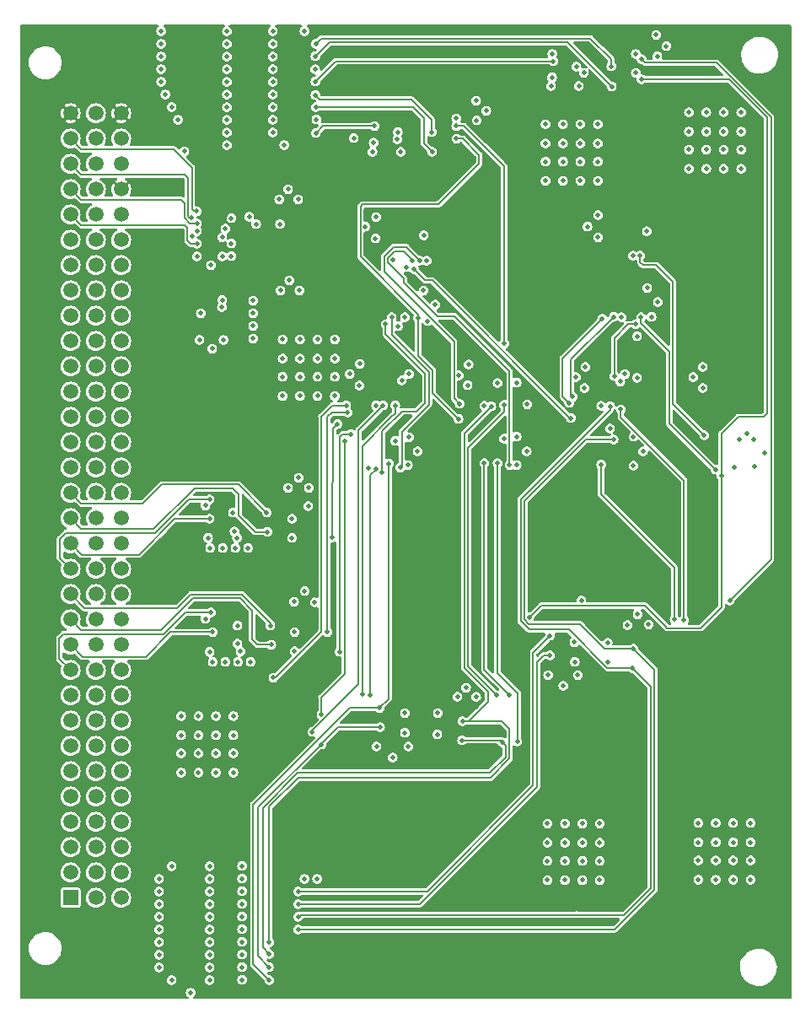
<source format=gbr>
%TF.GenerationSoftware,KiCad,Pcbnew,(7.0.0)*%
%TF.CreationDate,2023-12-30T22:17:33+02:00*%
%TF.ProjectId,alu,616c752e-6b69-4636-9164-5f7063625858,rev?*%
%TF.SameCoordinates,Original*%
%TF.FileFunction,Copper,L3,Inr*%
%TF.FilePolarity,Positive*%
%FSLAX46Y46*%
G04 Gerber Fmt 4.6, Leading zero omitted, Abs format (unit mm)*
G04 Created by KiCad (PCBNEW (7.0.0)) date 2023-12-30 22:17:33*
%MOMM*%
%LPD*%
G01*
G04 APERTURE LIST*
%TA.AperFunction,ComponentPad*%
%ADD10R,1.508000X1.508000*%
%TD*%
%TA.AperFunction,ComponentPad*%
%ADD11C,1.508000*%
%TD*%
%TA.AperFunction,ViaPad*%
%ADD12C,0.460000*%
%TD*%
%TA.AperFunction,Conductor*%
%ADD13C,0.127000*%
%TD*%
G04 APERTURE END LIST*
D10*
%TO.N,Net-(U13-A7)*%
%TO.C,J1*%
X44449999Y-115569999D03*
D11*
%TO.N,Net-(U13-A6)*%
X44450000Y-113030000D03*
%TO.N,Net-(U13-A5)*%
X44450000Y-110490000D03*
%TO.N,Net-(U13-A4)*%
X44450000Y-107950000D03*
%TO.N,Net-(U13-A3)*%
X44450000Y-105410000D03*
%TO.N,Net-(U13-A2)*%
X44450000Y-102870000D03*
%TO.N,Net-(U13-A1)*%
X44450000Y-100330000D03*
%TO.N,Net-(U13-A0)*%
X44450000Y-97790000D03*
%TO.N,GND*%
X44450000Y-95250000D03*
%TO.N,/Y_OUT0*%
X44450000Y-92710000D03*
%TO.N,/Y_OUT1*%
X44450000Y-90170000D03*
%TO.N,/Y_OUT2*%
X44450000Y-87630000D03*
%TO.N,/Y_OUT3*%
X44450000Y-85090000D03*
%TO.N,/Y_OUT4*%
X44450000Y-82550000D03*
%TO.N,/Y_OUT5*%
X44450000Y-80010000D03*
%TO.N,/Y_OUT6*%
X44450000Y-77470000D03*
%TO.N,/Y_OUT7*%
X44450000Y-74930000D03*
%TO.N,/X_IN0*%
X44450000Y-72390000D03*
%TO.N,/X_IN1*%
X44450000Y-69850000D03*
%TO.N,/X_IN2*%
X44450000Y-67310000D03*
%TO.N,/X_IN3*%
X44450000Y-64770000D03*
%TO.N,/X_IN4*%
X44450000Y-62230000D03*
%TO.N,/X_IN5*%
X44450000Y-59690000D03*
%TO.N,/X_IN6*%
X44450000Y-57150000D03*
%TO.N,/X_IN7*%
X44450000Y-54610000D03*
%TO.N,unconnected-(J1-PadA26)*%
X44450000Y-52070000D03*
%TO.N,GND*%
X44450000Y-49530000D03*
%TO.N,Net-(U29-E3)*%
X44450000Y-46990000D03*
%TO.N,Net-(U29-A2)*%
X44450000Y-44450000D03*
%TO.N,Net-(U29-A1)*%
X44450000Y-41910000D03*
%TO.N,Net-(U29-A0)*%
X44450000Y-39370000D03*
%TO.N,+5V*%
X44450000Y-36830000D03*
%TO.N,unconnected-(J1-PadB1)*%
X46990000Y-115570000D03*
%TO.N,unconnected-(J1-PadB2)*%
X46990000Y-113030000D03*
%TO.N,unconnected-(J1-PadB3)*%
X46990000Y-110490000D03*
%TO.N,unconnected-(J1-PadB4)*%
X46990000Y-107950000D03*
%TO.N,unconnected-(J1-PadB5)*%
X46990000Y-105410000D03*
%TO.N,GND*%
X46990000Y-102870000D03*
%TO.N,unconnected-(J1-PadB7)*%
X46990000Y-100330000D03*
%TO.N,unconnected-(J1-PadB8)*%
X46990000Y-97790000D03*
%TO.N,unconnected-(J1-PadB9)*%
X46990000Y-95250000D03*
%TO.N,unconnected-(J1-PadB10)*%
X46990000Y-92710000D03*
%TO.N,unconnected-(J1-PadB11)*%
X46990000Y-90170000D03*
%TO.N,unconnected-(J1-PadB12)*%
X46990000Y-87630000D03*
%TO.N,unconnected-(J1-PadB13)*%
X46990000Y-85090000D03*
%TO.N,unconnected-(J1-PadB14)*%
X46990000Y-82550000D03*
%TO.N,GND*%
X46990000Y-80010000D03*
%TO.N,unconnected-(J1-PadB16)*%
X46990000Y-77470000D03*
%TO.N,unconnected-(J1-PadB17)*%
X46990000Y-74930000D03*
%TO.N,unconnected-(J1-PadB18)*%
X46990000Y-72390000D03*
%TO.N,unconnected-(J1-PadB19)*%
X46990000Y-69850000D03*
%TO.N,unconnected-(J1-PadB20)*%
X46990000Y-67310000D03*
%TO.N,unconnected-(J1-PadB21)*%
X46990000Y-64770000D03*
%TO.N,unconnected-(J1-PadB22)*%
X46990000Y-62230000D03*
%TO.N,unconnected-(J1-PadB23)*%
X46990000Y-59690000D03*
%TO.N,GND*%
X46990000Y-57150000D03*
%TO.N,unconnected-(J1-PadB25)*%
X46990000Y-54610000D03*
%TO.N,unconnected-(J1-PadB26)*%
X46990000Y-52070000D03*
%TO.N,unconnected-(J1-PadB27)*%
X46990000Y-49530000D03*
%TO.N,unconnected-(J1-PadB28)*%
X46990000Y-46990000D03*
%TO.N,unconnected-(J1-PadB29)*%
X46990000Y-44450000D03*
%TO.N,unconnected-(J1-PadB30)*%
X46990000Y-41910000D03*
%TO.N,unconnected-(J1-PadB31)*%
X46990000Y-39370000D03*
%TO.N,unconnected-(J1-PadB32)*%
X46990000Y-36830000D03*
%TO.N,unconnected-(J1-PadC1)*%
X49530000Y-115570000D03*
%TO.N,unconnected-(J1-PadC2)*%
X49530000Y-113030000D03*
%TO.N,unconnected-(J1-PadC3)*%
X49530000Y-110490000D03*
%TO.N,unconnected-(J1-PadC4)*%
X49530000Y-107950000D03*
%TO.N,GND*%
X49530000Y-105410000D03*
%TO.N,unconnected-(J1-PadC6)*%
X49530000Y-102870000D03*
%TO.N,unconnected-(J1-PadC7)*%
X49530000Y-100330000D03*
%TO.N,unconnected-(J1-PadC8)*%
X49530000Y-97790000D03*
%TO.N,unconnected-(J1-PadC9)*%
X49530000Y-95250000D03*
%TO.N,GND*%
X49530000Y-92710000D03*
%TO.N,unconnected-(J1-PadC11)*%
X49530000Y-90170000D03*
%TO.N,unconnected-(J1-PadC12)*%
X49530000Y-87630000D03*
%TO.N,unconnected-(J1-PadC13)*%
X49530000Y-85090000D03*
%TO.N,unconnected-(J1-PadC14)*%
X49530000Y-82550000D03*
%TO.N,unconnected-(J1-PadC15)*%
X49530000Y-80010000D03*
%TO.N,unconnected-(J1-PadC16)*%
X49530000Y-77470000D03*
%TO.N,GND*%
X49530000Y-74930000D03*
%TO.N,unconnected-(J1-PadC18)*%
X49530000Y-72390000D03*
%TO.N,unconnected-(J1-PadC19)*%
X49530000Y-69850000D03*
%TO.N,unconnected-(J1-PadC20)*%
X49530000Y-67310000D03*
%TO.N,unconnected-(J1-PadC21)*%
X49530000Y-64770000D03*
%TO.N,unconnected-(J1-PadC22)*%
X49530000Y-62230000D03*
%TO.N,unconnected-(J1-PadC23)*%
X49530000Y-59690000D03*
%TO.N,unconnected-(J1-PadC24)*%
X49530000Y-57150000D03*
%TO.N,unconnected-(J1-PadC25)*%
X49530000Y-54610000D03*
%TO.N,GND*%
X49530000Y-52070000D03*
%TO.N,unconnected-(J1-PadC27)*%
X49530000Y-49530000D03*
%TO.N,GND*%
X49530000Y-46990000D03*
%TO.N,+5V*%
X49530000Y-44450000D03*
%TO.N,GND*%
X49530000Y-41910000D03*
%TO.N,unconnected-(J1-PadC31)*%
X49530000Y-39370000D03*
%TO.N,+5V*%
X49530000Y-36830000D03*
%TD*%
D12*
%TO.N,+5V*%
X67183000Y-46482000D03*
X81400000Y-73550000D03*
X74500000Y-44750000D03*
X98400000Y-61200000D03*
X78550000Y-85750000D03*
X98400000Y-59950000D03*
X92550000Y-78950000D03*
X94500000Y-56250000D03*
X86500000Y-61750000D03*
X76454000Y-47498000D03*
X73000000Y-57250000D03*
X77419200Y-104902000D03*
X81500000Y-59500000D03*
X68376800Y-75438000D03*
X97231200Y-62484000D03*
X102666800Y-89154000D03*
X74625200Y-60807600D03*
X80150000Y-74800000D03*
X80250000Y-59500000D03*
X80150000Y-73550000D03*
X85699600Y-62026800D03*
X85191600Y-96367600D03*
X81500000Y-60750000D03*
X75750000Y-43500000D03*
X74500000Y-43500000D03*
X93250000Y-55000000D03*
X73000000Y-58500000D03*
X93800000Y-78950000D03*
X79800000Y-85750000D03*
X77419200Y-105714800D03*
X69088000Y-86817200D03*
X75750000Y-44750000D03*
X84124800Y-60248800D03*
X68072000Y-111048800D03*
X93800000Y-80200000D03*
X74250000Y-58500000D03*
X93250000Y-56250000D03*
X74676000Y-61925200D03*
X77419200Y-107238800D03*
X98602800Y-47244000D03*
X79800000Y-87000000D03*
X77368400Y-108000800D03*
X80250000Y-60750000D03*
X67564000Y-55626000D03*
X84277200Y-35712400D03*
X97150000Y-59950000D03*
X77419200Y-106476800D03*
X94500000Y-55000000D03*
X86500000Y-63250000D03*
X102362000Y-29311600D03*
X74250000Y-57250000D03*
X109067600Y-62484000D03*
X75488800Y-62585600D03*
X75692000Y-61214000D03*
X97150000Y-61200000D03*
X81400000Y-74800000D03*
X55880000Y-38100000D03*
X78550000Y-87000000D03*
X92550000Y-80200000D03*
%TO.N,GND*%
X67500000Y-59522400D03*
X64770000Y-34950400D03*
X111000000Y-113750000D03*
X93900000Y-43600000D03*
X112750000Y-111822400D03*
X92150000Y-43600000D03*
X60147200Y-36220400D03*
X106550000Y-38650000D03*
X90271600Y-70764400D03*
X93929200Y-94284800D03*
X113080800Y-69545200D03*
X58420000Y-90881200D03*
X67500000Y-65200000D03*
X56515000Y-125095000D03*
X60000000Y-48400000D03*
X58420000Y-121285000D03*
X60147200Y-33680400D03*
X67360800Y-73406000D03*
X58547000Y-52070000D03*
X103428800Y-55778400D03*
X60800000Y-103000000D03*
X78435200Y-69342000D03*
X97600000Y-108122400D03*
X97434400Y-47040800D03*
X68986400Y-85902800D03*
X61671200Y-123799600D03*
X79908400Y-54610000D03*
X96367600Y-48209200D03*
X68376800Y-74422000D03*
X60147200Y-37490400D03*
X75133200Y-47244000D03*
X92350000Y-111872400D03*
X86207600Y-36576000D03*
X101396800Y-87122000D03*
X106550000Y-40472400D03*
X60600000Y-47345600D03*
X101955600Y-70764400D03*
X77622400Y-40690800D03*
X59740800Y-80467200D03*
X59690000Y-51181000D03*
X97434400Y-49276000D03*
X81076800Y-56032400D03*
X97600000Y-113800000D03*
X111800000Y-36722400D03*
X67310000Y-45466000D03*
X97400000Y-39850000D03*
X96164400Y-62280800D03*
X61671200Y-119989600D03*
X58674000Y-60452000D03*
X57300000Y-97322400D03*
X62534800Y-91897200D03*
X60800000Y-101072400D03*
X69250000Y-61450000D03*
X95402400Y-93218000D03*
X108300000Y-36722400D03*
X64770000Y-38760400D03*
X58724800Y-91897200D03*
X66294000Y-74422000D03*
X110050000Y-40472400D03*
X54610000Y-123825000D03*
X92405200Y-93218000D03*
X85191600Y-35560000D03*
X110050000Y-36722400D03*
X97600000Y-110050000D03*
X60147200Y-31140400D03*
X74777600Y-40690800D03*
X108300000Y-40472400D03*
X62788800Y-59436000D03*
X95850000Y-113800000D03*
X62788800Y-56896000D03*
X58470800Y-80467200D03*
X58420000Y-123825000D03*
X107950000Y-62280800D03*
X64770000Y-31140400D03*
X60147200Y-29870400D03*
X112750000Y-108072400D03*
X62788800Y-55626000D03*
X60147200Y-28600400D03*
X109250000Y-113750000D03*
X57404000Y-59563000D03*
X111000000Y-111822400D03*
X111800000Y-42400000D03*
X58420000Y-114935000D03*
X61010800Y-80467200D03*
X89255600Y-69291200D03*
X61671200Y-113639600D03*
X92710000Y-34086800D03*
X67945000Y-113665000D03*
X55550000Y-101072400D03*
X84175600Y-94488000D03*
X61671200Y-122529600D03*
X110050000Y-42400000D03*
X95650000Y-39850000D03*
X57300000Y-103000000D03*
X58420000Y-113665000D03*
X61671200Y-121259600D03*
X58267600Y-79451200D03*
X96062800Y-64414400D03*
X61518800Y-90830400D03*
X92150000Y-37922400D03*
X60147200Y-40030400D03*
X60147200Y-32410400D03*
X93900000Y-41672400D03*
X89255600Y-72136000D03*
X97400000Y-37922400D03*
X85191600Y-95402400D03*
X60147200Y-34950400D03*
X67945000Y-28575000D03*
X59050000Y-97322400D03*
X59050000Y-99250000D03*
X65750000Y-65200000D03*
X95650000Y-41672400D03*
X66903600Y-85852000D03*
X54610000Y-112395000D03*
X111800000Y-40472400D03*
X65532000Y-54610000D03*
X73507600Y-61976000D03*
X57300000Y-99250000D03*
X69250000Y-59522400D03*
X67437000Y-54610000D03*
X55550000Y-103000000D03*
X111000000Y-110000000D03*
X102514400Y-88138000D03*
X65750000Y-63272400D03*
X60800000Y-97322400D03*
X59994800Y-91897200D03*
X92350000Y-110050000D03*
X75082400Y-49377600D03*
X69215000Y-113665000D03*
X62280800Y-80467200D03*
X59690000Y-49276000D03*
X92350000Y-108122400D03*
X85242400Y-37541200D03*
X64770000Y-28575000D03*
X61264800Y-91897200D03*
X107500000Y-113750000D03*
X65405000Y-45466000D03*
X64770000Y-29870400D03*
X60600000Y-49885600D03*
X58420000Y-112395000D03*
X92150000Y-39850000D03*
X72491600Y-62992000D03*
X61671200Y-114909600D03*
X67500000Y-63272400D03*
X97600000Y-111872400D03*
X62788800Y-58166000D03*
X83464400Y-63144400D03*
X92350000Y-113800000D03*
X65750000Y-59522400D03*
X111000000Y-108072400D03*
X64770000Y-36220400D03*
X71000000Y-63272400D03*
X61163200Y-79451200D03*
X97400000Y-43600000D03*
X83312000Y-95402400D03*
X108300000Y-42400000D03*
X94100000Y-108122400D03*
X65750000Y-61450000D03*
X102800000Y-57251600D03*
X108300000Y-38650000D03*
X60147200Y-38760400D03*
X95650000Y-43600000D03*
X112750000Y-110000000D03*
X95850000Y-108122400D03*
X102362000Y-54356000D03*
X109250000Y-110000000D03*
X100990400Y-72186800D03*
X64770000Y-32410400D03*
X107500000Y-108072400D03*
X67970400Y-84785200D03*
X69250000Y-63272400D03*
X78333600Y-72136000D03*
X71000000Y-61450000D03*
X55880000Y-40640000D03*
X106550000Y-42400000D03*
X57300000Y-101072400D03*
X95199200Y-63296800D03*
X57150000Y-48641000D03*
X73456800Y-64160400D03*
X59050000Y-103000000D03*
X58420000Y-122555000D03*
X94100000Y-110050000D03*
X100380800Y-88188800D03*
X58420000Y-117475000D03*
X95850000Y-111872400D03*
X74066400Y-48209200D03*
X60800000Y-99250000D03*
X103378000Y-31089600D03*
X95504000Y-34086800D03*
X94100000Y-111872400D03*
X114147600Y-70916800D03*
X64770000Y-37490400D03*
X100990400Y-69291200D03*
X58420000Y-118745000D03*
X69250000Y-65200000D03*
X75184000Y-100380800D03*
X93900000Y-39850000D03*
X61671200Y-112369600D03*
X93900000Y-37922400D03*
X71000000Y-65200000D03*
X80310815Y-57689185D03*
X84328000Y-64109600D03*
X61671200Y-116179600D03*
X107500000Y-110000000D03*
X110050000Y-38650000D03*
X94100000Y-113800000D03*
X103276400Y-28956000D03*
X66421000Y-53594000D03*
X76809600Y-101498400D03*
X57150000Y-51181000D03*
X97400000Y-41672400D03*
X95650000Y-37922400D03*
X61671200Y-117449600D03*
X92150000Y-41672400D03*
X60600000Y-51155600D03*
X79298800Y-70764400D03*
X106550000Y-36722400D03*
X58420000Y-120015000D03*
X58420000Y-116205000D03*
X55550000Y-97322400D03*
X84429600Y-62026800D03*
X71000000Y-59522400D03*
X106984800Y-63296800D03*
X109250000Y-108072400D03*
X61671200Y-118719600D03*
X64770000Y-33680400D03*
X109250000Y-111822400D03*
X67500000Y-61450000D03*
X78384400Y-100380800D03*
X56652485Y-49200000D03*
X104292400Y-30073600D03*
X107950000Y-64414400D03*
X107500000Y-111822400D03*
X95850000Y-110050000D03*
X66294000Y-44450000D03*
X59817000Y-59563000D03*
X112750000Y-113750000D03*
X59050000Y-101072400D03*
X113182400Y-72288400D03*
X111800000Y-38650000D03*
X55550000Y-99250000D03*
%TO.N,/X_IN1*%
X54610000Y-36195000D03*
%TO.N,/X_IN2*%
X53975000Y-34925000D03*
%TO.N,/X_IN3*%
X53545000Y-33655000D03*
%TO.N,/X_IN4*%
X53545000Y-32385000D03*
%TO.N,/X_IN5*%
X53545000Y-31115000D03*
%TO.N,/X_IN6*%
X53545000Y-29845000D03*
%TO.N,/X_IN7*%
X53545000Y-28575000D03*
%TO.N,Net-(U29-E3)*%
X57150000Y-49911000D03*
%TO.N,Net-(U29-A2)*%
X57150000Y-47879000D03*
%TO.N,Net-(U29-A1)*%
X56600000Y-47261689D03*
%TO.N,Net-(U29-A0)*%
X57130629Y-46658517D03*
%TO.N,/RESULT4*%
X69037200Y-33629600D03*
X92913200Y-31597600D03*
%TO.N,Net-(U29-Y1)*%
X63093600Y-47955200D03*
X74371200Y-72440800D03*
X58000000Y-87579200D03*
X72898000Y-39319200D03*
X58000000Y-76200000D03*
X59639200Y-56286400D03*
X68326000Y-76250800D03*
X65481200Y-47955200D03*
%TO.N,/RESULT5*%
X69016880Y-32410400D03*
X92811600Y-33223200D03*
%TO.N,Net-(U1-Pad10)*%
X83210400Y-39370000D03*
X83413600Y-67513200D03*
X79349600Y-57353200D03*
%TO.N,/RESULT6*%
X98806000Y-34137600D03*
X69037200Y-31089600D03*
%TO.N,/RESULT7*%
X69088000Y-29845000D03*
X98755200Y-32105600D03*
%TO.N,/T0*%
X78028800Y-97028000D03*
X69646800Y-97180400D03*
X61214000Y-88239600D03*
X77064800Y-69697600D03*
X71983600Y-69697600D03*
%TO.N,/RESULT0*%
X69088000Y-38811200D03*
X74980800Y-38100000D03*
%TO.N,/T1*%
X64820800Y-93472000D03*
X61214000Y-90068400D03*
X78028800Y-99009200D03*
X75133200Y-66141600D03*
X72136000Y-66141600D03*
%TO.N,/RESULT1*%
X69138800Y-37439600D03*
X74879200Y-39776400D03*
%TO.N,/RESULT2*%
X80772000Y-40690800D03*
X69088000Y-36220400D03*
%TO.N,Net-(U1-Pad1)*%
X75133200Y-72491600D03*
X74574400Y-95199200D03*
%TO.N,Net-(U3-Pad11)*%
X78940749Y-52459251D03*
X92837000Y-30861000D03*
X94691200Y-67411600D03*
%TO.N,/T2*%
X81280000Y-99161600D03*
X71475600Y-90881200D03*
X72600000Y-69037200D03*
X66954400Y-90830400D03*
X87985600Y-69494400D03*
%TO.N,Net-(U1-Pad5)*%
X77266800Y-39420800D03*
X77368400Y-58200000D03*
X77724000Y-63652400D03*
%TO.N,/T3*%
X66954400Y-88900000D03*
X72288400Y-66852800D03*
X70256400Y-88900000D03*
X86004400Y-66192400D03*
X81330800Y-97028000D03*
%TO.N,Net-(U1-Pad12)*%
X87985600Y-66090800D03*
X88011000Y-59944000D03*
X87274400Y-95250000D03*
X83185000Y-38100000D03*
%TO.N,Net-(U1-Pad9)*%
X86004400Y-71932800D03*
X88544400Y-95199200D03*
%TO.N,/T4*%
X60756800Y-76911200D03*
X98399600Y-89966800D03*
X98636196Y-68468500D03*
%TO.N,/T5*%
X97739200Y-66192400D03*
X98450400Y-91897200D03*
X60909200Y-78790800D03*
%TO.N,Net-(U1-Pad13)*%
X79928000Y-49067000D03*
X83185000Y-37338000D03*
X90322400Y-66040000D03*
X80213200Y-51612800D03*
%TO.N,Net-(U2-Pad3)*%
X76098400Y-58000000D03*
X75742800Y-72847200D03*
%TO.N,Net-(U2-Pad6)*%
X77571600Y-72390000D03*
X76708000Y-57302400D03*
%TO.N,Net-(U2-Pad8)*%
X78028800Y-57302400D03*
X78437100Y-63000000D03*
%TO.N,/T6*%
X111658400Y-69596000D03*
X66700400Y-79451200D03*
X95097600Y-91897200D03*
X70764400Y-79400400D03*
X71272400Y-68021200D03*
%TO.N,/T7*%
X66700400Y-77520800D03*
X95046800Y-89916000D03*
%TO.N,Net-(U6-Pad1)*%
X97739200Y-72085200D03*
X105105200Y-87630000D03*
%TO.N,Net-(U6-Pad5)*%
X96000000Y-32766000D03*
X99771200Y-57302400D03*
X100132151Y-63000000D03*
%TO.N,Net-(U6-Pad12)*%
X101800000Y-31400000D03*
X95758000Y-85725000D03*
X110658400Y-85725000D03*
%TO.N,Net-(U6-Pad13)*%
X102330800Y-48672200D03*
X101219000Y-30861000D03*
%TO.N,Net-(U7-Pad3)*%
X97847800Y-57447800D03*
X94538800Y-65887600D03*
%TO.N,Net-(U7-Pad6)*%
X94894400Y-65278000D03*
X99009200Y-57251600D03*
%TO.N,Net-(U7-Pad8)*%
X101346000Y-63373000D03*
X101346000Y-59200000D03*
%TO.N,Net-(U7-Pad11)*%
X99060000Y-63200000D03*
X101200000Y-58000000D03*
%TO.N,Net-(U10-Pad3)*%
X101650800Y-51104800D03*
X108102400Y-69138800D03*
%TO.N,Net-(U10-Pad6)*%
X112420400Y-69000000D03*
X100939600Y-51104800D03*
%TO.N,Net-(U10-Pad2)*%
X90525600Y-87426800D03*
X109829600Y-73200000D03*
X101800000Y-33401000D03*
%TO.N,Net-(U1-Pad4)*%
X77063600Y-66141600D03*
X73761600Y-95148400D03*
X77317600Y-38709600D03*
%TO.N,Net-(U3-Pad9)*%
X83515200Y-65989200D03*
X79502000Y-51612800D03*
%TO.N,Net-(U3-Pad10)*%
X88544400Y-72136000D03*
X78790800Y-51612800D03*
%TO.N,Net-(U3-Pad12)*%
X78135950Y-52264050D03*
X89255600Y-63855600D03*
%TO.N,Net-(U3-Pad13)*%
X76809600Y-51562000D03*
X87325200Y-63906400D03*
%TO.N,Net-(U6-Pad4)*%
X106070400Y-87680800D03*
X99669600Y-63754000D03*
X99720400Y-66548000D03*
X95250000Y-32131000D03*
%TO.N,Net-(U10-Pad1)*%
X109220000Y-72593200D03*
X101219000Y-32766000D03*
X101752400Y-57302400D03*
%TO.N,Net-(U13-A0)*%
X53340000Y-113665000D03*
%TO.N,Net-(U13-A1)*%
X53340000Y-114935000D03*
%TO.N,Net-(U13-A2)*%
X53340000Y-116205000D03*
%TO.N,Net-(U13-A3)*%
X53340000Y-117475000D03*
%TO.N,Net-(U13-A4)*%
X53340000Y-118745000D03*
%TO.N,Net-(U13-A5)*%
X53340000Y-120015000D03*
%TO.N,Net-(U13-A6)*%
X53340000Y-121285000D03*
%TO.N,Net-(U13-A7)*%
X53340000Y-122555000D03*
%TO.N,/RESULT3*%
X80721200Y-38709600D03*
X69037200Y-35001200D03*
%TO.N,/Y_OUT0*%
X58572400Y-86918800D03*
%TO.N,/Y_OUT1*%
X58724800Y-88900000D03*
%TO.N,/Y_OUT2*%
X64617600Y-90170000D03*
%TO.N,/Y_OUT3*%
X64516000Y-88239600D03*
%TO.N,/Y_OUT4*%
X58420000Y-75590400D03*
%TO.N,/Y_OUT5*%
X58420000Y-77520800D03*
%TO.N,/Y_OUT6*%
X64211200Y-78841600D03*
%TO.N,/Y_OUT7*%
X64160400Y-76911200D03*
%TO.N,/X_OUT7*%
X92608400Y-89255600D03*
X67310000Y-114935000D03*
%TO.N,/X_OUT6*%
X67310000Y-116205000D03*
X92608400Y-91236800D03*
X111150400Y-72390000D03*
%TO.N,/X_OUT5*%
X98653600Y-66243200D03*
X100888800Y-92506800D03*
X67310000Y-117475000D03*
%TO.N,/X_OUT4*%
X98991503Y-69562897D03*
X100990400Y-90576400D03*
X67310000Y-118745000D03*
%TO.N,/X_OUT3*%
X83820000Y-97840800D03*
X64414400Y-120040400D03*
X86715600Y-66243200D03*
%TO.N,/X_OUT2*%
X83769200Y-99771200D03*
X64414400Y-121208800D03*
X89309886Y-99872800D03*
X87833200Y-99974400D03*
X87325200Y-71932800D03*
%TO.N,/X_OUT1*%
X68732400Y-98907600D03*
X75539600Y-98450400D03*
X69646800Y-100177600D03*
X75844400Y-66141600D03*
X64363600Y-122529600D03*
%TO.N,/X_OUT0*%
X64414400Y-123848682D03*
X75488800Y-96520000D03*
X76403200Y-71983600D03*
%TO.N,Net-(U29-Y0)*%
X59690000Y-55575200D03*
X62400000Y-47200000D03*
%TO.N,Net-(U31-GAB)*%
X57531000Y-56896000D03*
X65913000Y-40005000D03*
%TO.N,/X_IN0*%
X55245000Y-37465000D03*
%TD*%
D13*
%TO.N,Net-(U6-Pad12)*%
X114808000Y-37248790D02*
X114808000Y-81575400D01*
X114808000Y-81575400D02*
X110658400Y-85725000D01*
X109309210Y-31750000D02*
X114808000Y-37248790D01*
X102150000Y-31750000D02*
X109309210Y-31750000D01*
X101800000Y-31400000D02*
X102150000Y-31750000D01*
%TO.N,Net-(U10-Pad2)*%
X111506000Y-67310000D02*
X109855000Y-68961000D01*
X109855000Y-68961000D02*
X109855000Y-73174600D01*
X114046000Y-67310000D02*
X111506000Y-67310000D01*
X114427000Y-66929000D02*
X114046000Y-67310000D01*
X109855000Y-73174600D02*
X109829600Y-73200000D01*
X114427000Y-37227000D02*
X114427000Y-66929000D01*
X101800000Y-33401000D02*
X110601000Y-33401000D01*
X110601000Y-33401000D02*
X114427000Y-37227000D01*
%TO.N,Net-(U29-E3)*%
X44450000Y-46990000D02*
X45521500Y-48061500D01*
X56200000Y-48326000D02*
X56200000Y-49600000D01*
X45521500Y-48061500D02*
X55935500Y-48061500D01*
X55935500Y-48061500D02*
X56200000Y-48326000D01*
X56511000Y-49911000D02*
X57150000Y-49911000D01*
X56200000Y-49600000D02*
X56511000Y-49911000D01*
%TO.N,Net-(U29-A2)*%
X55880000Y-47310194D02*
X56448806Y-47879000D01*
X55554500Y-45521500D02*
X55880000Y-45847000D01*
X55880000Y-45847000D02*
X55880000Y-47310194D01*
X45521500Y-45521500D02*
X55554500Y-45521500D01*
X56448806Y-47879000D02*
X57150000Y-47879000D01*
X44450000Y-44450000D02*
X45521500Y-45521500D01*
%TO.N,Net-(U29-A1)*%
X56261000Y-47152378D02*
X56261000Y-43307000D01*
X55935500Y-42981500D02*
X45521500Y-42981500D01*
X56261000Y-43307000D02*
X55935500Y-42981500D01*
X56370311Y-47261689D02*
X56261000Y-47152378D01*
X56600000Y-47261689D02*
X56370311Y-47261689D01*
X45521500Y-42981500D02*
X44450000Y-41910000D01*
%TO.N,Net-(U29-A0)*%
X56642000Y-46482000D02*
X56642000Y-42291000D01*
X56818517Y-46658517D02*
X56642000Y-46482000D01*
X54792500Y-40441500D02*
X45521500Y-40441500D01*
X57130629Y-46658517D02*
X56818517Y-46658517D01*
X56642000Y-42291000D02*
X54792500Y-40441500D01*
X45521500Y-40441500D02*
X44450000Y-39370000D01*
%TO.N,/RESULT4*%
X71069200Y-31597600D02*
X69037200Y-33629600D01*
X92913200Y-31597600D02*
X71069200Y-31597600D01*
%TO.N,Net-(U1-Pad10)*%
X73573900Y-51221900D02*
X73573900Y-46187100D01*
X79349600Y-57353200D02*
X79349600Y-56997600D01*
X73573900Y-46187100D02*
X73787000Y-45974000D01*
X83870800Y-39370000D02*
X83210400Y-39370000D01*
X73787000Y-45974000D02*
X81381600Y-45974000D01*
X81381600Y-45974000D02*
X85496400Y-41859200D01*
X85496400Y-40995600D02*
X83870800Y-39370000D01*
X79349600Y-61152368D02*
X80822800Y-62625569D01*
X79349600Y-56997600D02*
X73573900Y-51221900D01*
X85496400Y-41859200D02*
X85496400Y-40995600D01*
X79349600Y-57353200D02*
X79349600Y-61152368D01*
X80822800Y-64922400D02*
X83413600Y-67513200D01*
X80822800Y-62625569D02*
X80822800Y-64922400D01*
%TO.N,/RESULT6*%
X70434200Y-29692600D02*
X69037200Y-31089600D01*
X98806000Y-34137600D02*
X94361000Y-29692600D01*
X94361000Y-29692600D02*
X70434200Y-29692600D01*
%TO.N,/RESULT7*%
X96672400Y-29311600D02*
X69621400Y-29311600D01*
X69621400Y-29311600D02*
X69088000Y-29845000D01*
X98755200Y-31394400D02*
X96672400Y-29311600D01*
X98755200Y-32105600D02*
X98755200Y-31394400D01*
%TO.N,/T0*%
X71983600Y-93116400D02*
X71983600Y-69697600D01*
X69646800Y-95453200D02*
X71983600Y-93116400D01*
X69646800Y-97180400D02*
X69646800Y-95453200D01*
%TO.N,/RESULT0*%
X74980800Y-38100000D02*
X69799200Y-38100000D01*
X69799200Y-38100000D02*
X69088000Y-38811200D01*
%TO.N,/T1*%
X65024000Y-93472000D02*
X64820800Y-93472000D01*
X72136000Y-66141600D02*
X70764400Y-66141600D01*
X70764400Y-66141600D02*
X69646800Y-67259200D01*
X69646800Y-67259200D02*
X69646800Y-88849200D01*
X69646800Y-88849200D02*
X65024000Y-93472000D01*
%TO.N,/RESULT2*%
X80772000Y-40690800D02*
X79959200Y-39878000D01*
X78892400Y-36220400D02*
X69088000Y-36220400D01*
X79959200Y-37287200D02*
X78892400Y-36220400D01*
X79959200Y-39878000D02*
X79959200Y-37287200D01*
%TO.N,Net-(U1-Pad1)*%
X74574400Y-95199200D02*
X74574400Y-73152000D01*
X74574400Y-73152000D02*
X75133200Y-72593200D01*
%TO.N,Net-(U3-Pad11)*%
X80772000Y-53594000D02*
X94589600Y-67411600D01*
X80075499Y-53594000D02*
X80772000Y-53594000D01*
X78940749Y-52459251D02*
X80075499Y-53594000D01*
X94589600Y-67411600D02*
X94691200Y-67411600D01*
%TO.N,/T2*%
X71475600Y-69342000D02*
X71475600Y-90881200D01*
X72600000Y-69037200D02*
X71780400Y-69037200D01*
X71780400Y-69037200D02*
X71475600Y-69342000D01*
%TO.N,/T3*%
X72288400Y-66852800D02*
X70713600Y-66852800D01*
X70713600Y-66852800D02*
X70256400Y-67310000D01*
X70256400Y-67310000D02*
X70256400Y-88900000D01*
%TO.N,Net-(U1-Pad12)*%
X84378800Y-70408800D02*
X87985600Y-66802000D01*
X83947000Y-38100000D02*
X83185000Y-38100000D01*
X88011000Y-59944000D02*
X88011000Y-42164000D01*
X87985600Y-66802000D02*
X87985600Y-66090800D01*
X88011000Y-42164000D02*
X83947000Y-38100000D01*
X87274400Y-95250000D02*
X84378800Y-92354400D01*
X84378800Y-92354400D02*
X84378800Y-70408800D01*
%TO.N,Net-(U1-Pad9)*%
X88544400Y-95199200D02*
X86004400Y-92659200D01*
X86004400Y-92659200D02*
X86004400Y-71932800D01*
%TO.N,Net-(U2-Pad3)*%
X76098400Y-58978800D02*
X80060800Y-62941200D01*
X80060800Y-65887600D02*
X79197200Y-66751200D01*
X76098400Y-58000000D02*
X76098400Y-58978800D01*
X75742800Y-68763216D02*
X75742800Y-72847200D01*
X79197200Y-66751200D02*
X77754816Y-66751200D01*
X77754816Y-66751200D02*
X75742800Y-68763216D01*
X80060800Y-62941200D02*
X80060800Y-65887600D01*
%TO.N,Net-(U2-Pad6)*%
X80441800Y-66065400D02*
X77724000Y-68783200D01*
X80441800Y-62783384D02*
X80441800Y-66065400D01*
X76708000Y-59049584D02*
X80441800Y-62783384D01*
X77724000Y-68783200D02*
X77724000Y-72237600D01*
X77724000Y-72237600D02*
X77571600Y-72390000D01*
X76708000Y-57302400D02*
X76708000Y-59049584D01*
%TO.N,/T6*%
X71272400Y-68021200D02*
X70815200Y-68478400D01*
X70815200Y-68478400D02*
X70764400Y-79400400D01*
%TO.N,Net-(U6-Pad1)*%
X97739200Y-75082400D02*
X97739200Y-72085200D01*
X105105200Y-82448400D02*
X97739200Y-75082400D01*
X105105200Y-87630000D02*
X105105200Y-82448400D01*
%TO.N,Net-(U7-Pad3)*%
X93878400Y-61417200D02*
X93878400Y-65227200D01*
X97847800Y-57447800D02*
X93878400Y-61417200D01*
X93878400Y-65227200D02*
X94538800Y-65887600D01*
%TO.N,Net-(U7-Pad6)*%
X94706700Y-65090300D02*
X94894400Y-65278000D01*
X99009200Y-57251600D02*
X94706700Y-61554100D01*
X94706700Y-61554100D02*
X94706700Y-65090300D01*
%TO.N,Net-(U7-Pad11)*%
X99060000Y-63200000D02*
X99060000Y-59385200D01*
X99060000Y-59385200D02*
X100445200Y-58000000D01*
X100445200Y-58000000D02*
X101200000Y-58000000D01*
%TO.N,Net-(U10-Pad3)*%
X101955600Y-52070000D02*
X101650800Y-51765200D01*
X108102400Y-69138800D02*
X104952800Y-65989200D01*
X104952800Y-53746400D02*
X103276400Y-52070000D01*
X101650800Y-51765200D02*
X101650800Y-51104800D01*
X103276400Y-52070000D02*
X101955600Y-52070000D01*
X104952800Y-65989200D02*
X104952800Y-53746400D01*
%TO.N,Net-(U10-Pad2)*%
X107746800Y-88493600D02*
X104343200Y-88493600D01*
X109829600Y-86410800D02*
X107746800Y-88493600D01*
X104343200Y-88493600D02*
X104292400Y-88442800D01*
X102158800Y-86258400D02*
X91694000Y-86258400D01*
X104292400Y-88442800D02*
X104292400Y-88392000D01*
X91694000Y-86258400D02*
X90525600Y-87426800D01*
X104292400Y-88392000D02*
X102158800Y-86258400D01*
X109829600Y-73200000D02*
X109829600Y-86410800D01*
%TO.N,Net-(U1-Pad4)*%
X73761600Y-95148400D02*
X73761600Y-70205600D01*
X76606400Y-67360800D02*
X77063600Y-66903600D01*
X77063600Y-66903600D02*
X77063600Y-66192400D01*
X73761600Y-70205600D02*
X76606400Y-67360800D01*
%TO.N,Net-(U3-Pad9)*%
X79502000Y-51612800D02*
X78155800Y-50266600D01*
X78155800Y-50266600D02*
X76869683Y-50266600D01*
X82971900Y-59756300D02*
X82971900Y-65445900D01*
X82971900Y-65445900D02*
X83515200Y-65989200D01*
X75936100Y-52720500D02*
X82971900Y-59756300D01*
X76869683Y-50266600D02*
X75936100Y-51200184D01*
X75936100Y-51200184D02*
X75936100Y-52720500D01*
%TO.N,Net-(U3-Pad10)*%
X76317100Y-51766001D02*
X77912501Y-53361402D01*
X83007200Y-57200800D02*
X88544400Y-62738000D01*
X81301402Y-57200800D02*
X83007200Y-57200800D01*
X77912501Y-53811899D02*
X81301402Y-57200800D01*
X77912501Y-50647600D02*
X77027499Y-50647600D01*
X77912501Y-53361402D02*
X77912501Y-53811899D01*
X77027499Y-50647600D02*
X76317100Y-51357999D01*
X78790800Y-51525899D02*
X77912501Y-50647600D01*
X88544400Y-62738000D02*
X88544400Y-72136000D01*
X78790800Y-51612800D02*
X78790800Y-51525899D01*
X76317100Y-51357999D02*
X76317100Y-51766001D01*
%TO.N,Net-(U6-Pad4)*%
X106070400Y-73674699D02*
X99720400Y-67324699D01*
X106070400Y-87680800D02*
X106070400Y-73674699D01*
X99720400Y-67324699D02*
X99720400Y-66954400D01*
X99720400Y-66954400D02*
X99720400Y-66548000D01*
%TO.N,Net-(U10-Pad1)*%
X101752400Y-57912000D02*
X104571800Y-60731400D01*
X101752400Y-57302400D02*
X101752400Y-57912000D01*
X104571800Y-60731400D02*
X104571800Y-67945000D01*
X104571800Y-67945000D02*
X109220000Y-72593200D01*
%TO.N,/RESULT3*%
X78689200Y-35458400D02*
X69494400Y-35458400D01*
X69494400Y-35458400D02*
X69037200Y-35001200D01*
X80721200Y-38709600D02*
X80721200Y-37490400D01*
X80721200Y-37490400D02*
X78689200Y-35458400D01*
%TO.N,/Y_OUT0*%
X55950784Y-86918800D02*
X58572400Y-86918800D01*
X43332400Y-91592400D02*
X43332400Y-89509600D01*
X43743500Y-89098500D02*
X53771084Y-89098500D01*
X53771084Y-89098500D02*
X55950784Y-86918800D01*
X44450000Y-92710000D02*
X43332400Y-91592400D01*
X43332400Y-89509600D02*
X43743500Y-89098500D01*
%TO.N,/Y_OUT1*%
X45669200Y-91389200D02*
X52019200Y-91389200D01*
X54508400Y-88900000D02*
X58724800Y-88900000D01*
X52019200Y-91389200D02*
X54508400Y-88900000D01*
X44450000Y-90170000D02*
X45669200Y-91389200D01*
%TO.N,/Y_OUT2*%
X44450000Y-87630000D02*
X45521500Y-88701500D01*
X63195200Y-90170000D02*
X64617600Y-90170000D01*
X62687200Y-89662000D02*
X63195200Y-90170000D01*
X56743600Y-85496400D02*
X61468000Y-85496400D01*
X45521500Y-88701500D02*
X53538500Y-88701500D01*
X62687200Y-86715600D02*
X62687200Y-89662000D01*
X53538500Y-88701500D02*
X56743600Y-85496400D01*
X61468000Y-85496400D02*
X62687200Y-86715600D01*
%TO.N,/Y_OUT3*%
X55137985Y-86512400D02*
X56534985Y-85115400D01*
X56534985Y-85115400D02*
X61625816Y-85115400D01*
X44450000Y-85090000D02*
X45872400Y-86512400D01*
X45872400Y-86512400D02*
X55137985Y-86512400D01*
X61625816Y-85115400D02*
X64516000Y-88005584D01*
X64516000Y-88005584D02*
X64516000Y-88239600D01*
%TO.N,/Y_OUT4*%
X44450000Y-82550000D02*
X43378500Y-81478500D01*
X43378500Y-79557500D02*
X43997500Y-78938500D01*
X52958284Y-78938500D02*
X56306384Y-75590400D01*
X43378500Y-81478500D02*
X43378500Y-79557500D01*
X43997500Y-78938500D02*
X52958284Y-78938500D01*
X56306384Y-75590400D02*
X58420000Y-75590400D01*
%TO.N,/Y_OUT5*%
X44450000Y-80010000D02*
X45567600Y-81127600D01*
X45567600Y-81127600D02*
X51308000Y-81127600D01*
X51308000Y-81127600D02*
X54914800Y-77520800D01*
X54914800Y-77520800D02*
X58420000Y-77520800D01*
%TO.N,/Y_OUT6*%
X56885168Y-74472800D02*
X60706000Y-74472800D01*
X61315600Y-75082400D02*
X61315600Y-77165200D01*
X47493300Y-78541500D02*
X47509300Y-78557500D01*
X61315600Y-77165200D02*
X62992000Y-78841600D01*
X44450000Y-77470000D02*
X45521500Y-78541500D01*
X47509300Y-78557500D02*
X52800468Y-78557500D01*
X52800468Y-78557500D02*
X56885168Y-74472800D01*
X62992000Y-78841600D02*
X64211200Y-78841600D01*
X60706000Y-74472800D02*
X61315600Y-75082400D01*
X45521500Y-78541500D02*
X47493300Y-78541500D01*
%TO.N,/Y_OUT7*%
X45521500Y-76001500D02*
X51709700Y-76001500D01*
X53619400Y-74091800D02*
X61341000Y-74091800D01*
X61341000Y-74091800D02*
X64160400Y-76911200D01*
X44450000Y-74930000D02*
X45521500Y-76001500D01*
X51709700Y-76001500D02*
X53619400Y-74091800D01*
%TO.N,/X_OUT7*%
X80258584Y-114935000D02*
X90906600Y-104286984D01*
X67310000Y-114935000D02*
X80258584Y-114935000D01*
X90906600Y-90957400D02*
X92608400Y-89255600D01*
X90906600Y-104286984D02*
X90906600Y-90957400D01*
%TO.N,/X_OUT6*%
X91998800Y-91236800D02*
X92608400Y-91236800D01*
X91287600Y-104444800D02*
X91287600Y-91948000D01*
X79527400Y-116205000D02*
X91287600Y-104444800D01*
X91287600Y-91948000D02*
X91998800Y-91236800D01*
X67310000Y-116205000D02*
X79527400Y-116205000D01*
%TO.N,/X_OUT5*%
X89652100Y-87788617D02*
X90509483Y-88646000D01*
X95199200Y-117297200D02*
X95250000Y-117246400D01*
X102717600Y-94335600D02*
X100888800Y-92506800D01*
X98653600Y-66618784D02*
X89652100Y-75620285D01*
X98363499Y-92506800D02*
X100888800Y-92506800D01*
X98653600Y-66243200D02*
X98653600Y-66618784D01*
X89652100Y-75620285D02*
X89652100Y-87788617D01*
X95250000Y-117246400D02*
X95300800Y-117297200D01*
X95300800Y-117297200D02*
X100025200Y-117297200D01*
X100025200Y-117297200D02*
X102717600Y-114604800D01*
X94502699Y-88646000D02*
X98363499Y-92506800D01*
X90509483Y-88646000D02*
X94502699Y-88646000D01*
X102717600Y-114604800D02*
X102717600Y-94335600D01*
X67487800Y-117297200D02*
X95199200Y-117297200D01*
X67310000Y-117475000D02*
X67487800Y-117297200D01*
%TO.N,/X_OUT4*%
X95605600Y-88087200D02*
X98094800Y-90576400D01*
X96248303Y-69562897D02*
X90033100Y-75778100D01*
X99116216Y-118745000D02*
X67310000Y-118745000D01*
X90489499Y-88087200D02*
X95605600Y-88087200D01*
X90033100Y-75778100D02*
X90033100Y-87630801D01*
X100990400Y-90576400D02*
X103098600Y-92684600D01*
X103098600Y-114762616D02*
X99116216Y-118745000D01*
X98991503Y-69562897D02*
X96248303Y-69562897D01*
X98094800Y-90576400D02*
X100990400Y-90576400D01*
X90033100Y-87630801D02*
X90489499Y-88087200D01*
X103098600Y-92684600D02*
X103098600Y-114762616D01*
%TO.N,/X_OUT3*%
X86715600Y-66243200D02*
X83997800Y-68961000D01*
X88544400Y-101600000D02*
X88544400Y-98602800D01*
X84414901Y-97840800D02*
X83820000Y-97840800D01*
X64414400Y-106426000D02*
X67310000Y-103530400D01*
X86395392Y-95860309D02*
X84414901Y-97840800D01*
X83997800Y-68961000D02*
X83997800Y-92512216D01*
X83997800Y-92512216D02*
X86395392Y-94909808D01*
X88544400Y-98602800D02*
X87782400Y-97840800D01*
X67310000Y-103530400D02*
X86614000Y-103530400D01*
X86395392Y-94909808D02*
X86395392Y-95860309D01*
X86614000Y-103530400D02*
X88544400Y-101600000D01*
X87782400Y-97840800D02*
X83820000Y-97840800D01*
X64414400Y-120040400D02*
X64414400Y-106426000D01*
%TO.N,/X_OUT2*%
X88138000Y-101447600D02*
X88138000Y-100279200D01*
X87630000Y-99771200D02*
X83769200Y-99771200D01*
X89309886Y-99872800D02*
X89357200Y-99825486D01*
X63754000Y-106547585D02*
X67279185Y-103022400D01*
X87325200Y-93014800D02*
X87325200Y-71932800D01*
X63754000Y-120548400D02*
X63754000Y-106547585D01*
X89357200Y-95046800D02*
X87325200Y-93014800D01*
X87833200Y-99974400D02*
X87630000Y-99771200D01*
X89357200Y-99825486D02*
X89357200Y-95046800D01*
X67279185Y-103022400D02*
X86563200Y-103022400D01*
X88138000Y-100279200D02*
X87833200Y-99974400D01*
X64414400Y-121208800D02*
X63754000Y-120548400D01*
X86563200Y-103022400D02*
X88138000Y-101447600D01*
%TO.N,/X_OUT1*%
X73380600Y-68605400D02*
X73380600Y-70363416D01*
X75844400Y-66141600D02*
X73380600Y-68605400D01*
X63246000Y-121412000D02*
X63246000Y-106516770D01*
X63246000Y-106516770D02*
X69585170Y-100177600D01*
X71312370Y-98450400D02*
X75539600Y-98450400D01*
X69646800Y-100115970D02*
X71312370Y-98450400D01*
X73380600Y-94143101D02*
X68732400Y-98791301D01*
X73380600Y-70363416D02*
X73380600Y-94143101D01*
X64363600Y-122529600D02*
X63246000Y-121412000D01*
X69646800Y-100177600D02*
X69646800Y-100115970D01*
X68732400Y-98791301D02*
X68732400Y-98907600D01*
X69585170Y-100177600D02*
X69646800Y-100177600D01*
%TO.N,/X_OUT0*%
X76403200Y-95605600D02*
X75488800Y-96520000D01*
X72491600Y-96520000D02*
X75488800Y-96520000D01*
X62788800Y-106222800D02*
X72491600Y-96520000D01*
X62788800Y-122223082D02*
X62788800Y-106222800D01*
X76403200Y-71983600D02*
X76403200Y-95605600D01*
X64414400Y-123848682D02*
X62788800Y-122223082D01*
%TD*%
%TA.AperFunction,Conductor*%
%TO.N,+5V*%
G36*
X82871508Y-57528391D02*
G01*
X82912385Y-57555705D01*
X88189495Y-62832815D01*
X88216809Y-62873692D01*
X88226400Y-62921910D01*
X88226400Y-65488235D01*
X88213072Y-65544636D01*
X88175907Y-65589105D01*
X88122768Y-65612234D01*
X88072908Y-65609559D01*
X88072828Y-65610121D01*
X88066553Y-65609218D01*
X88064899Y-65609130D01*
X88055261Y-65606300D01*
X87915939Y-65606300D01*
X87907302Y-65608835D01*
X87907295Y-65608837D01*
X87790909Y-65643012D01*
X87790903Y-65643014D01*
X87782262Y-65645552D01*
X87774682Y-65650422D01*
X87774678Y-65650425D01*
X87672641Y-65716000D01*
X87665057Y-65720874D01*
X87659155Y-65727684D01*
X87659154Y-65727686D01*
X87591911Y-65805290D01*
X87573822Y-65826166D01*
X87570078Y-65834363D01*
X87570076Y-65834367D01*
X87519688Y-65944700D01*
X87519687Y-65944703D01*
X87515945Y-65952897D01*
X87514664Y-65961805D01*
X87514662Y-65961813D01*
X87500043Y-66063500D01*
X87496118Y-66090800D01*
X87497400Y-66099717D01*
X87514662Y-66219786D01*
X87514663Y-66219792D01*
X87515945Y-66228703D01*
X87519687Y-66236898D01*
X87519688Y-66236899D01*
X87569638Y-66346274D01*
X87573822Y-66355434D01*
X87628913Y-66419013D01*
X87636825Y-66428144D01*
X87659656Y-66466624D01*
X87667600Y-66510656D01*
X87667600Y-66618091D01*
X87658009Y-66666309D01*
X87630695Y-66707186D01*
X84530895Y-69806985D01*
X84480736Y-69837723D01*
X84422089Y-69842339D01*
X84367739Y-69819826D01*
X84329533Y-69775093D01*
X84315800Y-69717890D01*
X84315800Y-69144910D01*
X84325391Y-69096692D01*
X84352705Y-69055815D01*
X86643915Y-66764605D01*
X86684792Y-66737291D01*
X86733010Y-66727700D01*
X86776252Y-66727700D01*
X86785261Y-66727700D01*
X86918938Y-66688448D01*
X87036143Y-66613126D01*
X87127378Y-66507834D01*
X87185255Y-66381103D01*
X87205082Y-66243200D01*
X87190824Y-66144032D01*
X87186537Y-66114213D01*
X87186536Y-66114212D01*
X87185255Y-66105297D01*
X87127378Y-65978566D01*
X87036143Y-65873274D01*
X86941132Y-65812215D01*
X86926521Y-65802825D01*
X86926519Y-65802824D01*
X86918938Y-65797952D01*
X86910294Y-65795413D01*
X86910290Y-65795412D01*
X86793904Y-65761237D01*
X86793898Y-65761236D01*
X86785261Y-65758700D01*
X86645939Y-65758700D01*
X86637302Y-65761235D01*
X86637295Y-65761237D01*
X86520909Y-65795412D01*
X86520903Y-65795414D01*
X86512262Y-65797952D01*
X86504680Y-65802824D01*
X86504681Y-65802824D01*
X86466683Y-65827243D01*
X86416497Y-65845960D01*
X86363070Y-65842140D01*
X86325490Y-65821622D01*
X86324943Y-65822474D01*
X86215321Y-65752025D01*
X86215319Y-65752024D01*
X86207738Y-65747152D01*
X86199094Y-65744613D01*
X86199090Y-65744612D01*
X86082704Y-65710437D01*
X86082698Y-65710436D01*
X86074061Y-65707900D01*
X85934739Y-65707900D01*
X85926102Y-65710435D01*
X85926095Y-65710437D01*
X85809709Y-65744612D01*
X85809703Y-65744614D01*
X85801062Y-65747152D01*
X85793482Y-65752022D01*
X85793478Y-65752025D01*
X85691441Y-65817600D01*
X85683857Y-65822474D01*
X85677955Y-65829284D01*
X85677954Y-65829286D01*
X85620413Y-65895693D01*
X85592622Y-65927766D01*
X85588878Y-65935963D01*
X85588876Y-65935967D01*
X85538488Y-66046300D01*
X85538487Y-66046303D01*
X85534745Y-66054497D01*
X85533464Y-66063405D01*
X85533462Y-66063413D01*
X85520693Y-66152234D01*
X85514918Y-66192400D01*
X85516200Y-66201317D01*
X85533462Y-66321386D01*
X85533463Y-66321392D01*
X85534745Y-66330303D01*
X85538487Y-66338498D01*
X85538488Y-66338499D01*
X85573333Y-66414799D01*
X85592622Y-66457034D01*
X85683857Y-66562326D01*
X85712366Y-66580647D01*
X85751441Y-66620425D01*
X85769522Y-66673175D01*
X85763067Y-66728562D01*
X85733339Y-66775739D01*
X83786652Y-68722426D01*
X83778552Y-68729849D01*
X83758884Y-68746353D01*
X83758880Y-68746357D01*
X83750440Y-68753440D01*
X83744931Y-68762980D01*
X83744926Y-68762987D01*
X83732089Y-68785221D01*
X83726196Y-68794471D01*
X83705148Y-68824534D01*
X83702297Y-68835170D01*
X83700959Y-68838040D01*
X83699873Y-68841022D01*
X83694368Y-68850560D01*
X83692455Y-68861404D01*
X83692452Y-68861415D01*
X83687995Y-68886693D01*
X83685618Y-68897418D01*
X83678976Y-68922207D01*
X83678975Y-68922210D01*
X83676123Y-68932857D01*
X83677083Y-68943834D01*
X83677083Y-68943839D01*
X83679321Y-68969410D01*
X83679800Y-68980392D01*
X83679800Y-92492824D01*
X83679321Y-92503806D01*
X83677083Y-92529376D01*
X83677083Y-92529381D01*
X83676123Y-92540359D01*
X83678975Y-92551006D01*
X83678976Y-92551007D01*
X83685618Y-92575795D01*
X83687997Y-92586525D01*
X83694368Y-92622656D01*
X83699876Y-92632198D01*
X83700963Y-92635183D01*
X83702296Y-92638042D01*
X83705148Y-92648682D01*
X83726204Y-92678754D01*
X83732093Y-92688000D01*
X83750440Y-92719776D01*
X83758886Y-92726863D01*
X83778545Y-92743359D01*
X83786649Y-92750785D01*
X86040487Y-95004623D01*
X86067801Y-95045500D01*
X86077392Y-95093718D01*
X86077392Y-95676399D01*
X86067801Y-95724617D01*
X86040487Y-95765494D01*
X84326562Y-97479418D01*
X84267170Y-97512772D01*
X84199097Y-97510338D01*
X84155180Y-97481367D01*
X84153257Y-97483588D01*
X84146446Y-97477687D01*
X84140543Y-97470874D01*
X84034615Y-97402799D01*
X84030921Y-97400425D01*
X84030919Y-97400424D01*
X84023338Y-97395552D01*
X84014694Y-97393013D01*
X84014690Y-97393012D01*
X83898304Y-97358837D01*
X83898298Y-97358836D01*
X83889661Y-97356300D01*
X83750339Y-97356300D01*
X83741702Y-97358835D01*
X83741695Y-97358837D01*
X83625309Y-97393012D01*
X83625303Y-97393014D01*
X83616662Y-97395552D01*
X83609082Y-97400422D01*
X83609078Y-97400425D01*
X83515906Y-97460303D01*
X83499457Y-97470874D01*
X83493555Y-97477684D01*
X83493554Y-97477686D01*
X83435686Y-97544470D01*
X83408222Y-97576166D01*
X83404478Y-97584363D01*
X83404476Y-97584367D01*
X83354088Y-97694700D01*
X83354087Y-97694703D01*
X83350345Y-97702897D01*
X83349064Y-97711805D01*
X83349062Y-97711813D01*
X83335757Y-97804362D01*
X83330518Y-97840800D01*
X83331800Y-97849717D01*
X83349062Y-97969786D01*
X83349063Y-97969792D01*
X83350345Y-97978703D01*
X83408222Y-98105434D01*
X83499457Y-98210726D01*
X83616662Y-98286048D01*
X83625309Y-98288587D01*
X83741695Y-98322762D01*
X83741696Y-98322762D01*
X83750339Y-98325300D01*
X83880652Y-98325300D01*
X83889661Y-98325300D01*
X84023338Y-98286048D01*
X84140543Y-98210726D01*
X84146729Y-98203585D01*
X84147858Y-98202285D01*
X84151293Y-98199713D01*
X84153257Y-98198012D01*
X84153378Y-98198152D01*
X84190739Y-98170186D01*
X84243080Y-98158800D01*
X84395509Y-98158800D01*
X84406490Y-98159278D01*
X84443044Y-98162477D01*
X84453688Y-98159624D01*
X84457632Y-98159280D01*
X84468614Y-98158800D01*
X87598490Y-98158800D01*
X87646708Y-98168391D01*
X87687585Y-98195705D01*
X88189495Y-98697615D01*
X88216809Y-98738492D01*
X88226400Y-98786710D01*
X88226400Y-99421209D01*
X88210988Y-99481594D01*
X88168521Y-99527207D01*
X88109389Y-99546888D01*
X88048058Y-99535823D01*
X88044119Y-99534024D01*
X88036538Y-99529152D01*
X88027894Y-99526613D01*
X88027890Y-99526612D01*
X87911504Y-99492437D01*
X87911498Y-99492436D01*
X87902861Y-99489900D01*
X87893852Y-99489900D01*
X87814216Y-99489900D01*
X87768064Y-99479667D01*
X87766466Y-99478548D01*
X87755821Y-99475695D01*
X87752963Y-99474362D01*
X87749984Y-99473277D01*
X87740440Y-99467768D01*
X87729586Y-99465854D01*
X87704309Y-99461397D01*
X87693579Y-99459018D01*
X87668791Y-99452376D01*
X87668790Y-99452375D01*
X87658143Y-99449523D01*
X87647165Y-99450483D01*
X87647160Y-99450483D01*
X87621590Y-99452721D01*
X87610608Y-99453200D01*
X84192280Y-99453200D01*
X84139939Y-99441814D01*
X84102578Y-99413847D01*
X84102457Y-99413988D01*
X84100493Y-99412286D01*
X84097058Y-99409715D01*
X84095648Y-99408088D01*
X84095645Y-99408085D01*
X84089743Y-99401274D01*
X83991111Y-99337888D01*
X83980121Y-99330825D01*
X83980119Y-99330824D01*
X83972538Y-99325952D01*
X83963894Y-99323413D01*
X83963890Y-99323412D01*
X83847504Y-99289237D01*
X83847498Y-99289236D01*
X83838861Y-99286700D01*
X83699539Y-99286700D01*
X83690902Y-99289235D01*
X83690895Y-99289237D01*
X83574509Y-99323412D01*
X83574503Y-99323414D01*
X83565862Y-99325952D01*
X83558282Y-99330822D01*
X83558278Y-99330825D01*
X83456241Y-99396400D01*
X83448657Y-99401274D01*
X83442755Y-99408084D01*
X83442754Y-99408086D01*
X83368570Y-99493700D01*
X83357422Y-99506566D01*
X83353678Y-99514763D01*
X83353676Y-99514767D01*
X83303288Y-99625100D01*
X83303287Y-99625103D01*
X83299545Y-99633297D01*
X83298264Y-99642205D01*
X83298262Y-99642213D01*
X83281010Y-99762211D01*
X83279718Y-99771200D01*
X83281000Y-99780117D01*
X83298262Y-99900186D01*
X83298263Y-99900192D01*
X83299545Y-99909103D01*
X83303287Y-99917298D01*
X83303288Y-99917299D01*
X83341872Y-100001786D01*
X83357422Y-100035834D01*
X83448657Y-100141126D01*
X83565862Y-100216448D01*
X83574509Y-100218987D01*
X83690895Y-100253162D01*
X83690896Y-100253162D01*
X83699539Y-100255700D01*
X83829852Y-100255700D01*
X83838861Y-100255700D01*
X83972538Y-100216448D01*
X84089743Y-100141126D01*
X84095929Y-100133985D01*
X84097058Y-100132685D01*
X84100493Y-100130113D01*
X84102457Y-100128412D01*
X84102578Y-100128552D01*
X84139939Y-100100586D01*
X84192280Y-100089200D01*
X87272020Y-100089200D01*
X87340141Y-100109202D01*
X87386631Y-100162855D01*
X87421422Y-100239034D01*
X87512657Y-100344326D01*
X87629862Y-100419648D01*
X87638509Y-100422187D01*
X87729499Y-100448905D01*
X87776513Y-100474577D01*
X87808614Y-100517459D01*
X87820000Y-100569801D01*
X87820000Y-101263690D01*
X87810409Y-101311908D01*
X87783095Y-101352785D01*
X86468385Y-102667495D01*
X86427508Y-102694809D01*
X86379290Y-102704400D01*
X67812280Y-102704400D01*
X67755077Y-102690667D01*
X67710344Y-102652461D01*
X67687831Y-102598111D01*
X67692447Y-102539464D01*
X67723185Y-102489305D01*
X68714089Y-101498400D01*
X76320118Y-101498400D01*
X76321400Y-101507317D01*
X76338662Y-101627386D01*
X76338663Y-101627392D01*
X76339945Y-101636303D01*
X76343687Y-101644498D01*
X76343688Y-101644499D01*
X76385688Y-101736466D01*
X76397822Y-101763034D01*
X76489057Y-101868326D01*
X76606262Y-101943648D01*
X76614909Y-101946187D01*
X76731295Y-101980362D01*
X76731296Y-101980362D01*
X76739939Y-101982900D01*
X76870252Y-101982900D01*
X76879261Y-101982900D01*
X77012938Y-101943648D01*
X77130143Y-101868326D01*
X77221378Y-101763034D01*
X77279255Y-101636303D01*
X77299082Y-101498400D01*
X77279255Y-101360497D01*
X77221378Y-101233766D01*
X77130143Y-101128474D01*
X77012938Y-101053152D01*
X77004294Y-101050613D01*
X77004290Y-101050612D01*
X76887904Y-101016437D01*
X76887898Y-101016436D01*
X76879261Y-101013900D01*
X76739939Y-101013900D01*
X76731302Y-101016435D01*
X76731295Y-101016437D01*
X76614909Y-101050612D01*
X76614903Y-101050614D01*
X76606262Y-101053152D01*
X76598682Y-101058022D01*
X76598678Y-101058025D01*
X76496641Y-101123600D01*
X76489057Y-101128474D01*
X76483155Y-101135284D01*
X76483154Y-101135286D01*
X76403725Y-101226953D01*
X76397822Y-101233766D01*
X76394078Y-101241963D01*
X76394076Y-101241967D01*
X76343688Y-101352300D01*
X76343687Y-101352303D01*
X76339945Y-101360497D01*
X76338664Y-101369405D01*
X76338662Y-101369413D01*
X76328180Y-101442326D01*
X76320118Y-101498400D01*
X68714089Y-101498400D01*
X69513484Y-100699005D01*
X69554361Y-100671691D01*
X69602579Y-100662100D01*
X69707452Y-100662100D01*
X69716461Y-100662100D01*
X69850138Y-100622848D01*
X69967343Y-100547526D01*
X70058578Y-100442234D01*
X70086634Y-100380800D01*
X74694518Y-100380800D01*
X74695800Y-100389717D01*
X74713062Y-100509786D01*
X74713063Y-100509792D01*
X74714345Y-100518703D01*
X74772222Y-100645434D01*
X74863457Y-100750726D01*
X74980662Y-100826048D01*
X74989309Y-100828587D01*
X75105695Y-100862762D01*
X75105696Y-100862762D01*
X75114339Y-100865300D01*
X75244652Y-100865300D01*
X75253661Y-100865300D01*
X75387338Y-100826048D01*
X75504543Y-100750726D01*
X75595778Y-100645434D01*
X75653655Y-100518703D01*
X75673482Y-100380800D01*
X77894918Y-100380800D01*
X77896200Y-100389717D01*
X77913462Y-100509786D01*
X77913463Y-100509792D01*
X77914745Y-100518703D01*
X77972622Y-100645434D01*
X78063857Y-100750726D01*
X78181062Y-100826048D01*
X78189709Y-100828587D01*
X78306095Y-100862762D01*
X78306096Y-100862762D01*
X78314739Y-100865300D01*
X78445052Y-100865300D01*
X78454061Y-100865300D01*
X78587738Y-100826048D01*
X78704943Y-100750726D01*
X78796178Y-100645434D01*
X78854055Y-100518703D01*
X78873882Y-100380800D01*
X78854055Y-100242897D01*
X78796178Y-100116166D01*
X78704943Y-100010874D01*
X78607293Y-99948119D01*
X78595321Y-99940425D01*
X78595319Y-99940424D01*
X78587738Y-99935552D01*
X78579094Y-99933013D01*
X78579090Y-99933012D01*
X78462704Y-99898837D01*
X78462698Y-99898836D01*
X78454061Y-99896300D01*
X78314739Y-99896300D01*
X78306102Y-99898835D01*
X78306095Y-99898837D01*
X78189709Y-99933012D01*
X78189703Y-99933014D01*
X78181062Y-99935552D01*
X78173482Y-99940422D01*
X78173478Y-99940425D01*
X78077998Y-100001786D01*
X78063857Y-100010874D01*
X78057955Y-100017684D01*
X78057954Y-100017686D01*
X77992124Y-100093659D01*
X77972622Y-100116166D01*
X77968878Y-100124363D01*
X77968876Y-100124367D01*
X77918488Y-100234700D01*
X77918487Y-100234703D01*
X77914745Y-100242897D01*
X77913464Y-100251805D01*
X77913462Y-100251813D01*
X77898297Y-100357300D01*
X77894918Y-100380800D01*
X75673482Y-100380800D01*
X75653655Y-100242897D01*
X75595778Y-100116166D01*
X75504543Y-100010874D01*
X75406893Y-99948119D01*
X75394921Y-99940425D01*
X75394919Y-99940424D01*
X75387338Y-99935552D01*
X75378694Y-99933013D01*
X75378690Y-99933012D01*
X75262304Y-99898837D01*
X75262298Y-99898836D01*
X75253661Y-99896300D01*
X75114339Y-99896300D01*
X75105702Y-99898835D01*
X75105695Y-99898837D01*
X74989309Y-99933012D01*
X74989303Y-99933014D01*
X74980662Y-99935552D01*
X74973082Y-99940422D01*
X74973078Y-99940425D01*
X74877598Y-100001786D01*
X74863457Y-100010874D01*
X74857555Y-100017684D01*
X74857554Y-100017686D01*
X74791724Y-100093659D01*
X74772222Y-100116166D01*
X74768478Y-100124363D01*
X74768476Y-100124367D01*
X74718088Y-100234700D01*
X74718087Y-100234703D01*
X74714345Y-100242897D01*
X74713064Y-100251805D01*
X74713062Y-100251813D01*
X74697897Y-100357300D01*
X74694518Y-100380800D01*
X70086634Y-100380800D01*
X70116455Y-100315503D01*
X70136282Y-100177600D01*
X70132512Y-100151380D01*
X70137677Y-100093659D01*
X70168130Y-100044358D01*
X71203289Y-99009200D01*
X77539318Y-99009200D01*
X77540600Y-99018117D01*
X77557862Y-99138186D01*
X77557863Y-99138192D01*
X77559145Y-99147103D01*
X77562887Y-99155298D01*
X77562888Y-99155299D01*
X77610209Y-99258917D01*
X77617022Y-99273834D01*
X77708257Y-99379126D01*
X77825462Y-99454448D01*
X77834109Y-99456987D01*
X77950495Y-99491162D01*
X77950496Y-99491162D01*
X77959139Y-99493700D01*
X78089452Y-99493700D01*
X78098461Y-99493700D01*
X78232138Y-99454448D01*
X78349343Y-99379126D01*
X78440578Y-99273834D01*
X78491834Y-99161600D01*
X80790518Y-99161600D01*
X80791800Y-99170517D01*
X80809062Y-99290586D01*
X80809063Y-99290592D01*
X80810345Y-99299503D01*
X80814087Y-99307698D01*
X80814088Y-99307699D01*
X80854459Y-99396099D01*
X80868222Y-99426234D01*
X80959457Y-99531526D01*
X81076662Y-99606848D01*
X81085309Y-99609387D01*
X81201695Y-99643562D01*
X81201696Y-99643562D01*
X81210339Y-99646100D01*
X81340652Y-99646100D01*
X81349661Y-99646100D01*
X81483338Y-99606848D01*
X81600543Y-99531526D01*
X81691778Y-99426234D01*
X81749655Y-99299503D01*
X81769482Y-99161600D01*
X81752790Y-99045503D01*
X81750937Y-99032613D01*
X81750936Y-99032612D01*
X81749655Y-99023697D01*
X81691778Y-98896966D01*
X81600543Y-98791674D01*
X81511608Y-98734520D01*
X81490921Y-98721225D01*
X81490919Y-98721224D01*
X81483338Y-98716352D01*
X81474694Y-98713813D01*
X81474690Y-98713812D01*
X81358304Y-98679637D01*
X81358298Y-98679636D01*
X81349661Y-98677100D01*
X81210339Y-98677100D01*
X81201702Y-98679635D01*
X81201695Y-98679637D01*
X81085309Y-98713812D01*
X81085303Y-98713814D01*
X81076662Y-98716352D01*
X81069082Y-98721222D01*
X81069078Y-98721225D01*
X80971541Y-98783908D01*
X80959457Y-98791674D01*
X80953555Y-98798484D01*
X80953554Y-98798486D01*
X80882738Y-98880213D01*
X80868222Y-98896966D01*
X80864478Y-98905163D01*
X80864476Y-98905167D01*
X80814088Y-99015500D01*
X80814087Y-99015503D01*
X80810345Y-99023697D01*
X80809064Y-99032605D01*
X80809062Y-99032613D01*
X80791800Y-99152683D01*
X80790518Y-99161600D01*
X78491834Y-99161600D01*
X78498455Y-99147103D01*
X78518282Y-99009200D01*
X78504957Y-98916517D01*
X78499737Y-98880213D01*
X78499736Y-98880212D01*
X78498455Y-98871297D01*
X78440578Y-98744566D01*
X78349343Y-98639274D01*
X78232138Y-98563952D01*
X78223494Y-98561413D01*
X78223490Y-98561412D01*
X78107104Y-98527237D01*
X78107098Y-98527236D01*
X78098461Y-98524700D01*
X77959139Y-98524700D01*
X77950502Y-98527235D01*
X77950495Y-98527237D01*
X77834109Y-98561412D01*
X77834103Y-98561414D01*
X77825462Y-98563952D01*
X77817882Y-98568822D01*
X77817878Y-98568825D01*
X77724760Y-98628668D01*
X77708257Y-98639274D01*
X77702355Y-98646084D01*
X77702354Y-98646086D01*
X77622925Y-98737753D01*
X77617022Y-98744566D01*
X77613278Y-98752763D01*
X77613276Y-98752767D01*
X77562888Y-98863100D01*
X77562887Y-98863103D01*
X77559145Y-98871297D01*
X77557864Y-98880205D01*
X77557862Y-98880213D01*
X77552643Y-98916517D01*
X77539318Y-99009200D01*
X71203289Y-99009200D01*
X71407187Y-98805302D01*
X71448062Y-98777991D01*
X71496280Y-98768400D01*
X75116520Y-98768400D01*
X75168861Y-98779786D01*
X75206221Y-98807752D01*
X75206343Y-98807612D01*
X75208306Y-98809313D01*
X75211742Y-98811885D01*
X75213151Y-98813511D01*
X75213154Y-98813513D01*
X75219057Y-98820326D01*
X75336262Y-98895648D01*
X75344909Y-98898187D01*
X75461295Y-98932362D01*
X75461296Y-98932362D01*
X75469939Y-98934900D01*
X75600252Y-98934900D01*
X75609261Y-98934900D01*
X75742938Y-98895648D01*
X75860143Y-98820326D01*
X75951378Y-98715034D01*
X76009255Y-98588303D01*
X76029082Y-98450400D01*
X76009255Y-98312497D01*
X75951378Y-98185766D01*
X75860143Y-98080474D01*
X75742938Y-98005152D01*
X75734294Y-98002613D01*
X75734290Y-98002612D01*
X75617904Y-97968437D01*
X75617898Y-97968436D01*
X75609261Y-97965900D01*
X75469939Y-97965900D01*
X75461302Y-97968435D01*
X75461295Y-97968437D01*
X75344909Y-98002612D01*
X75344903Y-98002614D01*
X75336262Y-98005152D01*
X75328682Y-98010022D01*
X75328678Y-98010025D01*
X75226641Y-98075600D01*
X75219057Y-98080474D01*
X75213157Y-98087282D01*
X75213151Y-98087288D01*
X75211742Y-98088915D01*
X75208306Y-98091486D01*
X75206343Y-98093188D01*
X75206221Y-98093047D01*
X75168861Y-98121014D01*
X75116520Y-98132400D01*
X71633110Y-98132400D01*
X71575907Y-98118667D01*
X71531174Y-98080461D01*
X71508661Y-98026111D01*
X71513277Y-97967464D01*
X71544015Y-97917305D01*
X72433320Y-97028000D01*
X77539318Y-97028000D01*
X77540600Y-97036917D01*
X77557862Y-97156986D01*
X77557863Y-97156992D01*
X77559145Y-97165903D01*
X77617022Y-97292634D01*
X77708257Y-97397926D01*
X77825462Y-97473248D01*
X77834109Y-97475787D01*
X77950495Y-97509962D01*
X77950496Y-97509962D01*
X77959139Y-97512500D01*
X78089452Y-97512500D01*
X78098461Y-97512500D01*
X78232138Y-97473248D01*
X78349343Y-97397926D01*
X78440578Y-97292634D01*
X78498455Y-97165903D01*
X78518282Y-97028000D01*
X80841318Y-97028000D01*
X80842600Y-97036917D01*
X80859862Y-97156986D01*
X80859863Y-97156992D01*
X80861145Y-97165903D01*
X80919022Y-97292634D01*
X81010257Y-97397926D01*
X81127462Y-97473248D01*
X81136109Y-97475787D01*
X81252495Y-97509962D01*
X81252496Y-97509962D01*
X81261139Y-97512500D01*
X81391452Y-97512500D01*
X81400461Y-97512500D01*
X81534138Y-97473248D01*
X81651343Y-97397926D01*
X81742578Y-97292634D01*
X81800455Y-97165903D01*
X81820282Y-97028000D01*
X81809259Y-96951331D01*
X81801737Y-96899013D01*
X81801736Y-96899012D01*
X81800455Y-96890097D01*
X81742578Y-96763366D01*
X81651343Y-96658074D01*
X81534138Y-96582752D01*
X81525494Y-96580213D01*
X81525490Y-96580212D01*
X81409104Y-96546037D01*
X81409098Y-96546036D01*
X81400461Y-96543500D01*
X81261139Y-96543500D01*
X81252502Y-96546035D01*
X81252495Y-96546037D01*
X81136109Y-96580212D01*
X81136103Y-96580214D01*
X81127462Y-96582752D01*
X81119882Y-96587622D01*
X81119878Y-96587625D01*
X81024398Y-96648986D01*
X81010257Y-96658074D01*
X80919022Y-96763366D01*
X80915278Y-96771563D01*
X80915276Y-96771567D01*
X80864888Y-96881900D01*
X80864887Y-96881903D01*
X80861145Y-96890097D01*
X80859864Y-96899005D01*
X80859862Y-96899013D01*
X80844697Y-97004500D01*
X80841318Y-97028000D01*
X78518282Y-97028000D01*
X78507259Y-96951331D01*
X78499737Y-96899013D01*
X78499736Y-96899012D01*
X78498455Y-96890097D01*
X78440578Y-96763366D01*
X78349343Y-96658074D01*
X78232138Y-96582752D01*
X78223494Y-96580213D01*
X78223490Y-96580212D01*
X78107104Y-96546037D01*
X78107098Y-96546036D01*
X78098461Y-96543500D01*
X77959139Y-96543500D01*
X77950502Y-96546035D01*
X77950495Y-96546037D01*
X77834109Y-96580212D01*
X77834103Y-96580214D01*
X77825462Y-96582752D01*
X77817882Y-96587622D01*
X77817878Y-96587625D01*
X77722398Y-96648986D01*
X77708257Y-96658074D01*
X77617022Y-96763366D01*
X77613278Y-96771563D01*
X77613276Y-96771567D01*
X77562888Y-96881900D01*
X77562887Y-96881903D01*
X77559145Y-96890097D01*
X77557864Y-96899005D01*
X77557862Y-96899013D01*
X77542697Y-97004500D01*
X77539318Y-97028000D01*
X72433320Y-97028000D01*
X72586415Y-96874905D01*
X72627292Y-96847591D01*
X72675510Y-96838000D01*
X75065720Y-96838000D01*
X75118061Y-96849386D01*
X75155421Y-96877352D01*
X75155543Y-96877212D01*
X75157506Y-96878913D01*
X75160942Y-96881485D01*
X75162351Y-96883111D01*
X75162354Y-96883113D01*
X75168257Y-96889926D01*
X75285462Y-96965248D01*
X75294109Y-96967787D01*
X75410495Y-97001962D01*
X75410496Y-97001962D01*
X75419139Y-97004500D01*
X75549452Y-97004500D01*
X75558461Y-97004500D01*
X75692138Y-96965248D01*
X75809343Y-96889926D01*
X75900578Y-96784634D01*
X75958455Y-96657903D01*
X75978282Y-96520000D01*
X75979688Y-96520202D01*
X75986584Y-96485505D01*
X76013901Y-96444617D01*
X76614353Y-95844165D01*
X76622449Y-95836747D01*
X76642114Y-95820247D01*
X76642114Y-95820246D01*
X76650560Y-95813160D01*
X76668900Y-95781392D01*
X76674809Y-95772118D01*
X76689526Y-95751100D01*
X76695852Y-95742066D01*
X76698708Y-95731404D01*
X76700038Y-95728553D01*
X76701114Y-95725596D01*
X76706632Y-95716040D01*
X76713005Y-95679889D01*
X76715378Y-95669189D01*
X76724877Y-95633743D01*
X76721678Y-95597189D01*
X76721200Y-95586208D01*
X76721200Y-95402400D01*
X82822518Y-95402400D01*
X82823800Y-95411317D01*
X82841062Y-95531386D01*
X82841063Y-95531392D01*
X82842345Y-95540303D01*
X82846087Y-95548498D01*
X82846088Y-95548499D01*
X82880933Y-95624799D01*
X82900222Y-95667034D01*
X82991457Y-95772326D01*
X83108662Y-95847648D01*
X83117309Y-95850187D01*
X83233695Y-95884362D01*
X83233696Y-95884362D01*
X83242339Y-95886900D01*
X83372652Y-95886900D01*
X83381661Y-95886900D01*
X83515338Y-95847648D01*
X83632543Y-95772326D01*
X83723778Y-95667034D01*
X83781655Y-95540303D01*
X83796646Y-95436039D01*
X83800200Y-95411317D01*
X83801482Y-95402400D01*
X84702118Y-95402400D01*
X84703400Y-95411317D01*
X84720662Y-95531386D01*
X84720663Y-95531392D01*
X84721945Y-95540303D01*
X84725687Y-95548498D01*
X84725688Y-95548499D01*
X84760533Y-95624799D01*
X84779822Y-95667034D01*
X84871057Y-95772326D01*
X84988262Y-95847648D01*
X84996909Y-95850187D01*
X85113295Y-95884362D01*
X85113296Y-95884362D01*
X85121939Y-95886900D01*
X85252252Y-95886900D01*
X85261261Y-95886900D01*
X85394938Y-95847648D01*
X85512143Y-95772326D01*
X85603378Y-95667034D01*
X85661255Y-95540303D01*
X85676246Y-95436039D01*
X85679800Y-95411317D01*
X85681082Y-95402400D01*
X85661255Y-95264497D01*
X85603378Y-95137766D01*
X85512143Y-95032474D01*
X85394938Y-94957152D01*
X85386294Y-94954613D01*
X85386290Y-94954612D01*
X85269904Y-94920437D01*
X85269898Y-94920436D01*
X85261261Y-94917900D01*
X85121939Y-94917900D01*
X85113302Y-94920435D01*
X85113295Y-94920437D01*
X84996909Y-94954612D01*
X84996903Y-94954614D01*
X84988262Y-94957152D01*
X84980682Y-94962022D01*
X84980678Y-94962025D01*
X84878641Y-95027600D01*
X84871057Y-95032474D01*
X84865155Y-95039284D01*
X84865154Y-95039286D01*
X84791911Y-95123814D01*
X84779822Y-95137766D01*
X84776078Y-95145963D01*
X84776076Y-95145967D01*
X84725688Y-95256300D01*
X84725687Y-95256303D01*
X84721945Y-95264497D01*
X84720664Y-95273405D01*
X84720662Y-95273413D01*
X84709132Y-95353615D01*
X84702118Y-95402400D01*
X83801482Y-95402400D01*
X83781655Y-95264497D01*
X83723778Y-95137766D01*
X83632543Y-95032474D01*
X83515338Y-94957152D01*
X83506694Y-94954613D01*
X83506690Y-94954612D01*
X83390304Y-94920437D01*
X83390298Y-94920436D01*
X83381661Y-94917900D01*
X83242339Y-94917900D01*
X83233702Y-94920435D01*
X83233695Y-94920437D01*
X83117309Y-94954612D01*
X83117303Y-94954614D01*
X83108662Y-94957152D01*
X83101082Y-94962022D01*
X83101078Y-94962025D01*
X82999041Y-95027600D01*
X82991457Y-95032474D01*
X82985555Y-95039284D01*
X82985554Y-95039286D01*
X82912311Y-95123814D01*
X82900222Y-95137766D01*
X82896478Y-95145963D01*
X82896476Y-95145967D01*
X82846088Y-95256300D01*
X82846087Y-95256303D01*
X82842345Y-95264497D01*
X82841064Y-95273405D01*
X82841062Y-95273413D01*
X82829532Y-95353615D01*
X82822518Y-95402400D01*
X76721200Y-95402400D01*
X76721200Y-94488000D01*
X83686118Y-94488000D01*
X83687400Y-94496917D01*
X83704662Y-94616986D01*
X83704663Y-94616992D01*
X83705945Y-94625903D01*
X83709687Y-94634098D01*
X83709688Y-94634099D01*
X83752843Y-94728595D01*
X83763822Y-94752634D01*
X83855057Y-94857926D01*
X83972262Y-94933248D01*
X83980909Y-94935787D01*
X84097295Y-94969962D01*
X84097296Y-94969962D01*
X84105939Y-94972500D01*
X84236252Y-94972500D01*
X84245261Y-94972500D01*
X84378938Y-94933248D01*
X84496143Y-94857926D01*
X84587378Y-94752634D01*
X84645255Y-94625903D01*
X84665082Y-94488000D01*
X84654059Y-94411331D01*
X84646537Y-94359013D01*
X84646536Y-94359012D01*
X84645255Y-94350097D01*
X84587378Y-94223366D01*
X84496143Y-94118074D01*
X84417921Y-94067804D01*
X84386521Y-94047625D01*
X84386519Y-94047624D01*
X84378938Y-94042752D01*
X84370294Y-94040213D01*
X84370290Y-94040212D01*
X84253904Y-94006037D01*
X84253898Y-94006036D01*
X84245261Y-94003500D01*
X84105939Y-94003500D01*
X84097302Y-94006035D01*
X84097295Y-94006037D01*
X83980909Y-94040212D01*
X83980903Y-94040214D01*
X83972262Y-94042752D01*
X83964682Y-94047622D01*
X83964678Y-94047625D01*
X83862641Y-94113200D01*
X83855057Y-94118074D01*
X83849155Y-94124884D01*
X83849154Y-94124886D01*
X83830082Y-94146897D01*
X83763822Y-94223366D01*
X83760078Y-94231563D01*
X83760076Y-94231567D01*
X83709688Y-94341900D01*
X83709687Y-94341903D01*
X83705945Y-94350097D01*
X83704664Y-94359005D01*
X83704662Y-94359013D01*
X83689091Y-94467320D01*
X83686118Y-94488000D01*
X76721200Y-94488000D01*
X76721200Y-72403456D01*
X76729144Y-72359424D01*
X76751975Y-72320944D01*
X76814978Y-72248234D01*
X76872855Y-72121503D01*
X76892682Y-71983600D01*
X76886284Y-71939100D01*
X76874137Y-71854613D01*
X76874136Y-71854612D01*
X76872855Y-71845697D01*
X76814978Y-71718966D01*
X76723743Y-71613674D01*
X76620625Y-71547405D01*
X76614121Y-71543225D01*
X76614119Y-71543224D01*
X76606538Y-71538352D01*
X76597894Y-71535813D01*
X76597890Y-71535812D01*
X76481504Y-71501637D01*
X76481498Y-71501636D01*
X76472861Y-71499100D01*
X76333539Y-71499100D01*
X76324902Y-71501635D01*
X76324895Y-71501637D01*
X76240258Y-71526490D01*
X76222297Y-71531764D01*
X76164429Y-71534866D01*
X76111291Y-71511737D01*
X76074128Y-71467268D01*
X76060800Y-71410868D01*
X76060800Y-68947126D01*
X76070391Y-68898908D01*
X76097705Y-68858031D01*
X77849631Y-67106105D01*
X77890508Y-67078791D01*
X77938726Y-67069200D01*
X78684090Y-67069200D01*
X78741293Y-67082933D01*
X78786026Y-67121139D01*
X78808539Y-67175489D01*
X78803923Y-67234136D01*
X78773186Y-67284293D01*
X77814283Y-68243196D01*
X77512852Y-68544627D01*
X77504752Y-68552049D01*
X77485084Y-68568553D01*
X77485080Y-68568557D01*
X77476640Y-68575640D01*
X77471131Y-68585180D01*
X77471126Y-68585187D01*
X77458289Y-68607421D01*
X77452396Y-68616671D01*
X77431348Y-68646734D01*
X77428497Y-68657370D01*
X77427159Y-68660240D01*
X77426073Y-68663222D01*
X77420568Y-68672760D01*
X77418655Y-68683604D01*
X77418652Y-68683615D01*
X77414195Y-68708893D01*
X77411818Y-68719618D01*
X77405176Y-68744407D01*
X77405175Y-68744410D01*
X77402323Y-68755057D01*
X77403283Y-68766034D01*
X77403283Y-68766039D01*
X77405521Y-68791610D01*
X77406000Y-68802592D01*
X77406000Y-69124515D01*
X77392672Y-69180915D01*
X77355509Y-69225383D01*
X77302371Y-69248513D01*
X77244501Y-69245411D01*
X77143104Y-69215637D01*
X77143098Y-69215636D01*
X77134461Y-69213100D01*
X76995139Y-69213100D01*
X76986502Y-69215635D01*
X76986495Y-69215637D01*
X76870109Y-69249812D01*
X76870103Y-69249814D01*
X76861462Y-69252352D01*
X76853882Y-69257222D01*
X76853878Y-69257225D01*
X76765757Y-69313857D01*
X76744257Y-69327674D01*
X76738355Y-69334484D01*
X76738354Y-69334486D01*
X76658925Y-69426153D01*
X76653022Y-69432966D01*
X76649278Y-69441163D01*
X76649276Y-69441167D01*
X76598888Y-69551500D01*
X76598887Y-69551503D01*
X76595145Y-69559697D01*
X76593864Y-69568605D01*
X76593862Y-69568613D01*
X76580945Y-69658461D01*
X76575318Y-69697600D01*
X76576600Y-69706517D01*
X76593862Y-69826586D01*
X76593863Y-69826592D01*
X76595145Y-69835503D01*
X76598887Y-69843698D01*
X76598888Y-69843699D01*
X76633733Y-69919999D01*
X76653022Y-69962234D01*
X76744257Y-70067526D01*
X76861462Y-70142848D01*
X76870109Y-70145387D01*
X76986495Y-70179562D01*
X76986496Y-70179562D01*
X76995139Y-70182100D01*
X77125452Y-70182100D01*
X77134461Y-70182100D01*
X77176292Y-70169817D01*
X77244501Y-70149789D01*
X77302371Y-70146687D01*
X77355509Y-70169817D01*
X77392672Y-70214285D01*
X77406000Y-70270685D01*
X77406000Y-71851698D01*
X77390587Y-71912084D01*
X77348120Y-71957696D01*
X77258641Y-72015199D01*
X77258635Y-72015203D01*
X77251057Y-72020074D01*
X77245155Y-72026884D01*
X77245154Y-72026886D01*
X77169817Y-72113831D01*
X77159822Y-72125366D01*
X77156078Y-72133563D01*
X77156076Y-72133567D01*
X77105688Y-72243900D01*
X77105687Y-72243903D01*
X77101945Y-72252097D01*
X77100664Y-72261005D01*
X77100662Y-72261013D01*
X77089072Y-72341632D01*
X77082118Y-72390000D01*
X77083400Y-72398917D01*
X77100662Y-72518986D01*
X77100663Y-72518992D01*
X77101945Y-72527903D01*
X77105687Y-72536098D01*
X77105688Y-72536099D01*
X77136933Y-72604516D01*
X77159822Y-72654634D01*
X77251057Y-72759926D01*
X77368262Y-72835248D01*
X77376909Y-72837787D01*
X77493295Y-72871962D01*
X77493296Y-72871962D01*
X77501939Y-72874500D01*
X77632252Y-72874500D01*
X77641261Y-72874500D01*
X77774938Y-72835248D01*
X77892143Y-72759926D01*
X77983378Y-72654634D01*
X77987124Y-72646430D01*
X77991992Y-72638857D01*
X77993763Y-72639995D01*
X78021658Y-72604516D01*
X78075704Y-72579829D01*
X78135053Y-72582654D01*
X78170966Y-72593200D01*
X78255295Y-72617962D01*
X78255296Y-72617962D01*
X78263939Y-72620500D01*
X78394252Y-72620500D01*
X78403261Y-72620500D01*
X78536938Y-72581248D01*
X78654143Y-72505926D01*
X78745378Y-72400634D01*
X78803255Y-72273903D01*
X78823082Y-72136000D01*
X78815778Y-72085200D01*
X78804537Y-72007013D01*
X78804536Y-72007012D01*
X78803255Y-71998097D01*
X78745378Y-71871366D01*
X78654143Y-71766074D01*
X78558855Y-71704837D01*
X78544521Y-71695625D01*
X78544519Y-71695624D01*
X78536938Y-71690752D01*
X78528294Y-71688213D01*
X78528290Y-71688212D01*
X78411904Y-71654037D01*
X78411898Y-71654036D01*
X78403261Y-71651500D01*
X78263939Y-71651500D01*
X78255302Y-71654035D01*
X78255295Y-71654037D01*
X78203499Y-71669247D01*
X78145629Y-71672349D01*
X78092491Y-71649219D01*
X78055328Y-71604751D01*
X78042000Y-71548351D01*
X78042000Y-70764400D01*
X78809318Y-70764400D01*
X78810600Y-70773317D01*
X78827862Y-70893386D01*
X78827863Y-70893392D01*
X78829145Y-70902303D01*
X78887022Y-71029034D01*
X78978257Y-71134326D01*
X79095462Y-71209648D01*
X79104109Y-71212187D01*
X79220495Y-71246362D01*
X79220496Y-71246362D01*
X79229139Y-71248900D01*
X79359452Y-71248900D01*
X79368461Y-71248900D01*
X79502138Y-71209648D01*
X79619343Y-71134326D01*
X79710578Y-71029034D01*
X79768455Y-70902303D01*
X79785562Y-70783321D01*
X79787000Y-70773317D01*
X79788282Y-70764400D01*
X79768455Y-70626497D01*
X79710578Y-70499766D01*
X79619343Y-70394474D01*
X79502138Y-70319152D01*
X79493494Y-70316613D01*
X79493490Y-70316612D01*
X79377104Y-70282437D01*
X79377098Y-70282436D01*
X79368461Y-70279900D01*
X79229139Y-70279900D01*
X79220502Y-70282435D01*
X79220495Y-70282437D01*
X79104109Y-70316612D01*
X79104103Y-70316614D01*
X79095462Y-70319152D01*
X79087882Y-70324022D01*
X79087878Y-70324025D01*
X78985981Y-70389510D01*
X78978257Y-70394474D01*
X78972355Y-70401284D01*
X78972354Y-70401286D01*
X78892925Y-70492953D01*
X78887022Y-70499766D01*
X78883278Y-70507963D01*
X78883276Y-70507967D01*
X78832888Y-70618300D01*
X78832887Y-70618303D01*
X78829145Y-70626497D01*
X78827864Y-70635405D01*
X78827862Y-70635413D01*
X78819222Y-70695512D01*
X78809318Y-70764400D01*
X78042000Y-70764400D01*
X78042000Y-69895191D01*
X78057412Y-69834806D01*
X78099879Y-69789193D01*
X78159011Y-69769512D01*
X78220342Y-69780577D01*
X78224280Y-69782375D01*
X78231862Y-69787248D01*
X78240509Y-69789787D01*
X78356895Y-69823962D01*
X78356896Y-69823962D01*
X78365539Y-69826500D01*
X78495852Y-69826500D01*
X78504861Y-69826500D01*
X78638538Y-69787248D01*
X78755743Y-69711926D01*
X78846978Y-69606634D01*
X78904855Y-69479903D01*
X78924682Y-69342000D01*
X78914012Y-69267786D01*
X78906137Y-69213013D01*
X78906136Y-69213012D01*
X78904855Y-69204097D01*
X78846978Y-69077366D01*
X78755743Y-68972074D01*
X78669111Y-68916400D01*
X78646121Y-68901625D01*
X78646119Y-68901624D01*
X78638538Y-68896752D01*
X78629894Y-68894213D01*
X78629890Y-68894212D01*
X78513504Y-68860037D01*
X78513498Y-68860036D01*
X78504861Y-68857500D01*
X78403610Y-68857500D01*
X78346407Y-68843767D01*
X78301674Y-68805561D01*
X78279161Y-68751211D01*
X78283777Y-68692564D01*
X78314515Y-68642405D01*
X78889178Y-68067742D01*
X80652953Y-66303965D01*
X80661049Y-66296547D01*
X80666196Y-66292229D01*
X80689160Y-66272960D01*
X80707500Y-66241192D01*
X80713409Y-66231918D01*
X80728126Y-66210900D01*
X80734452Y-66201866D01*
X80737308Y-66191204D01*
X80738638Y-66188353D01*
X80739714Y-66185396D01*
X80745232Y-66175840D01*
X80751605Y-66139689D01*
X80753978Y-66128989D01*
X80763477Y-66093543D01*
X80760278Y-66056984D01*
X80759800Y-66046006D01*
X80759800Y-65613310D01*
X80773533Y-65556107D01*
X80811739Y-65511374D01*
X80866089Y-65488861D01*
X80924736Y-65493477D01*
X80974895Y-65524215D01*
X82888495Y-67437814D01*
X82915809Y-67478691D01*
X82922713Y-67513401D01*
X82924118Y-67513200D01*
X82942662Y-67642186D01*
X82942663Y-67642192D01*
X82943945Y-67651103D01*
X82947687Y-67659298D01*
X82947688Y-67659299D01*
X82988997Y-67749753D01*
X83001822Y-67777834D01*
X83093057Y-67883126D01*
X83210262Y-67958448D01*
X83218909Y-67960987D01*
X83335295Y-67995162D01*
X83335296Y-67995162D01*
X83343939Y-67997700D01*
X83474252Y-67997700D01*
X83483261Y-67997700D01*
X83616938Y-67958448D01*
X83734143Y-67883126D01*
X83825378Y-67777834D01*
X83883255Y-67651103D01*
X83903082Y-67513200D01*
X83898858Y-67483821D01*
X83884537Y-67384213D01*
X83884536Y-67384212D01*
X83883255Y-67375297D01*
X83825378Y-67248566D01*
X83734143Y-67143274D01*
X83616938Y-67067952D01*
X83608294Y-67065413D01*
X83608290Y-67065412D01*
X83491904Y-67031237D01*
X83491898Y-67031236D01*
X83483261Y-67028700D01*
X83474252Y-67028700D01*
X83431009Y-67028700D01*
X83382791Y-67019109D01*
X83341914Y-66991795D01*
X81177705Y-64827585D01*
X81150391Y-64786708D01*
X81140800Y-64738490D01*
X81140800Y-62644961D01*
X81141279Y-62633979D01*
X81141621Y-62630074D01*
X81144477Y-62597426D01*
X81134975Y-62561970D01*
X81132601Y-62551254D01*
X81131575Y-62545434D01*
X81126232Y-62515129D01*
X81120719Y-62505580D01*
X81119636Y-62502604D01*
X81118304Y-62499748D01*
X81115452Y-62489103D01*
X81100098Y-62467174D01*
X81094410Y-62459051D01*
X81088505Y-62449783D01*
X81087628Y-62448265D01*
X81070160Y-62418009D01*
X81061717Y-62410924D01*
X81061716Y-62410923D01*
X81042047Y-62394419D01*
X81033944Y-62386993D01*
X79704505Y-61057553D01*
X79677191Y-61016676D01*
X79667600Y-60968458D01*
X79667600Y-58020440D01*
X79683886Y-57958481D01*
X79728535Y-57912539D01*
X79790004Y-57894491D01*
X79852402Y-57909003D01*
X79897453Y-57950352D01*
X79899037Y-57953819D01*
X79904937Y-57960628D01*
X79904939Y-57960631D01*
X79946779Y-58008917D01*
X79990272Y-58059111D01*
X80107477Y-58134433D01*
X80133625Y-58142111D01*
X80232510Y-58171147D01*
X80232511Y-58171147D01*
X80241154Y-58173685D01*
X80371467Y-58173685D01*
X80380476Y-58173685D01*
X80514153Y-58134433D01*
X80631358Y-58059111D01*
X80637263Y-58052296D01*
X80644070Y-58046398D01*
X80646118Y-58048762D01*
X80689431Y-58020159D01*
X80757528Y-58017704D01*
X80816944Y-58051064D01*
X82616995Y-59851115D01*
X82644309Y-59891992D01*
X82653900Y-59940210D01*
X82653900Y-65426508D01*
X82653421Y-65437490D01*
X82651183Y-65463060D01*
X82651183Y-65463065D01*
X82650223Y-65474043D01*
X82653075Y-65484690D01*
X82653076Y-65484691D01*
X82659718Y-65509479D01*
X82662097Y-65520209D01*
X82668468Y-65556340D01*
X82673976Y-65565882D01*
X82675063Y-65568867D01*
X82676396Y-65571726D01*
X82679248Y-65582366D01*
X82700304Y-65612438D01*
X82706193Y-65621684D01*
X82724540Y-65653460D01*
X82732986Y-65660547D01*
X82752645Y-65677043D01*
X82760749Y-65684469D01*
X82990095Y-65913815D01*
X83017409Y-65954692D01*
X83024313Y-65989401D01*
X83025718Y-65989200D01*
X83044262Y-66118186D01*
X83044263Y-66118192D01*
X83045545Y-66127103D01*
X83049287Y-66135298D01*
X83049288Y-66135299D01*
X83098565Y-66243200D01*
X83103422Y-66253834D01*
X83194657Y-66359126D01*
X83311862Y-66434448D01*
X83332272Y-66440441D01*
X83436895Y-66471162D01*
X83436896Y-66471162D01*
X83445539Y-66473700D01*
X83575852Y-66473700D01*
X83584861Y-66473700D01*
X83718538Y-66434448D01*
X83835743Y-66359126D01*
X83926978Y-66253834D01*
X83984855Y-66127103D01*
X84004682Y-65989200D01*
X83991238Y-65895693D01*
X83986137Y-65860213D01*
X83986136Y-65860212D01*
X83984855Y-65851297D01*
X83926978Y-65724566D01*
X83835743Y-65619274D01*
X83740455Y-65558037D01*
X83726121Y-65548825D01*
X83726119Y-65548824D01*
X83718538Y-65543952D01*
X83709894Y-65541413D01*
X83709890Y-65541412D01*
X83593504Y-65507237D01*
X83593498Y-65507236D01*
X83584861Y-65504700D01*
X83575852Y-65504700D01*
X83532610Y-65504700D01*
X83484392Y-65495109D01*
X83443515Y-65467795D01*
X83326805Y-65351085D01*
X83299491Y-65310208D01*
X83289900Y-65261990D01*
X83289900Y-64109600D01*
X83838518Y-64109600D01*
X83839800Y-64118517D01*
X83857062Y-64238586D01*
X83857063Y-64238592D01*
X83858345Y-64247503D01*
X83862087Y-64255698D01*
X83862088Y-64255699D01*
X83904426Y-64348406D01*
X83916222Y-64374234D01*
X84007457Y-64479526D01*
X84124662Y-64554848D01*
X84133309Y-64557387D01*
X84249695Y-64591562D01*
X84249696Y-64591562D01*
X84258339Y-64594100D01*
X84388652Y-64594100D01*
X84397661Y-64594100D01*
X84531338Y-64554848D01*
X84648543Y-64479526D01*
X84739778Y-64374234D01*
X84797655Y-64247503D01*
X84817482Y-64109600D01*
X84810094Y-64058211D01*
X84798937Y-63980613D01*
X84798936Y-63980612D01*
X84797655Y-63971697D01*
X84767834Y-63906400D01*
X86835718Y-63906400D01*
X86837000Y-63915317D01*
X86854262Y-64035386D01*
X86854263Y-64035392D01*
X86855545Y-64044303D01*
X86859287Y-64052498D01*
X86859288Y-64052499D01*
X86908565Y-64160400D01*
X86913422Y-64171034D01*
X87004657Y-64276326D01*
X87121862Y-64351648D01*
X87130509Y-64354187D01*
X87246895Y-64388362D01*
X87246896Y-64388362D01*
X87255539Y-64390900D01*
X87385852Y-64390900D01*
X87394861Y-64390900D01*
X87528538Y-64351648D01*
X87645743Y-64276326D01*
X87736978Y-64171034D01*
X87794855Y-64044303D01*
X87814682Y-63906400D01*
X87794855Y-63768497D01*
X87736978Y-63641766D01*
X87645743Y-63536474D01*
X87564869Y-63484500D01*
X87536121Y-63466025D01*
X87536119Y-63466024D01*
X87528538Y-63461152D01*
X87519894Y-63458613D01*
X87519890Y-63458612D01*
X87403504Y-63424437D01*
X87403498Y-63424436D01*
X87394861Y-63421900D01*
X87255539Y-63421900D01*
X87246902Y-63424435D01*
X87246895Y-63424437D01*
X87130509Y-63458612D01*
X87130503Y-63458614D01*
X87121862Y-63461152D01*
X87114282Y-63466022D01*
X87114278Y-63466025D01*
X87016548Y-63528832D01*
X87004657Y-63536474D01*
X86998755Y-63543284D01*
X86998754Y-63543286D01*
X86924570Y-63628900D01*
X86913422Y-63641766D01*
X86909678Y-63649963D01*
X86909676Y-63649967D01*
X86859288Y-63760300D01*
X86859287Y-63760303D01*
X86855545Y-63768497D01*
X86854264Y-63777405D01*
X86854262Y-63777413D01*
X86839084Y-63882986D01*
X86835718Y-63906400D01*
X84767834Y-63906400D01*
X84739778Y-63844966D01*
X84648543Y-63739674D01*
X84553255Y-63678437D01*
X84538921Y-63669225D01*
X84538919Y-63669224D01*
X84531338Y-63664352D01*
X84522694Y-63661813D01*
X84522690Y-63661812D01*
X84406304Y-63627637D01*
X84406298Y-63627636D01*
X84397661Y-63625100D01*
X84258339Y-63625100D01*
X84249702Y-63627635D01*
X84249695Y-63627637D01*
X84133309Y-63661812D01*
X84133303Y-63661814D01*
X84124662Y-63664352D01*
X84117082Y-63669222D01*
X84117078Y-63669225D01*
X84015041Y-63734800D01*
X84007457Y-63739674D01*
X84001555Y-63746484D01*
X84001554Y-63746486D01*
X83922125Y-63838153D01*
X83916222Y-63844966D01*
X83912478Y-63853163D01*
X83912476Y-63853167D01*
X83862088Y-63963500D01*
X83862087Y-63963503D01*
X83858345Y-63971697D01*
X83857064Y-63980605D01*
X83857062Y-63980613D01*
X83845906Y-64058211D01*
X83838518Y-64109600D01*
X83289900Y-64109600D01*
X83289900Y-63754900D01*
X83306781Y-63691900D01*
X83352900Y-63645781D01*
X83415900Y-63628900D01*
X83525052Y-63628900D01*
X83534061Y-63628900D01*
X83667738Y-63589648D01*
X83784943Y-63514326D01*
X83876178Y-63409034D01*
X83934055Y-63282303D01*
X83953882Y-63144400D01*
X83934055Y-63006497D01*
X83876178Y-62879766D01*
X83784943Y-62774474D01*
X83667738Y-62699152D01*
X83659094Y-62696613D01*
X83659090Y-62696612D01*
X83542704Y-62662437D01*
X83542698Y-62662436D01*
X83534061Y-62659900D01*
X83415900Y-62659900D01*
X83352900Y-62643019D01*
X83306781Y-62596900D01*
X83289900Y-62533900D01*
X83289900Y-62026800D01*
X83940118Y-62026800D01*
X83941400Y-62035717D01*
X83958662Y-62155786D01*
X83958663Y-62155792D01*
X83959945Y-62164703D01*
X83963687Y-62172898D01*
X83963688Y-62172899D01*
X84012965Y-62280800D01*
X84017822Y-62291434D01*
X84109057Y-62396726D01*
X84226262Y-62472048D01*
X84234909Y-62474587D01*
X84351295Y-62508762D01*
X84351296Y-62508762D01*
X84359939Y-62511300D01*
X84490252Y-62511300D01*
X84499261Y-62511300D01*
X84632938Y-62472048D01*
X84750143Y-62396726D01*
X84841378Y-62291434D01*
X84899255Y-62164703D01*
X84919082Y-62026800D01*
X84899255Y-61888897D01*
X84841378Y-61762166D01*
X84750143Y-61656874D01*
X84655574Y-61596099D01*
X84640521Y-61586425D01*
X84640519Y-61586424D01*
X84632938Y-61581552D01*
X84624294Y-61579013D01*
X84624290Y-61579012D01*
X84507904Y-61544837D01*
X84507898Y-61544836D01*
X84499261Y-61542300D01*
X84359939Y-61542300D01*
X84351302Y-61544835D01*
X84351295Y-61544837D01*
X84234909Y-61579012D01*
X84234903Y-61579014D01*
X84226262Y-61581552D01*
X84218682Y-61586422D01*
X84218678Y-61586425D01*
X84116641Y-61652000D01*
X84109057Y-61656874D01*
X84103155Y-61663684D01*
X84103154Y-61663686D01*
X84038753Y-61738010D01*
X84017822Y-61762166D01*
X84014078Y-61770363D01*
X84014076Y-61770367D01*
X83963688Y-61880700D01*
X83963687Y-61880703D01*
X83959945Y-61888897D01*
X83958664Y-61897805D01*
X83958662Y-61897813D01*
X83942626Y-62009353D01*
X83940118Y-62026800D01*
X83289900Y-62026800D01*
X83289900Y-59775694D01*
X83290379Y-59764713D01*
X83291527Y-59751592D01*
X83293577Y-59728157D01*
X83284075Y-59692701D01*
X83281701Y-59681985D01*
X83277246Y-59656718D01*
X83275332Y-59645860D01*
X83269819Y-59636311D01*
X83268736Y-59633335D01*
X83267404Y-59630479D01*
X83264552Y-59619834D01*
X83243510Y-59589782D01*
X83237605Y-59580514D01*
X83231492Y-59569926D01*
X83219260Y-59548740D01*
X83210817Y-59541655D01*
X83210816Y-59541654D01*
X83191147Y-59525150D01*
X83183044Y-59517724D01*
X81399215Y-57733895D01*
X81368477Y-57683736D01*
X81363861Y-57625089D01*
X81386374Y-57570739D01*
X81431107Y-57532533D01*
X81488310Y-57518800D01*
X82823290Y-57518800D01*
X82871508Y-57528391D01*
G37*
%TD.AperFunction*%
%TA.AperFunction,Conductor*%
G36*
X99178909Y-66531006D02*
G01*
X99220961Y-66569600D01*
X99241669Y-66622788D01*
X99249461Y-66676980D01*
X99249463Y-66676986D01*
X99250745Y-66685903D01*
X99254487Y-66694098D01*
X99254488Y-66694099D01*
X99286687Y-66764605D01*
X99308622Y-66812634D01*
X99327296Y-66834185D01*
X99371625Y-66885344D01*
X99394456Y-66923824D01*
X99402400Y-66967856D01*
X99402400Y-67305307D01*
X99401921Y-67316289D01*
X99399683Y-67341859D01*
X99399683Y-67341864D01*
X99398723Y-67352842D01*
X99401575Y-67363489D01*
X99401576Y-67363490D01*
X99408218Y-67388278D01*
X99410597Y-67399008D01*
X99416968Y-67435139D01*
X99422476Y-67444681D01*
X99423563Y-67447666D01*
X99424896Y-67450525D01*
X99427748Y-67461165D01*
X99448804Y-67491237D01*
X99454693Y-67500483D01*
X99473040Y-67532259D01*
X99501145Y-67555842D01*
X99509249Y-67563268D01*
X100680829Y-68734848D01*
X100714182Y-68794237D01*
X100711751Y-68862308D01*
X100675064Y-68917927D01*
X100669857Y-68921274D01*
X100663959Y-68928079D01*
X100663955Y-68928084D01*
X100584525Y-69019753D01*
X100578622Y-69026566D01*
X100574878Y-69034763D01*
X100574876Y-69034767D01*
X100524488Y-69145100D01*
X100524487Y-69145103D01*
X100520745Y-69153297D01*
X100519464Y-69162205D01*
X100519462Y-69162213D01*
X100504284Y-69267786D01*
X100500918Y-69291200D01*
X100502200Y-69300117D01*
X100519462Y-69420186D01*
X100519463Y-69420192D01*
X100520745Y-69429103D01*
X100524487Y-69437298D01*
X100524488Y-69437299D01*
X100574396Y-69546582D01*
X100578622Y-69555834D01*
X100669857Y-69661126D01*
X100787062Y-69736448D01*
X100795709Y-69738987D01*
X100912095Y-69773162D01*
X100912096Y-69773162D01*
X100920739Y-69775700D01*
X101051052Y-69775700D01*
X101060061Y-69775700D01*
X101193738Y-69736448D01*
X101310943Y-69661126D01*
X101359809Y-69604730D01*
X101416666Y-69567226D01*
X101484738Y-69564794D01*
X101544128Y-69598147D01*
X102010786Y-70064805D01*
X102041524Y-70114964D01*
X102046140Y-70173611D01*
X102023627Y-70227961D01*
X101978894Y-70266167D01*
X101921691Y-70279900D01*
X101885939Y-70279900D01*
X101877302Y-70282435D01*
X101877295Y-70282437D01*
X101760909Y-70316612D01*
X101760903Y-70316614D01*
X101752262Y-70319152D01*
X101744682Y-70324022D01*
X101744678Y-70324025D01*
X101642781Y-70389510D01*
X101635057Y-70394474D01*
X101629155Y-70401284D01*
X101629154Y-70401286D01*
X101549725Y-70492953D01*
X101543822Y-70499766D01*
X101540078Y-70507963D01*
X101540076Y-70507967D01*
X101489688Y-70618300D01*
X101489687Y-70618303D01*
X101485945Y-70626497D01*
X101484664Y-70635405D01*
X101484662Y-70635413D01*
X101476022Y-70695512D01*
X101466118Y-70764400D01*
X101467400Y-70773317D01*
X101484662Y-70893386D01*
X101484663Y-70893392D01*
X101485945Y-70902303D01*
X101543822Y-71029034D01*
X101635057Y-71134326D01*
X101752262Y-71209648D01*
X101760909Y-71212187D01*
X101877295Y-71246362D01*
X101877296Y-71246362D01*
X101885939Y-71248900D01*
X102016252Y-71248900D01*
X102025261Y-71248900D01*
X102158938Y-71209648D01*
X102276143Y-71134326D01*
X102367378Y-71029034D01*
X102425255Y-70902303D01*
X102442608Y-70781602D01*
X102470644Y-70718736D01*
X102527535Y-70679983D01*
X102596302Y-70676912D01*
X102656421Y-70710440D01*
X105715495Y-73769514D01*
X105742809Y-73810391D01*
X105752400Y-73858609D01*
X105752400Y-87260944D01*
X105744455Y-87304978D01*
X105721622Y-87343459D01*
X105705030Y-87362606D01*
X105645303Y-87400988D01*
X105574308Y-87400986D01*
X105514583Y-87362602D01*
X105453975Y-87292655D01*
X105431144Y-87254176D01*
X105423200Y-87210144D01*
X105423200Y-82467792D01*
X105423679Y-82456810D01*
X105426877Y-82420257D01*
X105417375Y-82384801D01*
X105415001Y-82374085D01*
X105408632Y-82337960D01*
X105403119Y-82328411D01*
X105402036Y-82325435D01*
X105400704Y-82322579D01*
X105397852Y-82311934D01*
X105376810Y-82281882D01*
X105370905Y-82272614D01*
X105370028Y-82271096D01*
X105352560Y-82240840D01*
X105344117Y-82233755D01*
X105344116Y-82233754D01*
X105324447Y-82217250D01*
X105316344Y-82209824D01*
X98094105Y-74987585D01*
X98066791Y-74946708D01*
X98057200Y-74898490D01*
X98057200Y-72505056D01*
X98065144Y-72461024D01*
X98087975Y-72422544D01*
X98150978Y-72349834D01*
X98208855Y-72223103D01*
X98214074Y-72186800D01*
X100500918Y-72186800D01*
X100502200Y-72195717D01*
X100519462Y-72315786D01*
X100519463Y-72315792D01*
X100520745Y-72324703D01*
X100524487Y-72332898D01*
X100524488Y-72332899D01*
X100563072Y-72417386D01*
X100578622Y-72451434D01*
X100669857Y-72556726D01*
X100787062Y-72632048D01*
X100795709Y-72634587D01*
X100912095Y-72668762D01*
X100912096Y-72668762D01*
X100920739Y-72671300D01*
X101051052Y-72671300D01*
X101060061Y-72671300D01*
X101193738Y-72632048D01*
X101310943Y-72556726D01*
X101402178Y-72451434D01*
X101460055Y-72324703D01*
X101479882Y-72186800D01*
X101470070Y-72118553D01*
X101461337Y-72057813D01*
X101461336Y-72057812D01*
X101460055Y-72048897D01*
X101402178Y-71922166D01*
X101310943Y-71816874D01*
X101193738Y-71741552D01*
X101185094Y-71739013D01*
X101185090Y-71739012D01*
X101068704Y-71704837D01*
X101068698Y-71704836D01*
X101060061Y-71702300D01*
X100920739Y-71702300D01*
X100912102Y-71704835D01*
X100912095Y-71704837D01*
X100795709Y-71739012D01*
X100795703Y-71739014D01*
X100787062Y-71741552D01*
X100779482Y-71746422D01*
X100779478Y-71746425D01*
X100677441Y-71812000D01*
X100669857Y-71816874D01*
X100663955Y-71823684D01*
X100663954Y-71823686D01*
X100587358Y-71912084D01*
X100578622Y-71922166D01*
X100574878Y-71930363D01*
X100574876Y-71930367D01*
X100524488Y-72040700D01*
X100524487Y-72040703D01*
X100520745Y-72048897D01*
X100519464Y-72057805D01*
X100519462Y-72057813D01*
X100503902Y-72166045D01*
X100500918Y-72186800D01*
X98214074Y-72186800D01*
X98228682Y-72085200D01*
X98216748Y-72002196D01*
X98210137Y-71956213D01*
X98210136Y-71956212D01*
X98208855Y-71947297D01*
X98150978Y-71820566D01*
X98059743Y-71715274D01*
X97964455Y-71654037D01*
X97950121Y-71644825D01*
X97950119Y-71644824D01*
X97942538Y-71639952D01*
X97933894Y-71637413D01*
X97933890Y-71637412D01*
X97817504Y-71603237D01*
X97817498Y-71603236D01*
X97808861Y-71600700D01*
X97669539Y-71600700D01*
X97660902Y-71603235D01*
X97660895Y-71603237D01*
X97544509Y-71637412D01*
X97544503Y-71637414D01*
X97535862Y-71639952D01*
X97528282Y-71644822D01*
X97528278Y-71644825D01*
X97429216Y-71708488D01*
X97418657Y-71715274D01*
X97412755Y-71722084D01*
X97412754Y-71722086D01*
X97339582Y-71806532D01*
X97327422Y-71820566D01*
X97323678Y-71828763D01*
X97323676Y-71828767D01*
X97273288Y-71939100D01*
X97273287Y-71939103D01*
X97269545Y-71947297D01*
X97268264Y-71956205D01*
X97268262Y-71956213D01*
X97253084Y-72061786D01*
X97249718Y-72085200D01*
X97251000Y-72094117D01*
X97268262Y-72214186D01*
X97268263Y-72214192D01*
X97269545Y-72223103D01*
X97273287Y-72231298D01*
X97273288Y-72231299D01*
X97311872Y-72315786D01*
X97327422Y-72349834D01*
X97390425Y-72422544D01*
X97413256Y-72461024D01*
X97421200Y-72505056D01*
X97421200Y-75063008D01*
X97420721Y-75073990D01*
X97418483Y-75099560D01*
X97418483Y-75099565D01*
X97417523Y-75110543D01*
X97420375Y-75121190D01*
X97420376Y-75121191D01*
X97427018Y-75145979D01*
X97429397Y-75156709D01*
X97435768Y-75192840D01*
X97441276Y-75202382D01*
X97442363Y-75205367D01*
X97443696Y-75208226D01*
X97446548Y-75218866D01*
X97467604Y-75248938D01*
X97473493Y-75258184D01*
X97491840Y-75289960D01*
X97500286Y-75297047D01*
X97519945Y-75313543D01*
X97528049Y-75320969D01*
X104750295Y-82543215D01*
X104777609Y-82584092D01*
X104787200Y-82632310D01*
X104787200Y-87210144D01*
X104779256Y-87254176D01*
X104756425Y-87292655D01*
X104693422Y-87365366D01*
X104689678Y-87373563D01*
X104689676Y-87373567D01*
X104639288Y-87483900D01*
X104639287Y-87483903D01*
X104635545Y-87492097D01*
X104634264Y-87501005D01*
X104634262Y-87501013D01*
X104619097Y-87606500D01*
X104615718Y-87630000D01*
X104617000Y-87638917D01*
X104634262Y-87758986D01*
X104634263Y-87758992D01*
X104635545Y-87767903D01*
X104639287Y-87776098D01*
X104639288Y-87776099D01*
X104685132Y-87876483D01*
X104693422Y-87894634D01*
X104745851Y-87955141D01*
X104756203Y-87967088D01*
X104785696Y-88031669D01*
X104775591Y-88101943D01*
X104729099Y-88155598D01*
X104660978Y-88175600D01*
X104577910Y-88175600D01*
X104529692Y-88166009D01*
X104488815Y-88138695D01*
X102397369Y-86047249D01*
X102389943Y-86039145D01*
X102373447Y-86019486D01*
X102373445Y-86019484D01*
X102366360Y-86011040D01*
X102334584Y-85992693D01*
X102325338Y-85986804D01*
X102295266Y-85965748D01*
X102284626Y-85962896D01*
X102281767Y-85961563D01*
X102278782Y-85960476D01*
X102269240Y-85954968D01*
X102258386Y-85953054D01*
X102233109Y-85948597D01*
X102222379Y-85946218D01*
X102197591Y-85939576D01*
X102197590Y-85939575D01*
X102186943Y-85936723D01*
X102175965Y-85937683D01*
X102175960Y-85937683D01*
X102150390Y-85939921D01*
X102139408Y-85940400D01*
X96361925Y-85940400D01*
X96293805Y-85920398D01*
X96247312Y-85866743D01*
X96237207Y-85796470D01*
X96246200Y-85733918D01*
X96246200Y-85733917D01*
X96247482Y-85725000D01*
X96244736Y-85705900D01*
X96228937Y-85596013D01*
X96228936Y-85596012D01*
X96227655Y-85587097D01*
X96169778Y-85460366D01*
X96078543Y-85355074D01*
X95961338Y-85279752D01*
X95952694Y-85277213D01*
X95952690Y-85277212D01*
X95836304Y-85243037D01*
X95836298Y-85243036D01*
X95827661Y-85240500D01*
X95688339Y-85240500D01*
X95679702Y-85243035D01*
X95679695Y-85243037D01*
X95563309Y-85277212D01*
X95563303Y-85277214D01*
X95554662Y-85279752D01*
X95547082Y-85284622D01*
X95547078Y-85284625D01*
X95445041Y-85350200D01*
X95437457Y-85355074D01*
X95431555Y-85361884D01*
X95431554Y-85361886D01*
X95352125Y-85453553D01*
X95346222Y-85460366D01*
X95342478Y-85468563D01*
X95342476Y-85468567D01*
X95292088Y-85578900D01*
X95292087Y-85578903D01*
X95288345Y-85587097D01*
X95287064Y-85596005D01*
X95287062Y-85596013D01*
X95271264Y-85705900D01*
X95268518Y-85725000D01*
X95269800Y-85733917D01*
X95269800Y-85733918D01*
X95278793Y-85796470D01*
X95268688Y-85866743D01*
X95222195Y-85920398D01*
X95154075Y-85940400D01*
X91713392Y-85940400D01*
X91702410Y-85939921D01*
X91676839Y-85937683D01*
X91676834Y-85937683D01*
X91665857Y-85936723D01*
X91655210Y-85939575D01*
X91655207Y-85939576D01*
X91630418Y-85946218D01*
X91619693Y-85948595D01*
X91594415Y-85953052D01*
X91594404Y-85953055D01*
X91583560Y-85954968D01*
X91574022Y-85960473D01*
X91571040Y-85961559D01*
X91568170Y-85962897D01*
X91557534Y-85965748D01*
X91527474Y-85986795D01*
X91518221Y-85992689D01*
X91495987Y-86005526D01*
X91495980Y-86005531D01*
X91486440Y-86011040D01*
X91479357Y-86019480D01*
X91479353Y-86019484D01*
X91462854Y-86039146D01*
X91455432Y-86047246D01*
X90597285Y-86905395D01*
X90556407Y-86932709D01*
X90508189Y-86942300D01*
X90477100Y-86942300D01*
X90414100Y-86925419D01*
X90367981Y-86879300D01*
X90351100Y-86816300D01*
X90351100Y-75962010D01*
X90360691Y-75913792D01*
X90388005Y-75872915D01*
X96343118Y-69917802D01*
X96383995Y-69890488D01*
X96432213Y-69880897D01*
X98568423Y-69880897D01*
X98620764Y-69892283D01*
X98658124Y-69920249D01*
X98658246Y-69920109D01*
X98660209Y-69921810D01*
X98663645Y-69924382D01*
X98665054Y-69926008D01*
X98665057Y-69926010D01*
X98670960Y-69932823D01*
X98788165Y-70008145D01*
X98796812Y-70010684D01*
X98913198Y-70044859D01*
X98913199Y-70044859D01*
X98921842Y-70047397D01*
X99052155Y-70047397D01*
X99061164Y-70047397D01*
X99194841Y-70008145D01*
X99312046Y-69932823D01*
X99403281Y-69827531D01*
X99461158Y-69700800D01*
X99480985Y-69562897D01*
X99469855Y-69485483D01*
X99462440Y-69433910D01*
X99462439Y-69433909D01*
X99461158Y-69424994D01*
X99403281Y-69298263D01*
X99312046Y-69192971D01*
X99226357Y-69137903D01*
X99202424Y-69122522D01*
X99202422Y-69122521D01*
X99194841Y-69117649D01*
X99186197Y-69115110D01*
X99186193Y-69115109D01*
X99069807Y-69080934D01*
X99069801Y-69080933D01*
X99061164Y-69078397D01*
X99012453Y-69078397D01*
X98950495Y-69062111D01*
X98904553Y-69017463D01*
X98886504Y-68955996D01*
X98901014Y-68893598D01*
X98944331Y-68846400D01*
X98945028Y-68845952D01*
X98956739Y-68838426D01*
X99047974Y-68733134D01*
X99105851Y-68606403D01*
X99125678Y-68468500D01*
X99120088Y-68429621D01*
X99107133Y-68339513D01*
X99107132Y-68339512D01*
X99105851Y-68330597D01*
X99047974Y-68203866D01*
X98956739Y-68098574D01*
X98850797Y-68030490D01*
X98847117Y-68028125D01*
X98847115Y-68028124D01*
X98839534Y-68023252D01*
X98830890Y-68020713D01*
X98830886Y-68020712D01*
X98714500Y-67986537D01*
X98714494Y-67986536D01*
X98705857Y-67984000D01*
X98566535Y-67984000D01*
X98557898Y-67986535D01*
X98557891Y-67986537D01*
X98441505Y-68020712D01*
X98441499Y-68020714D01*
X98432858Y-68023252D01*
X98425278Y-68028122D01*
X98425274Y-68028125D01*
X98323237Y-68093700D01*
X98315653Y-68098574D01*
X98309751Y-68105384D01*
X98309750Y-68105386D01*
X98242005Y-68183569D01*
X98224418Y-68203866D01*
X98220674Y-68212063D01*
X98220672Y-68212067D01*
X98170284Y-68322400D01*
X98170283Y-68322403D01*
X98166541Y-68330597D01*
X98165260Y-68339505D01*
X98165258Y-68339513D01*
X98150972Y-68438885D01*
X98146714Y-68468500D01*
X98147996Y-68477417D01*
X98165258Y-68597486D01*
X98165259Y-68597492D01*
X98166541Y-68606403D01*
X98170283Y-68614598D01*
X98170284Y-68614599D01*
X98217835Y-68718721D01*
X98224418Y-68733134D01*
X98315653Y-68838426D01*
X98432858Y-68913748D01*
X98451313Y-68919167D01*
X98557891Y-68950462D01*
X98557892Y-68950462D01*
X98566535Y-68953000D01*
X98575544Y-68953000D01*
X98615246Y-68953000D01*
X98677204Y-68969286D01*
X98723146Y-69013934D01*
X98741195Y-69075401D01*
X98726685Y-69137799D01*
X98683368Y-69184997D01*
X98678543Y-69188097D01*
X98678539Y-69188099D01*
X98670960Y-69192971D01*
X98665060Y-69199779D01*
X98665054Y-69199785D01*
X98663645Y-69201412D01*
X98660209Y-69203983D01*
X98658246Y-69205685D01*
X98658124Y-69205544D01*
X98620764Y-69233511D01*
X98568423Y-69244897D01*
X96781397Y-69244897D01*
X96724194Y-69231164D01*
X96679461Y-69192958D01*
X96656948Y-69138608D01*
X96661564Y-69079961D01*
X96692302Y-69029802D01*
X97227144Y-68494960D01*
X98864753Y-66857349D01*
X98872849Y-66849931D01*
X98892514Y-66833431D01*
X98892514Y-66833430D01*
X98900960Y-66826344D01*
X98919300Y-66794576D01*
X98925209Y-66785302D01*
X98934607Y-66771881D01*
X98946252Y-66755250D01*
X98949108Y-66744588D01*
X98950438Y-66741737D01*
X98951514Y-66738780D01*
X98957032Y-66729224D01*
X98963405Y-66693073D01*
X98965778Y-66682373D01*
X98975277Y-66646927D01*
X98974948Y-66643175D01*
X98982493Y-66612861D01*
X99003288Y-66579489D01*
X99021729Y-66558207D01*
X99067902Y-66524660D01*
X99124143Y-66514926D01*
X99178909Y-66531006D01*
G37*
%TD.AperFunction*%
%TA.AperFunction,Conductor*%
G36*
X49104802Y-43316795D02*
G01*
X49151023Y-43363934D01*
X49167065Y-43427974D01*
X49148522Y-43491335D01*
X49100485Y-43536622D01*
X48972731Y-43604907D01*
X48962494Y-43611747D01*
X48926070Y-43641640D01*
X48918131Y-43653109D01*
X48924908Y-43665303D01*
X49518270Y-44258665D01*
X49529999Y-44265437D01*
X49541730Y-44258664D01*
X50135092Y-43665301D01*
X50141867Y-43653110D01*
X50133930Y-43641641D01*
X50097508Y-43611750D01*
X50087264Y-43604906D01*
X49959515Y-43536622D01*
X49911478Y-43491335D01*
X49892935Y-43427974D01*
X49908977Y-43363934D01*
X49955198Y-43316795D01*
X50018911Y-43299500D01*
X55751590Y-43299500D01*
X55799808Y-43309091D01*
X55840685Y-43336405D01*
X55906095Y-43401815D01*
X55933409Y-43442692D01*
X55943000Y-43490910D01*
X55943000Y-45160368D01*
X55926119Y-45223369D01*
X55879999Y-45269488D01*
X55816998Y-45286368D01*
X55754001Y-45269487D01*
X55730273Y-45255787D01*
X55721038Y-45249904D01*
X55690966Y-45228848D01*
X55680326Y-45225996D01*
X55677467Y-45224663D01*
X55674482Y-45223576D01*
X55664940Y-45218068D01*
X55654086Y-45216154D01*
X55628809Y-45211697D01*
X55618079Y-45209318D01*
X55593291Y-45202676D01*
X55593290Y-45202675D01*
X55582643Y-45199823D01*
X55571665Y-45200783D01*
X55571660Y-45200783D01*
X55546090Y-45203021D01*
X55535108Y-45203500D01*
X50479703Y-45203500D01*
X50414925Y-45185573D01*
X50368580Y-45136895D01*
X50353855Y-45071315D01*
X50373056Y-45013194D01*
X50372176Y-45012724D01*
X50374889Y-45007646D01*
X50374940Y-45007495D01*
X50375094Y-45007263D01*
X50462858Y-44843069D01*
X50467573Y-44831686D01*
X50521616Y-44653531D01*
X50524022Y-44641437D01*
X50542270Y-44456163D01*
X50542270Y-44443837D01*
X50524022Y-44258562D01*
X50521616Y-44246468D01*
X50467573Y-44068313D01*
X50462858Y-44056930D01*
X50375093Y-43892735D01*
X50368249Y-43882491D01*
X50338358Y-43846068D01*
X50326889Y-43838131D01*
X50314695Y-43844907D01*
X49619094Y-44540509D01*
X49562610Y-44573121D01*
X49497388Y-44573121D01*
X49440904Y-44540509D01*
X48745303Y-43844908D01*
X48733109Y-43838131D01*
X48721640Y-43846070D01*
X48691747Y-43882494D01*
X48684907Y-43892731D01*
X48597141Y-44056930D01*
X48592426Y-44068313D01*
X48538383Y-44246468D01*
X48535977Y-44258562D01*
X48517730Y-44443837D01*
X48517730Y-44456163D01*
X48535977Y-44641437D01*
X48538383Y-44653531D01*
X48592426Y-44831686D01*
X48597141Y-44843069D01*
X48684905Y-45007263D01*
X48685060Y-45007495D01*
X48685110Y-45007646D01*
X48687824Y-45012724D01*
X48686943Y-45013194D01*
X48706145Y-45071315D01*
X48691420Y-45136895D01*
X48645075Y-45185573D01*
X48580297Y-45203500D01*
X47940309Y-45203500D01*
X47875531Y-45185573D01*
X47829186Y-45136894D01*
X47814461Y-45071314D01*
X47833556Y-45013518D01*
X47832595Y-45013004D01*
X47874556Y-44934500D01*
X47926241Y-44837804D01*
X47983908Y-44647701D01*
X48003380Y-44450000D01*
X47983908Y-44252299D01*
X47926241Y-44062196D01*
X47832595Y-43886996D01*
X47706568Y-43733432D01*
X47608694Y-43653109D01*
X47557788Y-43611331D01*
X47557787Y-43611330D01*
X47553004Y-43607405D01*
X47420578Y-43536622D01*
X47372541Y-43491335D01*
X47353998Y-43427974D01*
X47370039Y-43363934D01*
X47416261Y-43316795D01*
X47479974Y-43299500D01*
X49041089Y-43299500D01*
X49104802Y-43316795D01*
G37*
%TD.AperFunction*%
%TA.AperFunction,Conductor*%
G36*
X53269763Y-27956286D02*
G01*
X53315705Y-28000934D01*
X53333754Y-28062402D01*
X53319243Y-28124801D01*
X53275925Y-28171997D01*
X53224457Y-28205074D01*
X53133222Y-28310366D01*
X53129478Y-28318563D01*
X53129476Y-28318567D01*
X53079088Y-28428900D01*
X53079087Y-28428903D01*
X53075345Y-28437097D01*
X53074064Y-28446005D01*
X53074062Y-28446013D01*
X53056800Y-28566083D01*
X53055518Y-28575000D01*
X53056800Y-28583917D01*
X53074062Y-28703986D01*
X53074063Y-28703992D01*
X53075345Y-28712903D01*
X53133222Y-28839634D01*
X53224457Y-28944926D01*
X53341662Y-29020248D01*
X53350309Y-29022787D01*
X53466695Y-29056962D01*
X53466696Y-29056962D01*
X53475339Y-29059500D01*
X53605652Y-29059500D01*
X53614661Y-29059500D01*
X53748338Y-29020248D01*
X53865543Y-28944926D01*
X53956778Y-28839634D01*
X54014655Y-28712903D01*
X54034482Y-28575000D01*
X54014655Y-28437097D01*
X53956778Y-28310366D01*
X53865543Y-28205074D01*
X53814074Y-28171997D01*
X53770757Y-28124801D01*
X53756246Y-28062402D01*
X53774295Y-28000934D01*
X53820237Y-27956286D01*
X53882195Y-27940000D01*
X59849529Y-27940000D01*
X59911488Y-27956286D01*
X59957429Y-28000934D01*
X59975478Y-28062403D01*
X59960967Y-28124801D01*
X59917649Y-28171997D01*
X59826657Y-28230474D01*
X59820755Y-28237284D01*
X59820754Y-28237286D01*
X59741325Y-28328953D01*
X59735422Y-28335766D01*
X59731678Y-28343963D01*
X59731676Y-28343967D01*
X59681288Y-28454300D01*
X59681287Y-28454303D01*
X59677545Y-28462497D01*
X59676264Y-28471405D01*
X59676262Y-28471413D01*
X59662652Y-28566083D01*
X59657718Y-28600400D01*
X59659000Y-28609317D01*
X59676262Y-28729386D01*
X59676263Y-28729392D01*
X59677545Y-28738303D01*
X59735422Y-28865034D01*
X59826657Y-28970326D01*
X59943862Y-29045648D01*
X59952509Y-29048187D01*
X60068895Y-29082362D01*
X60068896Y-29082362D01*
X60077539Y-29084900D01*
X60207852Y-29084900D01*
X60216861Y-29084900D01*
X60350538Y-29045648D01*
X60467743Y-28970326D01*
X60558978Y-28865034D01*
X60616855Y-28738303D01*
X60636682Y-28600400D01*
X60631748Y-28566083D01*
X60618137Y-28471413D01*
X60618136Y-28471412D01*
X60616855Y-28462497D01*
X60558978Y-28335766D01*
X60467743Y-28230474D01*
X60376750Y-28171997D01*
X60333433Y-28124801D01*
X60318922Y-28062403D01*
X60336971Y-28000934D01*
X60382912Y-27956286D01*
X60444871Y-27940000D01*
X64432805Y-27940000D01*
X64494763Y-27956286D01*
X64540705Y-28000934D01*
X64558754Y-28062402D01*
X64544243Y-28124801D01*
X64500925Y-28171997D01*
X64449457Y-28205074D01*
X64358222Y-28310366D01*
X64354478Y-28318563D01*
X64354476Y-28318567D01*
X64304088Y-28428900D01*
X64304087Y-28428903D01*
X64300345Y-28437097D01*
X64299064Y-28446005D01*
X64299062Y-28446013D01*
X64281800Y-28566083D01*
X64280518Y-28575000D01*
X64281800Y-28583917D01*
X64299062Y-28703986D01*
X64299063Y-28703992D01*
X64300345Y-28712903D01*
X64358222Y-28839634D01*
X64449457Y-28944926D01*
X64566662Y-29020248D01*
X64575309Y-29022787D01*
X64691695Y-29056962D01*
X64691696Y-29056962D01*
X64700339Y-29059500D01*
X64830652Y-29059500D01*
X64839661Y-29059500D01*
X64973338Y-29020248D01*
X65090543Y-28944926D01*
X65181778Y-28839634D01*
X65239655Y-28712903D01*
X65259482Y-28575000D01*
X65239655Y-28437097D01*
X65181778Y-28310366D01*
X65090543Y-28205074D01*
X65039074Y-28171997D01*
X64995757Y-28124801D01*
X64981246Y-28062402D01*
X64999295Y-28000934D01*
X65045237Y-27956286D01*
X65107195Y-27940000D01*
X67607805Y-27940000D01*
X67669763Y-27956286D01*
X67715705Y-28000934D01*
X67733754Y-28062402D01*
X67719243Y-28124801D01*
X67675925Y-28171997D01*
X67624457Y-28205074D01*
X67533222Y-28310366D01*
X67529478Y-28318563D01*
X67529476Y-28318567D01*
X67479088Y-28428900D01*
X67479087Y-28428903D01*
X67475345Y-28437097D01*
X67474064Y-28446005D01*
X67474062Y-28446013D01*
X67456800Y-28566083D01*
X67455518Y-28575000D01*
X67456800Y-28583917D01*
X67474062Y-28703986D01*
X67474063Y-28703992D01*
X67475345Y-28712903D01*
X67533222Y-28839634D01*
X67624457Y-28944926D01*
X67741662Y-29020248D01*
X67750309Y-29022787D01*
X67866695Y-29056962D01*
X67866696Y-29056962D01*
X67875339Y-29059500D01*
X68005652Y-29059500D01*
X68014661Y-29059500D01*
X68148338Y-29020248D01*
X68248311Y-28956000D01*
X102786918Y-28956000D01*
X102788200Y-28964917D01*
X102805462Y-29084986D01*
X102805463Y-29084992D01*
X102806745Y-29093903D01*
X102810487Y-29102098D01*
X102810488Y-29102099D01*
X102829395Y-29143500D01*
X102864622Y-29220634D01*
X102955857Y-29325926D01*
X103073062Y-29401248D01*
X103081709Y-29403787D01*
X103198095Y-29437962D01*
X103198096Y-29437962D01*
X103206739Y-29440500D01*
X103337052Y-29440500D01*
X103346061Y-29440500D01*
X103479738Y-29401248D01*
X103596943Y-29325926D01*
X103688178Y-29220634D01*
X103746055Y-29093903D01*
X103765882Y-28956000D01*
X103750131Y-28846446D01*
X103747337Y-28827013D01*
X103747336Y-28827012D01*
X103746055Y-28818097D01*
X103688178Y-28691366D01*
X103596943Y-28586074D01*
X103479738Y-28510752D01*
X103471094Y-28508213D01*
X103471090Y-28508212D01*
X103354704Y-28474037D01*
X103354698Y-28474036D01*
X103346061Y-28471500D01*
X103206739Y-28471500D01*
X103198102Y-28474035D01*
X103198095Y-28474037D01*
X103081709Y-28508212D01*
X103081703Y-28508214D01*
X103073062Y-28510752D01*
X103065482Y-28515622D01*
X103065478Y-28515625D01*
X102963441Y-28581200D01*
X102955857Y-28586074D01*
X102949955Y-28592884D01*
X102949954Y-28592886D01*
X102935717Y-28609317D01*
X102864622Y-28691366D01*
X102860878Y-28699563D01*
X102860876Y-28699567D01*
X102810488Y-28809900D01*
X102810487Y-28809903D01*
X102806745Y-28818097D01*
X102805464Y-28827005D01*
X102805462Y-28827013D01*
X102799017Y-28871846D01*
X102786918Y-28956000D01*
X68248311Y-28956000D01*
X68265543Y-28944926D01*
X68356778Y-28839634D01*
X68414655Y-28712903D01*
X68434482Y-28575000D01*
X68414655Y-28437097D01*
X68356778Y-28310366D01*
X68265543Y-28205074D01*
X68214074Y-28171997D01*
X68170757Y-28124801D01*
X68156246Y-28062402D01*
X68174295Y-28000934D01*
X68220237Y-27956286D01*
X68282195Y-27940000D01*
X116714000Y-27940000D01*
X116777000Y-27956881D01*
X116823119Y-28003000D01*
X116840000Y-28066000D01*
X116840000Y-125604000D01*
X116823119Y-125667000D01*
X116777000Y-125713119D01*
X116714000Y-125730000D01*
X56852195Y-125730000D01*
X56790237Y-125713714D01*
X56744295Y-125669066D01*
X56726246Y-125607598D01*
X56740757Y-125545199D01*
X56784075Y-125498002D01*
X56835543Y-125464926D01*
X56926778Y-125359634D01*
X56984655Y-125232903D01*
X57004482Y-125095000D01*
X56984655Y-124957097D01*
X56926778Y-124830366D01*
X56835543Y-124725074D01*
X56718338Y-124649752D01*
X56709694Y-124647213D01*
X56709690Y-124647212D01*
X56593304Y-124613037D01*
X56593298Y-124613036D01*
X56584661Y-124610500D01*
X56445339Y-124610500D01*
X56436702Y-124613035D01*
X56436695Y-124613037D01*
X56320309Y-124647212D01*
X56320303Y-124647214D01*
X56311662Y-124649752D01*
X56304082Y-124654622D01*
X56304078Y-124654625D01*
X56202041Y-124720200D01*
X56194457Y-124725074D01*
X56103222Y-124830366D01*
X56099478Y-124838563D01*
X56099476Y-124838567D01*
X56049088Y-124948900D01*
X56049087Y-124948903D01*
X56045345Y-124957097D01*
X56044064Y-124966005D01*
X56044062Y-124966013D01*
X56026800Y-125086083D01*
X56025518Y-125095000D01*
X56026800Y-125103917D01*
X56044062Y-125223986D01*
X56044063Y-125223992D01*
X56045345Y-125232903D01*
X56103222Y-125359634D01*
X56194457Y-125464926D01*
X56245925Y-125498002D01*
X56289243Y-125545199D01*
X56303754Y-125607598D01*
X56285705Y-125669066D01*
X56239763Y-125713714D01*
X56177805Y-125730000D01*
X39496000Y-125730000D01*
X39433000Y-125713119D01*
X39386881Y-125667000D01*
X39370000Y-125604000D01*
X39370000Y-123825000D01*
X54120518Y-123825000D01*
X54121800Y-123833917D01*
X54139062Y-123953986D01*
X54139063Y-123953992D01*
X54140345Y-123962903D01*
X54144087Y-123971098D01*
X54144088Y-123971099D01*
X54170667Y-124029299D01*
X54198222Y-124089634D01*
X54289457Y-124194926D01*
X54406662Y-124270248D01*
X54415309Y-124272787D01*
X54531695Y-124306962D01*
X54531696Y-124306962D01*
X54540339Y-124309500D01*
X54670652Y-124309500D01*
X54679661Y-124309500D01*
X54813338Y-124270248D01*
X54930543Y-124194926D01*
X55021778Y-124089634D01*
X55079655Y-123962903D01*
X55099482Y-123825000D01*
X57930518Y-123825000D01*
X57931800Y-123833917D01*
X57949062Y-123953986D01*
X57949063Y-123953992D01*
X57950345Y-123962903D01*
X57954087Y-123971098D01*
X57954088Y-123971099D01*
X57980667Y-124029299D01*
X58008222Y-124089634D01*
X58099457Y-124194926D01*
X58216662Y-124270248D01*
X58225309Y-124272787D01*
X58341695Y-124306962D01*
X58341696Y-124306962D01*
X58350339Y-124309500D01*
X58480652Y-124309500D01*
X58489661Y-124309500D01*
X58623338Y-124270248D01*
X58740543Y-124194926D01*
X58831778Y-124089634D01*
X58889655Y-123962903D01*
X58909482Y-123825000D01*
X58908200Y-123816083D01*
X58905830Y-123799600D01*
X61181718Y-123799600D01*
X61183000Y-123808517D01*
X61200262Y-123928586D01*
X61200263Y-123928592D01*
X61201545Y-123937503D01*
X61205287Y-123945698D01*
X61205288Y-123945699D01*
X61242306Y-124026757D01*
X61259422Y-124064234D01*
X61350657Y-124169526D01*
X61467862Y-124244848D01*
X61476509Y-124247387D01*
X61592895Y-124281562D01*
X61592896Y-124281562D01*
X61601539Y-124284100D01*
X61731852Y-124284100D01*
X61740861Y-124284100D01*
X61874538Y-124244848D01*
X61991743Y-124169526D01*
X62082978Y-124064234D01*
X62140855Y-123937503D01*
X62160682Y-123799600D01*
X62140855Y-123661697D01*
X62082978Y-123534966D01*
X61991743Y-123429674D01*
X61874538Y-123354352D01*
X61865894Y-123351813D01*
X61865890Y-123351812D01*
X61749504Y-123317637D01*
X61749498Y-123317636D01*
X61740861Y-123315100D01*
X61601539Y-123315100D01*
X61592902Y-123317635D01*
X61592895Y-123317637D01*
X61476509Y-123351812D01*
X61476503Y-123351814D01*
X61467862Y-123354352D01*
X61460282Y-123359222D01*
X61460278Y-123359225D01*
X61388702Y-123405224D01*
X61350657Y-123429674D01*
X61344755Y-123436484D01*
X61344754Y-123436486D01*
X61265963Y-123527417D01*
X61259422Y-123534966D01*
X61255678Y-123543163D01*
X61255676Y-123543167D01*
X61205288Y-123653500D01*
X61205287Y-123653503D01*
X61201545Y-123661697D01*
X61200264Y-123670605D01*
X61200262Y-123670613D01*
X61185500Y-123773297D01*
X61181718Y-123799600D01*
X58905830Y-123799600D01*
X58890937Y-123696013D01*
X58890936Y-123696012D01*
X58889655Y-123687097D01*
X58831778Y-123560366D01*
X58740543Y-123455074D01*
X58623338Y-123379752D01*
X58614694Y-123377213D01*
X58614690Y-123377212D01*
X58498304Y-123343037D01*
X58498298Y-123343036D01*
X58489661Y-123340500D01*
X58350339Y-123340500D01*
X58341702Y-123343035D01*
X58341695Y-123343037D01*
X58225309Y-123377212D01*
X58225303Y-123377214D01*
X58216662Y-123379752D01*
X58209082Y-123384622D01*
X58209078Y-123384625D01*
X58107041Y-123450200D01*
X58099457Y-123455074D01*
X58093555Y-123461884D01*
X58093554Y-123461886D01*
X58014125Y-123553553D01*
X58008222Y-123560366D01*
X58004478Y-123568563D01*
X58004476Y-123568567D01*
X57954088Y-123678900D01*
X57954087Y-123678903D01*
X57950345Y-123687097D01*
X57949064Y-123696005D01*
X57949062Y-123696013D01*
X57931800Y-123816083D01*
X57930518Y-123825000D01*
X55099482Y-123825000D01*
X55098200Y-123816083D01*
X55080937Y-123696013D01*
X55080936Y-123696012D01*
X55079655Y-123687097D01*
X55021778Y-123560366D01*
X54930543Y-123455074D01*
X54813338Y-123379752D01*
X54804694Y-123377213D01*
X54804690Y-123377212D01*
X54688304Y-123343037D01*
X54688298Y-123343036D01*
X54679661Y-123340500D01*
X54540339Y-123340500D01*
X54531702Y-123343035D01*
X54531695Y-123343037D01*
X54415309Y-123377212D01*
X54415303Y-123377214D01*
X54406662Y-123379752D01*
X54399082Y-123384622D01*
X54399078Y-123384625D01*
X54297041Y-123450200D01*
X54289457Y-123455074D01*
X54283555Y-123461884D01*
X54283554Y-123461886D01*
X54204125Y-123553553D01*
X54198222Y-123560366D01*
X54194478Y-123568563D01*
X54194476Y-123568567D01*
X54144088Y-123678900D01*
X54144087Y-123678903D01*
X54140345Y-123687097D01*
X54139064Y-123696005D01*
X54139062Y-123696013D01*
X54121800Y-123816083D01*
X54120518Y-123825000D01*
X39370000Y-123825000D01*
X39370000Y-122555000D01*
X52850518Y-122555000D01*
X52851800Y-122563917D01*
X52869062Y-122683986D01*
X52869063Y-122683992D01*
X52870345Y-122692903D01*
X52928222Y-122819634D01*
X53019457Y-122924926D01*
X53136662Y-123000248D01*
X53145309Y-123002787D01*
X53261695Y-123036962D01*
X53261696Y-123036962D01*
X53270339Y-123039500D01*
X53400652Y-123039500D01*
X53409661Y-123039500D01*
X53543338Y-123000248D01*
X53660543Y-122924926D01*
X53751778Y-122819634D01*
X53809655Y-122692903D01*
X53829482Y-122555000D01*
X57930518Y-122555000D01*
X57931800Y-122563917D01*
X57949062Y-122683986D01*
X57949063Y-122683992D01*
X57950345Y-122692903D01*
X58008222Y-122819634D01*
X58099457Y-122924926D01*
X58216662Y-123000248D01*
X58225309Y-123002787D01*
X58341695Y-123036962D01*
X58341696Y-123036962D01*
X58350339Y-123039500D01*
X58480652Y-123039500D01*
X58489661Y-123039500D01*
X58623338Y-123000248D01*
X58740543Y-122924926D01*
X58831778Y-122819634D01*
X58889655Y-122692903D01*
X58909482Y-122555000D01*
X58905830Y-122529600D01*
X61181718Y-122529600D01*
X61183000Y-122538517D01*
X61200262Y-122658586D01*
X61200263Y-122658592D01*
X61201545Y-122667503D01*
X61205287Y-122675698D01*
X61205288Y-122675699D01*
X61243043Y-122758371D01*
X61259422Y-122794234D01*
X61350657Y-122899526D01*
X61467862Y-122974848D01*
X61476509Y-122977387D01*
X61592895Y-123011562D01*
X61592896Y-123011562D01*
X61601539Y-123014100D01*
X61731852Y-123014100D01*
X61740861Y-123014100D01*
X61874538Y-122974848D01*
X61991743Y-122899526D01*
X62082978Y-122794234D01*
X62140855Y-122667503D01*
X62160682Y-122529600D01*
X62154570Y-122487089D01*
X62142137Y-122400613D01*
X62142136Y-122400612D01*
X62140855Y-122391697D01*
X62082978Y-122264966D01*
X62071071Y-122251225D01*
X62467123Y-122251225D01*
X62469975Y-122261872D01*
X62469976Y-122261873D01*
X62476618Y-122286661D01*
X62478997Y-122297391D01*
X62485368Y-122333522D01*
X62490876Y-122343064D01*
X62491963Y-122346049D01*
X62493296Y-122348908D01*
X62496148Y-122359548D01*
X62517204Y-122389620D01*
X62523093Y-122398866D01*
X62541440Y-122430642D01*
X62549886Y-122437729D01*
X62569545Y-122454225D01*
X62577649Y-122461651D01*
X63889295Y-123773297D01*
X63916609Y-123814174D01*
X63923513Y-123848883D01*
X63924918Y-123848682D01*
X63943462Y-123977668D01*
X63943463Y-123977674D01*
X63944745Y-123986585D01*
X63948487Y-123994780D01*
X63948488Y-123994781D01*
X63994917Y-124096446D01*
X64002622Y-124113316D01*
X64093857Y-124218608D01*
X64211062Y-124293930D01*
X64219709Y-124296469D01*
X64336095Y-124330644D01*
X64336096Y-124330644D01*
X64344739Y-124333182D01*
X64475052Y-124333182D01*
X64484061Y-124333182D01*
X64617738Y-124293930D01*
X64734943Y-124218608D01*
X64826178Y-124113316D01*
X64884055Y-123986585D01*
X64903882Y-123848682D01*
X64888896Y-123744447D01*
X64885337Y-123719695D01*
X64885336Y-123719694D01*
X64884055Y-123710779D01*
X64826178Y-123584048D01*
X64734943Y-123478756D01*
X64650985Y-123424800D01*
X64625321Y-123408307D01*
X64625319Y-123408306D01*
X64617738Y-123403434D01*
X64609094Y-123400895D01*
X64609090Y-123400894D01*
X64492704Y-123366719D01*
X64492698Y-123366718D01*
X64484061Y-123364182D01*
X64475052Y-123364182D01*
X64431810Y-123364182D01*
X64383592Y-123354591D01*
X64342715Y-123327277D01*
X64244633Y-123229195D01*
X64213895Y-123179036D01*
X64209279Y-123120389D01*
X64231792Y-123066039D01*
X64276525Y-123027833D01*
X64333728Y-123014100D01*
X64424252Y-123014100D01*
X64433261Y-123014100D01*
X64566938Y-122974848D01*
X64684143Y-122899526D01*
X64775378Y-122794234D01*
X64833255Y-122667503D01*
X64839666Y-122622911D01*
X111678780Y-122622911D01*
X111679282Y-122627478D01*
X111679283Y-122627490D01*
X111707966Y-122888170D01*
X111708470Y-122892747D01*
X111709632Y-122897195D01*
X111709634Y-122897201D01*
X111746836Y-123039500D01*
X111777132Y-123155384D01*
X111778926Y-123159607D01*
X111778929Y-123159614D01*
X111881504Y-123400992D01*
X111881507Y-123400998D01*
X111883303Y-123405224D01*
X111885699Y-123409150D01*
X112022320Y-123633014D01*
X112022323Y-123633019D01*
X112024719Y-123636944D01*
X112027664Y-123640483D01*
X112027665Y-123640484D01*
X112171998Y-123813918D01*
X112198368Y-123845604D01*
X112201799Y-123848678D01*
X112397109Y-124023678D01*
X112397113Y-124023681D01*
X112400546Y-124026757D01*
X112626947Y-124176542D01*
X112872743Y-124291767D01*
X113132697Y-124369975D01*
X113401268Y-124409500D01*
X113602481Y-124409500D01*
X113604781Y-124409500D01*
X113807740Y-124394645D01*
X114072709Y-124335621D01*
X114326261Y-124238646D01*
X114562991Y-124105786D01*
X114777853Y-123939875D01*
X114966269Y-123744447D01*
X115124223Y-123523668D01*
X115248348Y-123282244D01*
X115335998Y-123025320D01*
X115385306Y-122758371D01*
X115393064Y-122546083D01*
X115395052Y-122491691D01*
X115395051Y-122491688D01*
X115395220Y-122487089D01*
X115365530Y-122217253D01*
X115296868Y-121954616D01*
X115190697Y-121704776D01*
X115049281Y-121473056D01*
X114875632Y-121264396D01*
X114813808Y-121209001D01*
X114676890Y-121086321D01*
X114676884Y-121086316D01*
X114673454Y-121083243D01*
X114529725Y-120988153D01*
X114450888Y-120935995D01*
X114450885Y-120935993D01*
X114447053Y-120933458D01*
X114397439Y-120910200D01*
X114245288Y-120838874D01*
X114201257Y-120818233D01*
X113941303Y-120740025D01*
X113936759Y-120739356D01*
X113936749Y-120739354D01*
X113677293Y-120701171D01*
X113677289Y-120701170D01*
X113672732Y-120700500D01*
X113469219Y-120700500D01*
X113466948Y-120700666D01*
X113466926Y-120700667D01*
X113270842Y-120715019D01*
X113270833Y-120715020D01*
X113266260Y-120715355D01*
X113261787Y-120716351D01*
X113261776Y-120716353D01*
X113005783Y-120773378D01*
X113005778Y-120773379D01*
X113001291Y-120774379D01*
X112996993Y-120776022D01*
X112996989Y-120776024D01*
X112752043Y-120869707D01*
X112752032Y-120869711D01*
X112747739Y-120871354D01*
X112743731Y-120873603D01*
X112743719Y-120873609D01*
X112515018Y-121001963D01*
X112515007Y-121001969D01*
X112511009Y-121004214D01*
X112507384Y-121007012D01*
X112507372Y-121007021D01*
X112299790Y-121167311D01*
X112299782Y-121167317D01*
X112296147Y-121170125D01*
X112292956Y-121173434D01*
X112292949Y-121173441D01*
X112110928Y-121362236D01*
X112110921Y-121362243D01*
X112107731Y-121365553D01*
X112105053Y-121369294D01*
X112105048Y-121369302D01*
X111952459Y-121582582D01*
X111952453Y-121582590D01*
X111949777Y-121586332D01*
X111947674Y-121590420D01*
X111947671Y-121590427D01*
X111827757Y-121823660D01*
X111827752Y-121823670D01*
X111825652Y-121827756D01*
X111824165Y-121832114D01*
X111824164Y-121832117D01*
X111741974Y-122073037D01*
X111738002Y-122084680D01*
X111737164Y-122089213D01*
X111737164Y-122089216D01*
X111689530Y-122347099D01*
X111689528Y-122347108D01*
X111688694Y-122351629D01*
X111688526Y-122356218D01*
X111688525Y-122356230D01*
X111678948Y-122618307D01*
X111678780Y-122622911D01*
X64839666Y-122622911D01*
X64853082Y-122529600D01*
X64846970Y-122487089D01*
X64834537Y-122400613D01*
X64834536Y-122400612D01*
X64833255Y-122391697D01*
X64775378Y-122264966D01*
X64684143Y-122159674D01*
X64566938Y-122084352D01*
X64558294Y-122081813D01*
X64558290Y-122081812D01*
X64441904Y-122047637D01*
X64441898Y-122047636D01*
X64433261Y-122045100D01*
X64424252Y-122045100D01*
X64381010Y-122045100D01*
X64332792Y-122035509D01*
X64291915Y-122008195D01*
X64173237Y-121889517D01*
X64140471Y-121832453D01*
X64140941Y-121766653D01*
X64174518Y-121710063D01*
X64232045Y-121678116D01*
X64297829Y-121679525D01*
X64344739Y-121693300D01*
X64475052Y-121693300D01*
X64484061Y-121693300D01*
X64617738Y-121654048D01*
X64734943Y-121578726D01*
X64826178Y-121473434D01*
X64884055Y-121346703D01*
X64903882Y-121208800D01*
X64885830Y-121083243D01*
X64885337Y-121079813D01*
X64885336Y-121079812D01*
X64884055Y-121070897D01*
X64826178Y-120944166D01*
X64734943Y-120838874D01*
X64637145Y-120776024D01*
X64625321Y-120768425D01*
X64625319Y-120768424D01*
X64617738Y-120763552D01*
X64609094Y-120761013D01*
X64609090Y-120761012D01*
X64556246Y-120745496D01*
X64501386Y-120712414D01*
X64469884Y-120656631D01*
X64469884Y-120592569D01*
X64501386Y-120536786D01*
X64556246Y-120503704D01*
X64570563Y-120499500D01*
X64617738Y-120485648D01*
X64734943Y-120410326D01*
X64826178Y-120305034D01*
X64884055Y-120178303D01*
X64903882Y-120040400D01*
X64884055Y-119902497D01*
X64826178Y-119775766D01*
X64763174Y-119703055D01*
X64740344Y-119664576D01*
X64732400Y-119620544D01*
X64732400Y-113665000D01*
X67455518Y-113665000D01*
X67456800Y-113673917D01*
X67474062Y-113793986D01*
X67474063Y-113793992D01*
X67475345Y-113802903D01*
X67533222Y-113929634D01*
X67624457Y-114034926D01*
X67741662Y-114110248D01*
X67750309Y-114112787D01*
X67866695Y-114146962D01*
X67866696Y-114146962D01*
X67875339Y-114149500D01*
X68005652Y-114149500D01*
X68014661Y-114149500D01*
X68148338Y-114110248D01*
X68265543Y-114034926D01*
X68356778Y-113929634D01*
X68414655Y-113802903D01*
X68434482Y-113665000D01*
X68725518Y-113665000D01*
X68726800Y-113673917D01*
X68744062Y-113793986D01*
X68744063Y-113793992D01*
X68745345Y-113802903D01*
X68803222Y-113929634D01*
X68894457Y-114034926D01*
X69011662Y-114110248D01*
X69020309Y-114112787D01*
X69136695Y-114146962D01*
X69136696Y-114146962D01*
X69145339Y-114149500D01*
X69275652Y-114149500D01*
X69284661Y-114149500D01*
X69418338Y-114110248D01*
X69535543Y-114034926D01*
X69626778Y-113929634D01*
X69684655Y-113802903D01*
X69704482Y-113665000D01*
X69684655Y-113527097D01*
X69626778Y-113400366D01*
X69535543Y-113295074D01*
X69418338Y-113219752D01*
X69409694Y-113217213D01*
X69409690Y-113217212D01*
X69293304Y-113183037D01*
X69293298Y-113183036D01*
X69284661Y-113180500D01*
X69145339Y-113180500D01*
X69136702Y-113183035D01*
X69136695Y-113183037D01*
X69020309Y-113217212D01*
X69020303Y-113217214D01*
X69011662Y-113219752D01*
X69004082Y-113224622D01*
X69004078Y-113224625D01*
X68902041Y-113290200D01*
X68894457Y-113295074D01*
X68888555Y-113301884D01*
X68888554Y-113301886D01*
X68814902Y-113386886D01*
X68803222Y-113400366D01*
X68799478Y-113408563D01*
X68799476Y-113408567D01*
X68749088Y-113518900D01*
X68749087Y-113518903D01*
X68745345Y-113527097D01*
X68744064Y-113536005D01*
X68744062Y-113536013D01*
X68733124Y-113612097D01*
X68725518Y-113665000D01*
X68434482Y-113665000D01*
X68414655Y-113527097D01*
X68356778Y-113400366D01*
X68265543Y-113295074D01*
X68148338Y-113219752D01*
X68139694Y-113217213D01*
X68139690Y-113217212D01*
X68023304Y-113183037D01*
X68023298Y-113183036D01*
X68014661Y-113180500D01*
X67875339Y-113180500D01*
X67866702Y-113183035D01*
X67866695Y-113183037D01*
X67750309Y-113217212D01*
X67750303Y-113217214D01*
X67741662Y-113219752D01*
X67734082Y-113224622D01*
X67734078Y-113224625D01*
X67632041Y-113290200D01*
X67624457Y-113295074D01*
X67618555Y-113301884D01*
X67618554Y-113301886D01*
X67544902Y-113386886D01*
X67533222Y-113400366D01*
X67529478Y-113408563D01*
X67529476Y-113408567D01*
X67479088Y-113518900D01*
X67479087Y-113518903D01*
X67475345Y-113527097D01*
X67474064Y-113536005D01*
X67474062Y-113536013D01*
X67463124Y-113612097D01*
X67455518Y-113665000D01*
X64732400Y-113665000D01*
X64732400Y-106609910D01*
X64741991Y-106561692D01*
X64769305Y-106520815D01*
X67404815Y-103885305D01*
X67445692Y-103857991D01*
X67493910Y-103848400D01*
X86594608Y-103848400D01*
X86605589Y-103848878D01*
X86642143Y-103852077D01*
X86677589Y-103842578D01*
X86688289Y-103840205D01*
X86724440Y-103833832D01*
X86733996Y-103828314D01*
X86736953Y-103827238D01*
X86739804Y-103825908D01*
X86750466Y-103823052D01*
X86780521Y-103802006D01*
X86789792Y-103796101D01*
X86812011Y-103783273D01*
X86812010Y-103783273D01*
X86821560Y-103777760D01*
X86845150Y-103749644D01*
X86852565Y-103741553D01*
X88755553Y-101838565D01*
X88763649Y-101831147D01*
X88783314Y-101814647D01*
X88783314Y-101814646D01*
X88791760Y-101807560D01*
X88810100Y-101775792D01*
X88816009Y-101766518D01*
X88830726Y-101745500D01*
X88837052Y-101736466D01*
X88839908Y-101725804D01*
X88841238Y-101722953D01*
X88842314Y-101719996D01*
X88847832Y-101710440D01*
X88854205Y-101674289D01*
X88856578Y-101663589D01*
X88866077Y-101628143D01*
X88862878Y-101591589D01*
X88862400Y-101580608D01*
X88862400Y-100391895D01*
X88880038Y-100327601D01*
X88928015Y-100281307D01*
X88992897Y-100265975D01*
X89056517Y-100285895D01*
X89106548Y-100318048D01*
X89115195Y-100320587D01*
X89231581Y-100354762D01*
X89231582Y-100354762D01*
X89240225Y-100357300D01*
X89370538Y-100357300D01*
X89379547Y-100357300D01*
X89513224Y-100318048D01*
X89630429Y-100242726D01*
X89721664Y-100137434D01*
X89779541Y-100010703D01*
X89799368Y-99872800D01*
X89784941Y-99772454D01*
X89780823Y-99743813D01*
X89780822Y-99743812D01*
X89779541Y-99734897D01*
X89721664Y-99608166D01*
X89705975Y-99590060D01*
X89683144Y-99551581D01*
X89675200Y-99507548D01*
X89675200Y-95066192D01*
X89675679Y-95055210D01*
X89676452Y-95046376D01*
X89678877Y-95018657D01*
X89669375Y-94983201D01*
X89667001Y-94972485D01*
X89662546Y-94947218D01*
X89660632Y-94936360D01*
X89655119Y-94926811D01*
X89654036Y-94923835D01*
X89652704Y-94920979D01*
X89649852Y-94910334D01*
X89628810Y-94880282D01*
X89622905Y-94871014D01*
X89618162Y-94862799D01*
X89604560Y-94839240D01*
X89596117Y-94832155D01*
X89596116Y-94832154D01*
X89576447Y-94815650D01*
X89568344Y-94808224D01*
X87680105Y-92919985D01*
X87652791Y-92879108D01*
X87643200Y-92830890D01*
X87643200Y-72352656D01*
X87651144Y-72308624D01*
X87673975Y-72270144D01*
X87736978Y-72197434D01*
X87794855Y-72070703D01*
X87814682Y-71932800D01*
X87803441Y-71854613D01*
X87796137Y-71803813D01*
X87796136Y-71803812D01*
X87794855Y-71794897D01*
X87736978Y-71668166D01*
X87645743Y-71562874D01*
X87550455Y-71501637D01*
X87536121Y-71492425D01*
X87536119Y-71492424D01*
X87528538Y-71487552D01*
X87519894Y-71485013D01*
X87519890Y-71485012D01*
X87403504Y-71450837D01*
X87403498Y-71450836D01*
X87394861Y-71448300D01*
X87255539Y-71448300D01*
X87246902Y-71450835D01*
X87246895Y-71450837D01*
X87130509Y-71485012D01*
X87130503Y-71485014D01*
X87121862Y-71487552D01*
X87114282Y-71492422D01*
X87114278Y-71492425D01*
X87012241Y-71558000D01*
X87004657Y-71562874D01*
X86998755Y-71569684D01*
X86998754Y-71569686D01*
X86919325Y-71661353D01*
X86913422Y-71668166D01*
X86909678Y-71676363D01*
X86909676Y-71676367D01*
X86859288Y-71786700D01*
X86859287Y-71786703D01*
X86855545Y-71794897D01*
X86854264Y-71803805D01*
X86854262Y-71803813D01*
X86838696Y-71912084D01*
X86835718Y-71932800D01*
X86837000Y-71941717D01*
X86854262Y-72061786D01*
X86854263Y-72061792D01*
X86855545Y-72070703D01*
X86859287Y-72078898D01*
X86859288Y-72078899D01*
X86908565Y-72186800D01*
X86913422Y-72197434D01*
X86976425Y-72270144D01*
X86999256Y-72308624D01*
X87007200Y-72352656D01*
X87007200Y-92908090D01*
X86993467Y-92965293D01*
X86955261Y-93010026D01*
X86900911Y-93032539D01*
X86842264Y-93027923D01*
X86792105Y-92997185D01*
X86359305Y-92564385D01*
X86331991Y-92523508D01*
X86322400Y-92475290D01*
X86322400Y-72352656D01*
X86330344Y-72308624D01*
X86353175Y-72270144D01*
X86416178Y-72197434D01*
X86474055Y-72070703D01*
X86493882Y-71932800D01*
X86482641Y-71854613D01*
X86475337Y-71803813D01*
X86475336Y-71803812D01*
X86474055Y-71794897D01*
X86416178Y-71668166D01*
X86324943Y-71562874D01*
X86229655Y-71501637D01*
X86215321Y-71492425D01*
X86215319Y-71492424D01*
X86207738Y-71487552D01*
X86199094Y-71485013D01*
X86199090Y-71485012D01*
X86082704Y-71450837D01*
X86082698Y-71450836D01*
X86074061Y-71448300D01*
X85934739Y-71448300D01*
X85926102Y-71450835D01*
X85926095Y-71450837D01*
X85809709Y-71485012D01*
X85809703Y-71485014D01*
X85801062Y-71487552D01*
X85793482Y-71492422D01*
X85793478Y-71492425D01*
X85691441Y-71558000D01*
X85683857Y-71562874D01*
X85677955Y-71569684D01*
X85677954Y-71569686D01*
X85598525Y-71661353D01*
X85592622Y-71668166D01*
X85588878Y-71676363D01*
X85588876Y-71676367D01*
X85538488Y-71786700D01*
X85538487Y-71786703D01*
X85534745Y-71794897D01*
X85533464Y-71803805D01*
X85533462Y-71803813D01*
X85517896Y-71912084D01*
X85514918Y-71932800D01*
X85516200Y-71941717D01*
X85533462Y-72061786D01*
X85533463Y-72061792D01*
X85534745Y-72070703D01*
X85538487Y-72078898D01*
X85538488Y-72078899D01*
X85587765Y-72186800D01*
X85592622Y-72197434D01*
X85655625Y-72270144D01*
X85678456Y-72308624D01*
X85686400Y-72352656D01*
X85686400Y-92639808D01*
X85685921Y-92650790D01*
X85683683Y-92676360D01*
X85683683Y-92676365D01*
X85682723Y-92687343D01*
X85685575Y-92697990D01*
X85685576Y-92697991D01*
X85692218Y-92722779D01*
X85694595Y-92733500D01*
X85700968Y-92769640D01*
X85706476Y-92779182D01*
X85707563Y-92782167D01*
X85708896Y-92785026D01*
X85711748Y-92795666D01*
X85732804Y-92825738D01*
X85738693Y-92834984D01*
X85757040Y-92866760D01*
X85765486Y-92873847D01*
X85785145Y-92890343D01*
X85793249Y-92897769D01*
X86923847Y-94028367D01*
X87448023Y-94552542D01*
X87479824Y-94606138D01*
X87482049Y-94668418D01*
X87454154Y-94724147D01*
X87402964Y-94759691D01*
X87345371Y-94765884D01*
X87344061Y-94765500D01*
X87335053Y-94765500D01*
X87291810Y-94765500D01*
X87243592Y-94755909D01*
X87202715Y-94728595D01*
X84733705Y-92259585D01*
X84706391Y-92218708D01*
X84696800Y-92170490D01*
X84696800Y-70592710D01*
X84706391Y-70544492D01*
X84733705Y-70503615D01*
X85548638Y-69688682D01*
X88011305Y-67226012D01*
X88061464Y-67195275D01*
X88120111Y-67190659D01*
X88174461Y-67213172D01*
X88212667Y-67257905D01*
X88226400Y-67315108D01*
X88226400Y-68891835D01*
X88213072Y-68948236D01*
X88175907Y-68992705D01*
X88122768Y-69015834D01*
X88072908Y-69013159D01*
X88072828Y-69013721D01*
X88066553Y-69012818D01*
X88064899Y-69012730D01*
X88055261Y-69009900D01*
X87915939Y-69009900D01*
X87907302Y-69012435D01*
X87907295Y-69012437D01*
X87790909Y-69046612D01*
X87790903Y-69046614D01*
X87782262Y-69049152D01*
X87774682Y-69054022D01*
X87774678Y-69054025D01*
X87679629Y-69115109D01*
X87665057Y-69124474D01*
X87659155Y-69131284D01*
X87659154Y-69131286D01*
X87582928Y-69219257D01*
X87573822Y-69229766D01*
X87570078Y-69237963D01*
X87570076Y-69237967D01*
X87519688Y-69348300D01*
X87519687Y-69348303D01*
X87515945Y-69356497D01*
X87514664Y-69365405D01*
X87514662Y-69365413D01*
X87498537Y-69477574D01*
X87496118Y-69494400D01*
X87497400Y-69503317D01*
X87514662Y-69623386D01*
X87514663Y-69623392D01*
X87515945Y-69632303D01*
X87519687Y-69640498D01*
X87519688Y-69640499D01*
X87560460Y-69729777D01*
X87573822Y-69759034D01*
X87665057Y-69864326D01*
X87782262Y-69939648D01*
X87790909Y-69942187D01*
X87907295Y-69976362D01*
X87907296Y-69976362D01*
X87915939Y-69978900D01*
X88046252Y-69978900D01*
X88055261Y-69978900D01*
X88064899Y-69976069D01*
X88066553Y-69975981D01*
X88072828Y-69975079D01*
X88072908Y-69975640D01*
X88122768Y-69972966D01*
X88175907Y-69996095D01*
X88213072Y-70040564D01*
X88226400Y-70096965D01*
X88226400Y-71716144D01*
X88218456Y-71760176D01*
X88195625Y-71798655D01*
X88132622Y-71871366D01*
X88128878Y-71879563D01*
X88128876Y-71879567D01*
X88078488Y-71989900D01*
X88078487Y-71989903D01*
X88074745Y-71998097D01*
X88073464Y-72007005D01*
X88073462Y-72007013D01*
X88060900Y-72094390D01*
X88054918Y-72136000D01*
X88056200Y-72144917D01*
X88073462Y-72264986D01*
X88073463Y-72264992D01*
X88074745Y-72273903D01*
X88078487Y-72282098D01*
X88078488Y-72282099D01*
X88127765Y-72390000D01*
X88132622Y-72400634D01*
X88223857Y-72505926D01*
X88341062Y-72581248D01*
X88349709Y-72583787D01*
X88466095Y-72617962D01*
X88466096Y-72617962D01*
X88474739Y-72620500D01*
X88605052Y-72620500D01*
X88614061Y-72620500D01*
X88747738Y-72581248D01*
X88831885Y-72527170D01*
X88876154Y-72509448D01*
X88923846Y-72509448D01*
X88968114Y-72527170D01*
X89052262Y-72581248D01*
X89060909Y-72583787D01*
X89177295Y-72617962D01*
X89177296Y-72617962D01*
X89185939Y-72620500D01*
X89316252Y-72620500D01*
X89325261Y-72620500D01*
X89458938Y-72581248D01*
X89576143Y-72505926D01*
X89667378Y-72400634D01*
X89725255Y-72273903D01*
X89745082Y-72136000D01*
X89737778Y-72085200D01*
X89726537Y-72007013D01*
X89726536Y-72007012D01*
X89725255Y-71998097D01*
X89667378Y-71871366D01*
X89576143Y-71766074D01*
X89480855Y-71704837D01*
X89466521Y-71695625D01*
X89466519Y-71695624D01*
X89458938Y-71690752D01*
X89450294Y-71688213D01*
X89450290Y-71688212D01*
X89333904Y-71654037D01*
X89333898Y-71654036D01*
X89325261Y-71651500D01*
X89185939Y-71651500D01*
X89177302Y-71654035D01*
X89177295Y-71654037D01*
X89060909Y-71688212D01*
X89060903Y-71688214D01*
X89052262Y-71690752D01*
X89044681Y-71695623D01*
X89040742Y-71697423D01*
X88979411Y-71708488D01*
X88920279Y-71688807D01*
X88877812Y-71643194D01*
X88862400Y-71582809D01*
X88862400Y-70764400D01*
X89782118Y-70764400D01*
X89783400Y-70773317D01*
X89800662Y-70893386D01*
X89800663Y-70893392D01*
X89801945Y-70902303D01*
X89859822Y-71029034D01*
X89951057Y-71134326D01*
X90068262Y-71209648D01*
X90076909Y-71212187D01*
X90193295Y-71246362D01*
X90193296Y-71246362D01*
X90201939Y-71248900D01*
X90332252Y-71248900D01*
X90341261Y-71248900D01*
X90474938Y-71209648D01*
X90592143Y-71134326D01*
X90683378Y-71029034D01*
X90741255Y-70902303D01*
X90758362Y-70783321D01*
X90759800Y-70773317D01*
X90761082Y-70764400D01*
X90741255Y-70626497D01*
X90683378Y-70499766D01*
X90592143Y-70394474D01*
X90474938Y-70319152D01*
X90466294Y-70316613D01*
X90466290Y-70316612D01*
X90349904Y-70282437D01*
X90349898Y-70282436D01*
X90341261Y-70279900D01*
X90201939Y-70279900D01*
X90193302Y-70282435D01*
X90193295Y-70282437D01*
X90076909Y-70316612D01*
X90076903Y-70316614D01*
X90068262Y-70319152D01*
X90060682Y-70324022D01*
X90060678Y-70324025D01*
X89958781Y-70389510D01*
X89951057Y-70394474D01*
X89945155Y-70401284D01*
X89945154Y-70401286D01*
X89865725Y-70492953D01*
X89859822Y-70499766D01*
X89856078Y-70507963D01*
X89856076Y-70507967D01*
X89805688Y-70618300D01*
X89805687Y-70618303D01*
X89801945Y-70626497D01*
X89800664Y-70635405D01*
X89800662Y-70635413D01*
X89792022Y-70695512D01*
X89782118Y-70764400D01*
X88862400Y-70764400D01*
X88862400Y-69844391D01*
X88877812Y-69784006D01*
X88920279Y-69738393D01*
X88979411Y-69718712D01*
X89040742Y-69729777D01*
X89044680Y-69731575D01*
X89052262Y-69736448D01*
X89060909Y-69738987D01*
X89177295Y-69773162D01*
X89177296Y-69773162D01*
X89185939Y-69775700D01*
X89316252Y-69775700D01*
X89325261Y-69775700D01*
X89458938Y-69736448D01*
X89576143Y-69661126D01*
X89667378Y-69555834D01*
X89725255Y-69429103D01*
X89737778Y-69342000D01*
X89743800Y-69300117D01*
X89745082Y-69291200D01*
X89725255Y-69153297D01*
X89667378Y-69026566D01*
X89576143Y-68921274D01*
X89484389Y-68862308D01*
X89466521Y-68850825D01*
X89466519Y-68850824D01*
X89458938Y-68845952D01*
X89450294Y-68843413D01*
X89450290Y-68843412D01*
X89333904Y-68809237D01*
X89333898Y-68809236D01*
X89325261Y-68806700D01*
X89185939Y-68806700D01*
X89177302Y-68809235D01*
X89177295Y-68809237D01*
X89060909Y-68843412D01*
X89060903Y-68843414D01*
X89052262Y-68845952D01*
X89044681Y-68850823D01*
X89040742Y-68852623D01*
X88979411Y-68863688D01*
X88920279Y-68844007D01*
X88877812Y-68798394D01*
X88862400Y-68738009D01*
X88862400Y-66040000D01*
X89832918Y-66040000D01*
X89834200Y-66048917D01*
X89851462Y-66168986D01*
X89851463Y-66168992D01*
X89852745Y-66177903D01*
X89856487Y-66186098D01*
X89856488Y-66186099D01*
X89902886Y-66287696D01*
X89910622Y-66304634D01*
X90001857Y-66409926D01*
X90119062Y-66485248D01*
X90127709Y-66487787D01*
X90244095Y-66521962D01*
X90244096Y-66521962D01*
X90252739Y-66524500D01*
X90383052Y-66524500D01*
X90392061Y-66524500D01*
X90525738Y-66485248D01*
X90642943Y-66409926D01*
X90734178Y-66304634D01*
X90792055Y-66177903D01*
X90811882Y-66040000D01*
X90796925Y-65935967D01*
X90793337Y-65911013D01*
X90793336Y-65911012D01*
X90792055Y-65902097D01*
X90734178Y-65775366D01*
X90642943Y-65670074D01*
X90563896Y-65619274D01*
X90533321Y-65599625D01*
X90533319Y-65599624D01*
X90525738Y-65594752D01*
X90517094Y-65592213D01*
X90517090Y-65592212D01*
X90400704Y-65558037D01*
X90400698Y-65558036D01*
X90392061Y-65555500D01*
X90252739Y-65555500D01*
X90244102Y-65558035D01*
X90244095Y-65558037D01*
X90127709Y-65592212D01*
X90127703Y-65592214D01*
X90119062Y-65594752D01*
X90111482Y-65599622D01*
X90111478Y-65599625D01*
X90009441Y-65665200D01*
X90001857Y-65670074D01*
X89995955Y-65676884D01*
X89995954Y-65676886D01*
X89921626Y-65762666D01*
X89910622Y-65775366D01*
X89906878Y-65783563D01*
X89906876Y-65783567D01*
X89856488Y-65893900D01*
X89856487Y-65893903D01*
X89852745Y-65902097D01*
X89851464Y-65911005D01*
X89851462Y-65911013D01*
X89836284Y-66016586D01*
X89832918Y-66040000D01*
X88862400Y-66040000D01*
X88862400Y-64408791D01*
X88877812Y-64348406D01*
X88920279Y-64302793D01*
X88979411Y-64283112D01*
X89040742Y-64294177D01*
X89044680Y-64295975D01*
X89052262Y-64300848D01*
X89060909Y-64303387D01*
X89177295Y-64337562D01*
X89177296Y-64337562D01*
X89185939Y-64340100D01*
X89316252Y-64340100D01*
X89325261Y-64340100D01*
X89458938Y-64300848D01*
X89576143Y-64225526D01*
X89667378Y-64120234D01*
X89725255Y-63993503D01*
X89745082Y-63855600D01*
X89742574Y-63838153D01*
X89726537Y-63726613D01*
X89726536Y-63726612D01*
X89725255Y-63717697D01*
X89667378Y-63590966D01*
X89576143Y-63485674D01*
X89480855Y-63424437D01*
X89466521Y-63415225D01*
X89466519Y-63415224D01*
X89458938Y-63410352D01*
X89450294Y-63407813D01*
X89450290Y-63407812D01*
X89333904Y-63373637D01*
X89333898Y-63373636D01*
X89325261Y-63371100D01*
X89185939Y-63371100D01*
X89177302Y-63373635D01*
X89177295Y-63373637D01*
X89060909Y-63407812D01*
X89060903Y-63407814D01*
X89052262Y-63410352D01*
X89044681Y-63415223D01*
X89040742Y-63417023D01*
X88979411Y-63428088D01*
X88920279Y-63408407D01*
X88877812Y-63362794D01*
X88862400Y-63302409D01*
X88862400Y-62757392D01*
X88862879Y-62746410D01*
X88863128Y-62743567D01*
X88866077Y-62709857D01*
X88856578Y-62674409D01*
X88854202Y-62663689D01*
X88849746Y-62638415D01*
X88849745Y-62638414D01*
X88847832Y-62627560D01*
X88842319Y-62618013D01*
X88841244Y-62615057D01*
X88839904Y-62612184D01*
X88837051Y-62601534D01*
X88816008Y-62571481D01*
X88810104Y-62562213D01*
X88797270Y-62539984D01*
X88791760Y-62530440D01*
X88767192Y-62509825D01*
X88763647Y-62506850D01*
X88755544Y-62499424D01*
X83245769Y-56989649D01*
X83238343Y-56981545D01*
X83225162Y-56965837D01*
X83214760Y-56953440D01*
X83182984Y-56935093D01*
X83173738Y-56929204D01*
X83143666Y-56908148D01*
X83133026Y-56905296D01*
X83130167Y-56903963D01*
X83127182Y-56902876D01*
X83117640Y-56897368D01*
X83106786Y-56895454D01*
X83081509Y-56890997D01*
X83070779Y-56888618D01*
X83045991Y-56881976D01*
X83045990Y-56881975D01*
X83035343Y-56879123D01*
X83024365Y-56880083D01*
X83024360Y-56880083D01*
X82998790Y-56882321D01*
X82987808Y-56882800D01*
X81485312Y-56882800D01*
X81437094Y-56873209D01*
X81396217Y-56845895D01*
X81234380Y-56684058D01*
X81203231Y-56632613D01*
X81199477Y-56572589D01*
X81223973Y-56517663D01*
X81271137Y-56480348D01*
X81271486Y-56480188D01*
X81280138Y-56477648D01*
X81397343Y-56402326D01*
X81488578Y-56297034D01*
X81546455Y-56170303D01*
X81566282Y-56032400D01*
X81546455Y-55894497D01*
X81488578Y-55767766D01*
X81397343Y-55662474D01*
X81280138Y-55587152D01*
X81271494Y-55584613D01*
X81271490Y-55584612D01*
X81155104Y-55550437D01*
X81155098Y-55550436D01*
X81146461Y-55547900D01*
X81007139Y-55547900D01*
X80998502Y-55550435D01*
X80998495Y-55550437D01*
X80882109Y-55584612D01*
X80882103Y-55584614D01*
X80873462Y-55587152D01*
X80865882Y-55592022D01*
X80865878Y-55592025D01*
X80763841Y-55657600D01*
X80756257Y-55662474D01*
X80750355Y-55669284D01*
X80750354Y-55669286D01*
X80670925Y-55760953D01*
X80665022Y-55767766D01*
X80661278Y-55775963D01*
X80661276Y-55775967D01*
X80631641Y-55840859D01*
X80594325Y-55888021D01*
X80539399Y-55912514D01*
X80479377Y-55908759D01*
X80427933Y-55877611D01*
X79859917Y-55309595D01*
X79829179Y-55259436D01*
X79824563Y-55200789D01*
X79847076Y-55146439D01*
X79891809Y-55108233D01*
X79949012Y-55094500D01*
X79969052Y-55094500D01*
X79978061Y-55094500D01*
X80111738Y-55055248D01*
X80228943Y-54979926D01*
X80320178Y-54874634D01*
X80378055Y-54747903D01*
X80397882Y-54610000D01*
X80378055Y-54472097D01*
X80320178Y-54345366D01*
X80228943Y-54240074D01*
X80111738Y-54164752D01*
X80103094Y-54162213D01*
X80103090Y-54162212D01*
X80091795Y-54158896D01*
X80032069Y-54120512D01*
X80002576Y-54055931D01*
X80008662Y-54013603D01*
X79998675Y-54058654D01*
X79952319Y-54107503D01*
X79887424Y-54125500D01*
X79838739Y-54125500D01*
X79830102Y-54128035D01*
X79830095Y-54128037D01*
X79713709Y-54162212D01*
X79713703Y-54162214D01*
X79705062Y-54164752D01*
X79697482Y-54169622D01*
X79697478Y-54169625D01*
X79595441Y-54235200D01*
X79587857Y-54240074D01*
X79496622Y-54345366D01*
X79492878Y-54353563D01*
X79492876Y-54353567D01*
X79442488Y-54463900D01*
X79442487Y-54463903D01*
X79438745Y-54472097D01*
X79437464Y-54481005D01*
X79437462Y-54481013D01*
X79422234Y-54586935D01*
X79394198Y-54649804D01*
X79337307Y-54688556D01*
X79268540Y-54691627D01*
X79208421Y-54658099D01*
X78267406Y-53717084D01*
X78240092Y-53676207D01*
X78230501Y-53627989D01*
X78230501Y-53380796D01*
X78230980Y-53369815D01*
X78234178Y-53333259D01*
X78224676Y-53297803D01*
X78222302Y-53287087D01*
X78215933Y-53250962D01*
X78210420Y-53241413D01*
X78209337Y-53238437D01*
X78208005Y-53235581D01*
X78205153Y-53224936D01*
X78184111Y-53194884D01*
X78178206Y-53185616D01*
X78177329Y-53184098D01*
X78159861Y-53153842D01*
X78151418Y-53146757D01*
X78151417Y-53146756D01*
X78131748Y-53130252D01*
X78123645Y-53122826D01*
X77962326Y-52961507D01*
X77930525Y-52907910D01*
X77928301Y-52845628D01*
X77956198Y-52789898D01*
X78007390Y-52754356D01*
X78064979Y-52748165D01*
X78066289Y-52748550D01*
X78196602Y-52748550D01*
X78205611Y-52748550D01*
X78339288Y-52709298D01*
X78361976Y-52694717D01*
X78424100Y-52674859D01*
X78487831Y-52688723D01*
X78527711Y-52724976D01*
X78528971Y-52723885D01*
X78620206Y-52829177D01*
X78737411Y-52904499D01*
X78746058Y-52907038D01*
X78862444Y-52941213D01*
X78862445Y-52941213D01*
X78871088Y-52943751D01*
X78923338Y-52943751D01*
X78971556Y-52953342D01*
X79012433Y-52980655D01*
X79836929Y-53805150D01*
X79844355Y-53813254D01*
X79860853Y-53832916D01*
X79860854Y-53832917D01*
X79867939Y-53841360D01*
X79897858Y-53858634D01*
X79899713Y-53859705D01*
X79908981Y-53865610D01*
X79939033Y-53886652D01*
X79943722Y-53887908D01*
X79991883Y-53929042D01*
X80012123Y-53989535D01*
X80012681Y-53985657D01*
X80059173Y-53932002D01*
X80127294Y-53912000D01*
X80588090Y-53912000D01*
X80636308Y-53921591D01*
X80677185Y-53948905D01*
X94182447Y-67454167D01*
X94206024Y-67486861D01*
X94218069Y-67525328D01*
X94220084Y-67539346D01*
X94221545Y-67549503D01*
X94225288Y-67557699D01*
X94225289Y-67557701D01*
X94263872Y-67642186D01*
X94279422Y-67676234D01*
X94370657Y-67781526D01*
X94487862Y-67856848D01*
X94496509Y-67859387D01*
X94612895Y-67893562D01*
X94612896Y-67893562D01*
X94621539Y-67896100D01*
X94751852Y-67896100D01*
X94760861Y-67896100D01*
X94894538Y-67856848D01*
X95011743Y-67781526D01*
X95102978Y-67676234D01*
X95160855Y-67549503D01*
X95175780Y-67445693D01*
X95179400Y-67420517D01*
X95180682Y-67411600D01*
X95166809Y-67315108D01*
X95162137Y-67282613D01*
X95162136Y-67282612D01*
X95160855Y-67273697D01*
X95102978Y-67146966D01*
X95011743Y-67041674D01*
X94894538Y-66966352D01*
X94885894Y-66963813D01*
X94885890Y-66963812D01*
X94769504Y-66929637D01*
X94769498Y-66929636D01*
X94760861Y-66927100D01*
X94621539Y-66927100D01*
X94621339Y-66927158D01*
X94569043Y-66922477D01*
X94519741Y-66892021D01*
X94115042Y-66487322D01*
X94083672Y-66435162D01*
X94080414Y-66374382D01*
X94106028Y-66319166D01*
X94154537Y-66282400D01*
X94214620Y-66272664D01*
X94272256Y-66292228D01*
X94335462Y-66332848D01*
X94344109Y-66335387D01*
X94460495Y-66369562D01*
X94460496Y-66369562D01*
X94469139Y-66372100D01*
X94599452Y-66372100D01*
X94608461Y-66372100D01*
X94742138Y-66332848D01*
X94859343Y-66257526D01*
X94950578Y-66152234D01*
X95008455Y-66025503D01*
X95028282Y-65887600D01*
X95027000Y-65878683D01*
X95027000Y-65878679D01*
X95023621Y-65855179D01*
X95027442Y-65801746D01*
X95053116Y-65754730D01*
X95093522Y-65724485D01*
X95097738Y-65723248D01*
X95214943Y-65647926D01*
X95306178Y-65542634D01*
X95364055Y-65415903D01*
X95375974Y-65333004D01*
X95382600Y-65286917D01*
X95383882Y-65278000D01*
X95381580Y-65261990D01*
X95365337Y-65149013D01*
X95365336Y-65149012D01*
X95364055Y-65140097D01*
X95306178Y-65013366D01*
X95214943Y-64908074D01*
X95097738Y-64832752D01*
X95094745Y-64831873D01*
X95059511Y-64806783D01*
X95033726Y-64766662D01*
X95024700Y-64719832D01*
X95024700Y-64414400D01*
X95573318Y-64414400D01*
X95574600Y-64423317D01*
X95591862Y-64543386D01*
X95591863Y-64543392D01*
X95593145Y-64552303D01*
X95651022Y-64679034D01*
X95742257Y-64784326D01*
X95859462Y-64859648D01*
X95868109Y-64862187D01*
X95984495Y-64896362D01*
X95984496Y-64896362D01*
X95993139Y-64898900D01*
X96123452Y-64898900D01*
X96132461Y-64898900D01*
X96266138Y-64859648D01*
X96383343Y-64784326D01*
X96474578Y-64679034D01*
X96532455Y-64552303D01*
X96552282Y-64414400D01*
X96548538Y-64388362D01*
X96533737Y-64285413D01*
X96533736Y-64285412D01*
X96532455Y-64276497D01*
X96474578Y-64149766D01*
X96383343Y-64044474D01*
X96266138Y-63969152D01*
X96257494Y-63966613D01*
X96257490Y-63966612D01*
X96141104Y-63932437D01*
X96141098Y-63932436D01*
X96132461Y-63929900D01*
X95993139Y-63929900D01*
X95984502Y-63932435D01*
X95984495Y-63932437D01*
X95868109Y-63966612D01*
X95868103Y-63966614D01*
X95859462Y-63969152D01*
X95851882Y-63974022D01*
X95851878Y-63974025D01*
X95756398Y-64035386D01*
X95742257Y-64044474D01*
X95736355Y-64051284D01*
X95736354Y-64051286D01*
X95656925Y-64142953D01*
X95651022Y-64149766D01*
X95647278Y-64157963D01*
X95647276Y-64157967D01*
X95596888Y-64268300D01*
X95596887Y-64268303D01*
X95593145Y-64276497D01*
X95591864Y-64285405D01*
X95591862Y-64285413D01*
X95576697Y-64390900D01*
X95573318Y-64414400D01*
X95024700Y-64414400D01*
X95024700Y-63907300D01*
X95041581Y-63844300D01*
X95087700Y-63798181D01*
X95150700Y-63781300D01*
X95259852Y-63781300D01*
X95268861Y-63781300D01*
X95402538Y-63742048D01*
X95519743Y-63666726D01*
X95610978Y-63561434D01*
X95668855Y-63434703D01*
X95688682Y-63296800D01*
X95677944Y-63222111D01*
X95670137Y-63167813D01*
X95670136Y-63167812D01*
X95668855Y-63158897D01*
X95610978Y-63032166D01*
X95519743Y-62926874D01*
X95420372Y-62863013D01*
X95410121Y-62856425D01*
X95410119Y-62856424D01*
X95402538Y-62851552D01*
X95393894Y-62849013D01*
X95393890Y-62849012D01*
X95277504Y-62814837D01*
X95277498Y-62814836D01*
X95268861Y-62812300D01*
X95150700Y-62812300D01*
X95087700Y-62795419D01*
X95041581Y-62749300D01*
X95024700Y-62686300D01*
X95024700Y-62280800D01*
X95674918Y-62280800D01*
X95676200Y-62289717D01*
X95693462Y-62409786D01*
X95693463Y-62409792D01*
X95694745Y-62418703D01*
X95698487Y-62426898D01*
X95698488Y-62426899D01*
X95747354Y-62533900D01*
X95752622Y-62545434D01*
X95843857Y-62650726D01*
X95961062Y-62726048D01*
X95969709Y-62728587D01*
X96086095Y-62762762D01*
X96086096Y-62762762D01*
X96094739Y-62765300D01*
X96225052Y-62765300D01*
X96234061Y-62765300D01*
X96367738Y-62726048D01*
X96484943Y-62650726D01*
X96576178Y-62545434D01*
X96634055Y-62418703D01*
X96653882Y-62280800D01*
X96634055Y-62142897D01*
X96576178Y-62016166D01*
X96484943Y-61910874D01*
X96385572Y-61847013D01*
X96375321Y-61840425D01*
X96375319Y-61840424D01*
X96367738Y-61835552D01*
X96359094Y-61833013D01*
X96359090Y-61833012D01*
X96242704Y-61798837D01*
X96242698Y-61798836D01*
X96234061Y-61796300D01*
X96094739Y-61796300D01*
X96086102Y-61798835D01*
X96086095Y-61798837D01*
X95969709Y-61833012D01*
X95969703Y-61833014D01*
X95961062Y-61835552D01*
X95953482Y-61840422D01*
X95953478Y-61840425D01*
X95851441Y-61906000D01*
X95843857Y-61910874D01*
X95837955Y-61917684D01*
X95837954Y-61917686D01*
X95779699Y-61984917D01*
X95752622Y-62016166D01*
X95748878Y-62024363D01*
X95748876Y-62024367D01*
X95698488Y-62134700D01*
X95698487Y-62134703D01*
X95694745Y-62142897D01*
X95693464Y-62151805D01*
X95693462Y-62151813D01*
X95680693Y-62240634D01*
X95674918Y-62280800D01*
X95024700Y-62280800D01*
X95024700Y-61738010D01*
X95034291Y-61689792D01*
X95061605Y-61648915D01*
X98937515Y-57773005D01*
X98978392Y-57745691D01*
X99026610Y-57736100D01*
X99069852Y-57736100D01*
X99078861Y-57736100D01*
X99212538Y-57696848D01*
X99287290Y-57648808D01*
X99343425Y-57629379D01*
X99402228Y-57637831D01*
X99435988Y-57661867D01*
X99437943Y-57659612D01*
X99444753Y-57665512D01*
X99450657Y-57672326D01*
X99567862Y-57747648D01*
X99601851Y-57757628D01*
X99692895Y-57784362D01*
X99692896Y-57784362D01*
X99701539Y-57786900D01*
X99831852Y-57786900D01*
X99840861Y-57786900D01*
X99887766Y-57773126D01*
X99953552Y-57771716D01*
X100011079Y-57803662D01*
X100044656Y-57860253D01*
X100045127Y-57926053D01*
X100012361Y-57983117D01*
X98848852Y-59146626D01*
X98840752Y-59154049D01*
X98821084Y-59170553D01*
X98821080Y-59170557D01*
X98812640Y-59177640D01*
X98807131Y-59187180D01*
X98807126Y-59187187D01*
X98794289Y-59209421D01*
X98788396Y-59218671D01*
X98767348Y-59248734D01*
X98764497Y-59259370D01*
X98763159Y-59262240D01*
X98762073Y-59265222D01*
X98756568Y-59274760D01*
X98754655Y-59285604D01*
X98754652Y-59285615D01*
X98750195Y-59310893D01*
X98747818Y-59321618D01*
X98741176Y-59346407D01*
X98741175Y-59346410D01*
X98738323Y-59357057D01*
X98739283Y-59368034D01*
X98739283Y-59368039D01*
X98741521Y-59393610D01*
X98742000Y-59404592D01*
X98742000Y-62780144D01*
X98734056Y-62824176D01*
X98711225Y-62862656D01*
X98659804Y-62922000D01*
X98648222Y-62935366D01*
X98644478Y-62943563D01*
X98644476Y-62943567D01*
X98594088Y-63053900D01*
X98594087Y-63053903D01*
X98590345Y-63062097D01*
X98589064Y-63071005D01*
X98589062Y-63071013D01*
X98571800Y-63191083D01*
X98570518Y-63200000D01*
X98571800Y-63208917D01*
X98589062Y-63328986D01*
X98589063Y-63328992D01*
X98590345Y-63337903D01*
X98594087Y-63346098D01*
X98594088Y-63346099D01*
X98639368Y-63445248D01*
X98648222Y-63464634D01*
X98739457Y-63569926D01*
X98856662Y-63645248D01*
X98865309Y-63647787D01*
X98981695Y-63681962D01*
X98981696Y-63681962D01*
X98990339Y-63684500D01*
X98999348Y-63684500D01*
X99060945Y-63684500D01*
X99118682Y-63698507D01*
X99163582Y-63737413D01*
X99185663Y-63792568D01*
X99199945Y-63891903D01*
X99203687Y-63900098D01*
X99203688Y-63900099D01*
X99242272Y-63984586D01*
X99257822Y-64018634D01*
X99349057Y-64123926D01*
X99466262Y-64199248D01*
X99474909Y-64201787D01*
X99591295Y-64235962D01*
X99591296Y-64235962D01*
X99599939Y-64238500D01*
X99730252Y-64238500D01*
X99739261Y-64238500D01*
X99872938Y-64199248D01*
X99990143Y-64123926D01*
X100081378Y-64018634D01*
X100139255Y-63891903D01*
X100159082Y-63754000D01*
X100153855Y-63717648D01*
X100139255Y-63616097D01*
X100142496Y-63615631D01*
X100141365Y-63567897D01*
X100172624Y-63510660D01*
X100228311Y-63476718D01*
X100335489Y-63445248D01*
X100447911Y-63373000D01*
X100856518Y-63373000D01*
X100857800Y-63381917D01*
X100875062Y-63501986D01*
X100875063Y-63501992D01*
X100876345Y-63510903D01*
X100934222Y-63637634D01*
X101025457Y-63742926D01*
X101142662Y-63818248D01*
X101151309Y-63820787D01*
X101267695Y-63854962D01*
X101267696Y-63854962D01*
X101276339Y-63857500D01*
X101406652Y-63857500D01*
X101415661Y-63857500D01*
X101549338Y-63818248D01*
X101666543Y-63742926D01*
X101757778Y-63637634D01*
X101815655Y-63510903D01*
X101835482Y-63373000D01*
X101834200Y-63364083D01*
X101816937Y-63244013D01*
X101816936Y-63244012D01*
X101815655Y-63235097D01*
X101765425Y-63125110D01*
X101761523Y-63116566D01*
X101761522Y-63116565D01*
X101757778Y-63108366D01*
X101666543Y-63003074D01*
X101549338Y-62927752D01*
X101540694Y-62925213D01*
X101540690Y-62925212D01*
X101424304Y-62891037D01*
X101424298Y-62891036D01*
X101415661Y-62888500D01*
X101276339Y-62888500D01*
X101267702Y-62891035D01*
X101267695Y-62891037D01*
X101151309Y-62925212D01*
X101151303Y-62925214D01*
X101142662Y-62927752D01*
X101135082Y-62932622D01*
X101135078Y-62932625D01*
X101033041Y-62998200D01*
X101025457Y-63003074D01*
X101019555Y-63009884D01*
X101019554Y-63009886D01*
X100961494Y-63076892D01*
X100934222Y-63108366D01*
X100930477Y-63116565D01*
X100930477Y-63116566D01*
X100880088Y-63226900D01*
X100880087Y-63226903D01*
X100876345Y-63235097D01*
X100875064Y-63244005D01*
X100875062Y-63244013D01*
X100857800Y-63364083D01*
X100856518Y-63373000D01*
X100447911Y-63373000D01*
X100452694Y-63369926D01*
X100543929Y-63264634D01*
X100601806Y-63137903D01*
X100621633Y-63000000D01*
X100610406Y-62921910D01*
X100603088Y-62871013D01*
X100603087Y-62871012D01*
X100601806Y-62862097D01*
X100543929Y-62735366D01*
X100452694Y-62630074D01*
X100347099Y-62562213D01*
X100343072Y-62559625D01*
X100343070Y-62559624D01*
X100335489Y-62554752D01*
X100326845Y-62552213D01*
X100326841Y-62552212D01*
X100210455Y-62518037D01*
X100210449Y-62518036D01*
X100201812Y-62515500D01*
X100062490Y-62515500D01*
X100053853Y-62518035D01*
X100053846Y-62518037D01*
X99937460Y-62552212D01*
X99937454Y-62552214D01*
X99928813Y-62554752D01*
X99921233Y-62559622D01*
X99921229Y-62559625D01*
X99824056Y-62622074D01*
X99811608Y-62630074D01*
X99805706Y-62636884D01*
X99805705Y-62636886D01*
X99742476Y-62709857D01*
X99720373Y-62735366D01*
X99716629Y-62743563D01*
X99716627Y-62743567D01*
X99666239Y-62853900D01*
X99666238Y-62853903D01*
X99662496Y-62862097D01*
X99662201Y-62864144D01*
X99629123Y-62917687D01*
X99570047Y-62948586D01*
X99503475Y-62945015D01*
X99448044Y-62907975D01*
X99408775Y-62862655D01*
X99385944Y-62824176D01*
X99378000Y-62780144D01*
X99378000Y-59569110D01*
X99387591Y-59520892D01*
X99414905Y-59480015D01*
X99694920Y-59200000D01*
X100856518Y-59200000D01*
X100857800Y-59208917D01*
X100875062Y-59328986D01*
X100875063Y-59328992D01*
X100876345Y-59337903D01*
X100880087Y-59346098D01*
X100880088Y-59346099D01*
X100920237Y-59434013D01*
X100934222Y-59464634D01*
X101025457Y-59569926D01*
X101142662Y-59645248D01*
X101151309Y-59647787D01*
X101267695Y-59681962D01*
X101267696Y-59681962D01*
X101276339Y-59684500D01*
X101406652Y-59684500D01*
X101415661Y-59684500D01*
X101549338Y-59645248D01*
X101666543Y-59569926D01*
X101757778Y-59464634D01*
X101815655Y-59337903D01*
X101834052Y-59209943D01*
X101834200Y-59208917D01*
X101835482Y-59200000D01*
X101821326Y-59101542D01*
X101816937Y-59071013D01*
X101816936Y-59071012D01*
X101815655Y-59062097D01*
X101757778Y-58935366D01*
X101666543Y-58830074D01*
X101549338Y-58754752D01*
X101540694Y-58752213D01*
X101540690Y-58752212D01*
X101424304Y-58718037D01*
X101424298Y-58718036D01*
X101415661Y-58715500D01*
X101359296Y-58715500D01*
X101291175Y-58695498D01*
X101284376Y-58687652D01*
X101281929Y-58693012D01*
X101222203Y-58731396D01*
X101151309Y-58752212D01*
X101151303Y-58752214D01*
X101142662Y-58754752D01*
X101135082Y-58759622D01*
X101135078Y-58759625D01*
X101033041Y-58825200D01*
X101025457Y-58830074D01*
X101019555Y-58836884D01*
X101019554Y-58836886D01*
X100952829Y-58913892D01*
X100934222Y-58935366D01*
X100930478Y-58943563D01*
X100930476Y-58943567D01*
X100880088Y-59053900D01*
X100880087Y-59053903D01*
X100876345Y-59062097D01*
X100875064Y-59071005D01*
X100875062Y-59071013D01*
X100857800Y-59191083D01*
X100856518Y-59200000D01*
X99694920Y-59200000D01*
X100540015Y-58354905D01*
X100580892Y-58327591D01*
X100629110Y-58318000D01*
X100776920Y-58318000D01*
X100829261Y-58329386D01*
X100866621Y-58357352D01*
X100866743Y-58357212D01*
X100868706Y-58358913D01*
X100872142Y-58361485D01*
X100873551Y-58363111D01*
X100873554Y-58363113D01*
X100879457Y-58369926D01*
X100996662Y-58445248D01*
X101005309Y-58447787D01*
X101121695Y-58481962D01*
X101121696Y-58481962D01*
X101130339Y-58484500D01*
X101139348Y-58484500D01*
X101186704Y-58484500D01*
X101254825Y-58504502D01*
X101261623Y-58512347D01*
X101264071Y-58506988D01*
X101323797Y-58468604D01*
X101342847Y-58463010D01*
X101403338Y-58445248D01*
X101520543Y-58369926D01*
X101543365Y-58343586D01*
X101600220Y-58306083D01*
X101668293Y-58303650D01*
X101727684Y-58337004D01*
X104216895Y-60826215D01*
X104244209Y-60867092D01*
X104253800Y-60915310D01*
X104253800Y-67925608D01*
X104253321Y-67936590D01*
X104251083Y-67962160D01*
X104251083Y-67962165D01*
X104250123Y-67973143D01*
X104252975Y-67983790D01*
X104252976Y-67983791D01*
X104259618Y-68008579D01*
X104261997Y-68019309D01*
X104263551Y-68028125D01*
X104268368Y-68055440D01*
X104273876Y-68064982D01*
X104274963Y-68067967D01*
X104276296Y-68070826D01*
X104279148Y-68081466D01*
X104300204Y-68111538D01*
X104306093Y-68120784D01*
X104324440Y-68152560D01*
X104332886Y-68159647D01*
X104352545Y-68176143D01*
X104360649Y-68183569D01*
X108694895Y-72517814D01*
X108722209Y-72558691D01*
X108729113Y-72593401D01*
X108730518Y-72593200D01*
X108749062Y-72722186D01*
X108749063Y-72722192D01*
X108750345Y-72731103D01*
X108754087Y-72739298D01*
X108754088Y-72739299D01*
X108795202Y-72829326D01*
X108808222Y-72857834D01*
X108899457Y-72963126D01*
X109016662Y-73038448D01*
X109025309Y-73040987D01*
X109141695Y-73075162D01*
X109141696Y-73075162D01*
X109150339Y-73077700D01*
X109159348Y-73077700D01*
X109215400Y-73077700D01*
X109278400Y-73094581D01*
X109324519Y-73140700D01*
X109340219Y-73199294D01*
X109340118Y-73200000D01*
X109341400Y-73208917D01*
X109358662Y-73328986D01*
X109358663Y-73328992D01*
X109359945Y-73337903D01*
X109363687Y-73346098D01*
X109363688Y-73346099D01*
X109408192Y-73443549D01*
X109417822Y-73464634D01*
X109473772Y-73529204D01*
X109480825Y-73537344D01*
X109503656Y-73575824D01*
X109511600Y-73619856D01*
X109511600Y-86226890D01*
X109502009Y-86275108D01*
X109474695Y-86315985D01*
X107651985Y-88138695D01*
X107611108Y-88166009D01*
X107562890Y-88175600D01*
X106558640Y-88175600D01*
X106490519Y-88155598D01*
X106444027Y-88101943D01*
X106433922Y-88031669D01*
X106463415Y-87967088D01*
X106469409Y-87960170D01*
X106482178Y-87945434D01*
X106540055Y-87818703D01*
X106559882Y-87680800D01*
X106555957Y-87653500D01*
X106541337Y-87551813D01*
X106541336Y-87551812D01*
X106540055Y-87542897D01*
X106482178Y-87416166D01*
X106419174Y-87343455D01*
X106396344Y-87304976D01*
X106388400Y-87260944D01*
X106388400Y-73694091D01*
X106388879Y-73683109D01*
X106390688Y-73662432D01*
X106392077Y-73646556D01*
X106382575Y-73611100D01*
X106380201Y-73600384D01*
X106375746Y-73575117D01*
X106373832Y-73564259D01*
X106368319Y-73554710D01*
X106367236Y-73551734D01*
X106365904Y-73548878D01*
X106363052Y-73538233D01*
X106342010Y-73508181D01*
X106336105Y-73498913D01*
X106335228Y-73497395D01*
X106317760Y-73467139D01*
X106309317Y-73460054D01*
X106309316Y-73460053D01*
X106289647Y-73443549D01*
X106281544Y-73436123D01*
X100075305Y-67229884D01*
X100047991Y-67189007D01*
X100038400Y-67140789D01*
X100038400Y-66967856D01*
X100046344Y-66923824D01*
X100069175Y-66885344D01*
X100132178Y-66812634D01*
X100190055Y-66685903D01*
X100209882Y-66548000D01*
X100200159Y-66480374D01*
X100191337Y-66419013D01*
X100191336Y-66419012D01*
X100190055Y-66410097D01*
X100132178Y-66283366D01*
X100040943Y-66178074D01*
X99923738Y-66102752D01*
X99915094Y-66100213D01*
X99915090Y-66100212D01*
X99798704Y-66066037D01*
X99798698Y-66066036D01*
X99790061Y-66063500D01*
X99650739Y-66063500D01*
X99642102Y-66066035D01*
X99642095Y-66066037D01*
X99525709Y-66100212D01*
X99525703Y-66100214D01*
X99517062Y-66102752D01*
X99509482Y-66107622D01*
X99509478Y-66107625D01*
X99420227Y-66164983D01*
X99399857Y-66178074D01*
X99393957Y-66184882D01*
X99393950Y-66184889D01*
X99352271Y-66232990D01*
X99306095Y-66266540D01*
X99249854Y-66276273D01*
X99195089Y-66260192D01*
X99153037Y-66221598D01*
X99132329Y-66168409D01*
X99124537Y-66114213D01*
X99124536Y-66114212D01*
X99123255Y-66105297D01*
X99065378Y-65978566D01*
X98974143Y-65873274D01*
X98879132Y-65812215D01*
X98864521Y-65802825D01*
X98864519Y-65802824D01*
X98856938Y-65797952D01*
X98848294Y-65795413D01*
X98848290Y-65795412D01*
X98731904Y-65761237D01*
X98731898Y-65761236D01*
X98723261Y-65758700D01*
X98583939Y-65758700D01*
X98575302Y-65761235D01*
X98575295Y-65761237D01*
X98458909Y-65795412D01*
X98458903Y-65795414D01*
X98450262Y-65797952D01*
X98442682Y-65802822D01*
X98442678Y-65802825D01*
X98340641Y-65868400D01*
X98333057Y-65873274D01*
X98327155Y-65880084D01*
X98327154Y-65880086D01*
X98313630Y-65895693D01*
X98253903Y-65934074D01*
X98182908Y-65934073D01*
X98123183Y-65895689D01*
X98122053Y-65894385D01*
X98077615Y-65843100D01*
X98065645Y-65829285D01*
X98065643Y-65829283D01*
X98059743Y-65822474D01*
X97964455Y-65761237D01*
X97950121Y-65752025D01*
X97950119Y-65752024D01*
X97942538Y-65747152D01*
X97933894Y-65744613D01*
X97933890Y-65744612D01*
X97817504Y-65710437D01*
X97817498Y-65710436D01*
X97808861Y-65707900D01*
X97669539Y-65707900D01*
X97660902Y-65710435D01*
X97660895Y-65710437D01*
X97544509Y-65744612D01*
X97544503Y-65744614D01*
X97535862Y-65747152D01*
X97528282Y-65752022D01*
X97528278Y-65752025D01*
X97426241Y-65817600D01*
X97418657Y-65822474D01*
X97412755Y-65829284D01*
X97412754Y-65829286D01*
X97355213Y-65895693D01*
X97327422Y-65927766D01*
X97323678Y-65935963D01*
X97323676Y-65935967D01*
X97273288Y-66046300D01*
X97273287Y-66046303D01*
X97269545Y-66054497D01*
X97268264Y-66063405D01*
X97268262Y-66063413D01*
X97255493Y-66152234D01*
X97249718Y-66192400D01*
X97251000Y-66201317D01*
X97268262Y-66321386D01*
X97268263Y-66321392D01*
X97269545Y-66330303D01*
X97273287Y-66338498D01*
X97273288Y-66338499D01*
X97308133Y-66414799D01*
X97327422Y-66457034D01*
X97418657Y-66562326D01*
X97535862Y-66637648D01*
X97544509Y-66640187D01*
X97660895Y-66674362D01*
X97660896Y-66674362D01*
X97669539Y-66676900D01*
X97799852Y-66676900D01*
X97808861Y-66676900D01*
X97817504Y-66674361D01*
X97826428Y-66673079D01*
X97826794Y-66675626D01*
X97877903Y-66674520D01*
X97935440Y-66706460D01*
X97969027Y-66763051D01*
X97969502Y-66828857D01*
X97936735Y-66885927D01*
X89440952Y-75381711D01*
X89432852Y-75389134D01*
X89413184Y-75405638D01*
X89413180Y-75405642D01*
X89404740Y-75412725D01*
X89399231Y-75422265D01*
X89399226Y-75422272D01*
X89386389Y-75444506D01*
X89380496Y-75453756D01*
X89359448Y-75483819D01*
X89356597Y-75494455D01*
X89355259Y-75497325D01*
X89354173Y-75500307D01*
X89348668Y-75509845D01*
X89346755Y-75520689D01*
X89346752Y-75520700D01*
X89342295Y-75545978D01*
X89339918Y-75556703D01*
X89333276Y-75581492D01*
X89333275Y-75581495D01*
X89330423Y-75592142D01*
X89331383Y-75603119D01*
X89331383Y-75603124D01*
X89333621Y-75628695D01*
X89334100Y-75639677D01*
X89334100Y-87769225D01*
X89333621Y-87780207D01*
X89331383Y-87805777D01*
X89331383Y-87805782D01*
X89330423Y-87816760D01*
X89333275Y-87827407D01*
X89333276Y-87827408D01*
X89339918Y-87852196D01*
X89342297Y-87862926D01*
X89344687Y-87876483D01*
X89348668Y-87899057D01*
X89354176Y-87908599D01*
X89355263Y-87911584D01*
X89356596Y-87914443D01*
X89359448Y-87925083D01*
X89380504Y-87955155D01*
X89386393Y-87964401D01*
X89404740Y-87996177D01*
X89413186Y-88003264D01*
X89432845Y-88019760D01*
X89440949Y-88027186D01*
X90270907Y-88857144D01*
X90278333Y-88865247D01*
X90294837Y-88884916D01*
X90294838Y-88884917D01*
X90301923Y-88893360D01*
X90328868Y-88908917D01*
X90333697Y-88911705D01*
X90342965Y-88917610D01*
X90373017Y-88938652D01*
X90383662Y-88941504D01*
X90386518Y-88942836D01*
X90389494Y-88943919D01*
X90399043Y-88949432D01*
X90435172Y-88955802D01*
X90445884Y-88958175D01*
X90481340Y-88967677D01*
X90517898Y-88964478D01*
X90528877Y-88964000D01*
X92016895Y-88964000D01*
X92073296Y-88977328D01*
X92117765Y-89014493D01*
X92140894Y-89067632D01*
X92138212Y-89117620D01*
X92138745Y-89117697D01*
X92137889Y-89123646D01*
X92137888Y-89123653D01*
X92137462Y-89126617D01*
X92137462Y-89126619D01*
X92118918Y-89255600D01*
X92117512Y-89255397D01*
X92110609Y-89290107D01*
X92083295Y-89330984D01*
X90695452Y-90718826D01*
X90687352Y-90726249D01*
X90667684Y-90742753D01*
X90667680Y-90742757D01*
X90659240Y-90749840D01*
X90653731Y-90759380D01*
X90653726Y-90759387D01*
X90640889Y-90781621D01*
X90634996Y-90790871D01*
X90613948Y-90820934D01*
X90611097Y-90831570D01*
X90609759Y-90834440D01*
X90608673Y-90837422D01*
X90603168Y-90846960D01*
X90601255Y-90857804D01*
X90601252Y-90857815D01*
X90596795Y-90883093D01*
X90594418Y-90893818D01*
X90587776Y-90918607D01*
X90587775Y-90918610D01*
X90584923Y-90929257D01*
X90585883Y-90940234D01*
X90585883Y-90940239D01*
X90588121Y-90965810D01*
X90588600Y-90976792D01*
X90588600Y-104103074D01*
X90579009Y-104151292D01*
X90551695Y-104192169D01*
X80163769Y-114580095D01*
X80122892Y-114607409D01*
X80074674Y-114617000D01*
X67733080Y-114617000D01*
X67680739Y-114605614D01*
X67643378Y-114577647D01*
X67643257Y-114577788D01*
X67641293Y-114576086D01*
X67637858Y-114573515D01*
X67636448Y-114571888D01*
X67636445Y-114571885D01*
X67630543Y-114565074D01*
X67513338Y-114489752D01*
X67504694Y-114487213D01*
X67504690Y-114487212D01*
X67388304Y-114453037D01*
X67388298Y-114453036D01*
X67379661Y-114450500D01*
X67240339Y-114450500D01*
X67231702Y-114453035D01*
X67231695Y-114453037D01*
X67115309Y-114487212D01*
X67115303Y-114487214D01*
X67106662Y-114489752D01*
X67099082Y-114494622D01*
X67099078Y-114494625D01*
X67002612Y-114556620D01*
X66989457Y-114565074D01*
X66983555Y-114571884D01*
X66983554Y-114571886D01*
X66904125Y-114663553D01*
X66898222Y-114670366D01*
X66894478Y-114678563D01*
X66894476Y-114678567D01*
X66844088Y-114788900D01*
X66844087Y-114788903D01*
X66840345Y-114797097D01*
X66839064Y-114806005D01*
X66839062Y-114806013D01*
X66825682Y-114899082D01*
X66820518Y-114935000D01*
X66821800Y-114943917D01*
X66839062Y-115063986D01*
X66839063Y-115063992D01*
X66840345Y-115072903D01*
X66898222Y-115199634D01*
X66989457Y-115304926D01*
X67106662Y-115380248D01*
X67115309Y-115382787D01*
X67231695Y-115416962D01*
X67231696Y-115416962D01*
X67240339Y-115419500D01*
X67370652Y-115419500D01*
X67379661Y-115419500D01*
X67513338Y-115380248D01*
X67630543Y-115304926D01*
X67636729Y-115297785D01*
X67637858Y-115296485D01*
X67641293Y-115293913D01*
X67643257Y-115292212D01*
X67643378Y-115292352D01*
X67680739Y-115264386D01*
X67733080Y-115253000D01*
X79725490Y-115253000D01*
X79782693Y-115266733D01*
X79827426Y-115304939D01*
X79849939Y-115359289D01*
X79845323Y-115417936D01*
X79814585Y-115468095D01*
X79432585Y-115850095D01*
X79391708Y-115877409D01*
X79343490Y-115887000D01*
X67733080Y-115887000D01*
X67680739Y-115875614D01*
X67643378Y-115847647D01*
X67643257Y-115847788D01*
X67641293Y-115846086D01*
X67637858Y-115843515D01*
X67636448Y-115841888D01*
X67636445Y-115841885D01*
X67630543Y-115835074D01*
X67513338Y-115759752D01*
X67504694Y-115757213D01*
X67504690Y-115757212D01*
X67388304Y-115723037D01*
X67388298Y-115723036D01*
X67379661Y-115720500D01*
X67240339Y-115720500D01*
X67231702Y-115723035D01*
X67231695Y-115723037D01*
X67115309Y-115757212D01*
X67115303Y-115757214D01*
X67106662Y-115759752D01*
X67099082Y-115764622D01*
X67099078Y-115764625D01*
X66997041Y-115830200D01*
X66989457Y-115835074D01*
X66983555Y-115841884D01*
X66983554Y-115841886D01*
X66904125Y-115933553D01*
X66898222Y-115940366D01*
X66894478Y-115948563D01*
X66894476Y-115948567D01*
X66844088Y-116058900D01*
X66844087Y-116058903D01*
X66840345Y-116067097D01*
X66839064Y-116076005D01*
X66839062Y-116076013D01*
X66830869Y-116133004D01*
X66820518Y-116205000D01*
X66821800Y-116213917D01*
X66839062Y-116333986D01*
X66839063Y-116333992D01*
X66840345Y-116342903D01*
X66898222Y-116469634D01*
X66989457Y-116574926D01*
X67106662Y-116650248D01*
X67115309Y-116652787D01*
X67231695Y-116686962D01*
X67231696Y-116686962D01*
X67240339Y-116689500D01*
X67370652Y-116689500D01*
X67379661Y-116689500D01*
X67513338Y-116650248D01*
X67630543Y-116574926D01*
X67636729Y-116567785D01*
X67637858Y-116566485D01*
X67641293Y-116563913D01*
X67643257Y-116562212D01*
X67643378Y-116562352D01*
X67680739Y-116534386D01*
X67733080Y-116523000D01*
X79508008Y-116523000D01*
X79518989Y-116523478D01*
X79555543Y-116526677D01*
X79590989Y-116517178D01*
X79601689Y-116514805D01*
X79637840Y-116508432D01*
X79647396Y-116502914D01*
X79650353Y-116501838D01*
X79653204Y-116500508D01*
X79663866Y-116497652D01*
X79693921Y-116476606D01*
X79703192Y-116470701D01*
X79725411Y-116457873D01*
X79725410Y-116457873D01*
X79734960Y-116452360D01*
X79758550Y-116424244D01*
X79765965Y-116416153D01*
X82382118Y-113800000D01*
X91860518Y-113800000D01*
X91861800Y-113808917D01*
X91879062Y-113928986D01*
X91879063Y-113928992D01*
X91880345Y-113937903D01*
X91884087Y-113946098D01*
X91884088Y-113946099D01*
X91924654Y-114034926D01*
X91938222Y-114064634D01*
X92029457Y-114169926D01*
X92146662Y-114245248D01*
X92155309Y-114247787D01*
X92271695Y-114281962D01*
X92271696Y-114281962D01*
X92280339Y-114284500D01*
X92410652Y-114284500D01*
X92419661Y-114284500D01*
X92553338Y-114245248D01*
X92670543Y-114169926D01*
X92761778Y-114064634D01*
X92819655Y-113937903D01*
X92839482Y-113800000D01*
X93610518Y-113800000D01*
X93611800Y-113808917D01*
X93629062Y-113928986D01*
X93629063Y-113928992D01*
X93630345Y-113937903D01*
X93634087Y-113946098D01*
X93634088Y-113946099D01*
X93674654Y-114034926D01*
X93688222Y-114064634D01*
X93779457Y-114169926D01*
X93896662Y-114245248D01*
X93905309Y-114247787D01*
X94021695Y-114281962D01*
X94021696Y-114281962D01*
X94030339Y-114284500D01*
X94160652Y-114284500D01*
X94169661Y-114284500D01*
X94303338Y-114245248D01*
X94420543Y-114169926D01*
X94511778Y-114064634D01*
X94569655Y-113937903D01*
X94589482Y-113800000D01*
X95360518Y-113800000D01*
X95361800Y-113808917D01*
X95379062Y-113928986D01*
X95379063Y-113928992D01*
X95380345Y-113937903D01*
X95384087Y-113946098D01*
X95384088Y-113946099D01*
X95424654Y-114034926D01*
X95438222Y-114064634D01*
X95529457Y-114169926D01*
X95646662Y-114245248D01*
X95655309Y-114247787D01*
X95771695Y-114281962D01*
X95771696Y-114281962D01*
X95780339Y-114284500D01*
X95910652Y-114284500D01*
X95919661Y-114284500D01*
X96053338Y-114245248D01*
X96170543Y-114169926D01*
X96261778Y-114064634D01*
X96319655Y-113937903D01*
X96339482Y-113800000D01*
X97110518Y-113800000D01*
X97111800Y-113808917D01*
X97129062Y-113928986D01*
X97129063Y-113928992D01*
X97130345Y-113937903D01*
X97134087Y-113946098D01*
X97134088Y-113946099D01*
X97174654Y-114034926D01*
X97188222Y-114064634D01*
X97279457Y-114169926D01*
X97396662Y-114245248D01*
X97405309Y-114247787D01*
X97521695Y-114281962D01*
X97521696Y-114281962D01*
X97530339Y-114284500D01*
X97660652Y-114284500D01*
X97669661Y-114284500D01*
X97803338Y-114245248D01*
X97920543Y-114169926D01*
X98011778Y-114064634D01*
X98069655Y-113937903D01*
X98089482Y-113800000D01*
X98087426Y-113785699D01*
X98070937Y-113671013D01*
X98070936Y-113671012D01*
X98069655Y-113662097D01*
X98011778Y-113535366D01*
X97920543Y-113430074D01*
X97803338Y-113354752D01*
X97794694Y-113352213D01*
X97794690Y-113352212D01*
X97678304Y-113318037D01*
X97678298Y-113318036D01*
X97669661Y-113315500D01*
X97530339Y-113315500D01*
X97521702Y-113318035D01*
X97521695Y-113318037D01*
X97405309Y-113352212D01*
X97405303Y-113352214D01*
X97396662Y-113354752D01*
X97389082Y-113359622D01*
X97389078Y-113359625D01*
X97290052Y-113423265D01*
X97279457Y-113430074D01*
X97273555Y-113436884D01*
X97273554Y-113436886D01*
X97195387Y-113527097D01*
X97188222Y-113535366D01*
X97184478Y-113543563D01*
X97184476Y-113543567D01*
X97134088Y-113653900D01*
X97134087Y-113653903D01*
X97130345Y-113662097D01*
X97129064Y-113671005D01*
X97129062Y-113671013D01*
X97112574Y-113785699D01*
X97110518Y-113800000D01*
X96339482Y-113800000D01*
X96337426Y-113785699D01*
X96320937Y-113671013D01*
X96320936Y-113671012D01*
X96319655Y-113662097D01*
X96261778Y-113535366D01*
X96170543Y-113430074D01*
X96053338Y-113354752D01*
X96044694Y-113352213D01*
X96044690Y-113352212D01*
X95928304Y-113318037D01*
X95928298Y-113318036D01*
X95919661Y-113315500D01*
X95780339Y-113315500D01*
X95771702Y-113318035D01*
X95771695Y-113318037D01*
X95655309Y-113352212D01*
X95655303Y-113352214D01*
X95646662Y-113354752D01*
X95639082Y-113359622D01*
X95639078Y-113359625D01*
X95540052Y-113423265D01*
X95529457Y-113430074D01*
X95523555Y-113436884D01*
X95523554Y-113436886D01*
X95445387Y-113527097D01*
X95438222Y-113535366D01*
X95434478Y-113543563D01*
X95434476Y-113543567D01*
X95384088Y-113653900D01*
X95384087Y-113653903D01*
X95380345Y-113662097D01*
X95379064Y-113671005D01*
X95379062Y-113671013D01*
X95362574Y-113785699D01*
X95360518Y-113800000D01*
X94589482Y-113800000D01*
X94587426Y-113785699D01*
X94570937Y-113671013D01*
X94570936Y-113671012D01*
X94569655Y-113662097D01*
X94511778Y-113535366D01*
X94420543Y-113430074D01*
X94303338Y-113354752D01*
X94294694Y-113352213D01*
X94294690Y-113352212D01*
X94178304Y-113318037D01*
X94178298Y-113318036D01*
X94169661Y-113315500D01*
X94030339Y-113315500D01*
X94021702Y-113318035D01*
X94021695Y-113318037D01*
X93905309Y-113352212D01*
X93905303Y-113352214D01*
X93896662Y-113354752D01*
X93889082Y-113359622D01*
X93889078Y-113359625D01*
X93790052Y-113423265D01*
X93779457Y-113430074D01*
X93773555Y-113436884D01*
X93773554Y-113436886D01*
X93695387Y-113527097D01*
X93688222Y-113535366D01*
X93684478Y-113543563D01*
X93684476Y-113543567D01*
X93634088Y-113653900D01*
X93634087Y-113653903D01*
X93630345Y-113662097D01*
X93629064Y-113671005D01*
X93629062Y-113671013D01*
X93612574Y-113785699D01*
X93610518Y-113800000D01*
X92839482Y-113800000D01*
X92837426Y-113785699D01*
X92820937Y-113671013D01*
X92820936Y-113671012D01*
X92819655Y-113662097D01*
X92761778Y-113535366D01*
X92670543Y-113430074D01*
X92553338Y-113354752D01*
X92544694Y-113352213D01*
X92544690Y-113352212D01*
X92428304Y-113318037D01*
X92428298Y-113318036D01*
X92419661Y-113315500D01*
X92280339Y-113315500D01*
X92271702Y-113318035D01*
X92271695Y-113318037D01*
X92155309Y-113352212D01*
X92155303Y-113352214D01*
X92146662Y-113354752D01*
X92139082Y-113359622D01*
X92139078Y-113359625D01*
X92040052Y-113423265D01*
X92029457Y-113430074D01*
X92023555Y-113436884D01*
X92023554Y-113436886D01*
X91945387Y-113527097D01*
X91938222Y-113535366D01*
X91934478Y-113543563D01*
X91934476Y-113543567D01*
X91884088Y-113653900D01*
X91884087Y-113653903D01*
X91880345Y-113662097D01*
X91879064Y-113671005D01*
X91879062Y-113671013D01*
X91862574Y-113785699D01*
X91860518Y-113800000D01*
X82382118Y-113800000D01*
X84309718Y-111872400D01*
X91860518Y-111872400D01*
X91861800Y-111881317D01*
X91879062Y-112001386D01*
X91879063Y-112001392D01*
X91880345Y-112010303D01*
X91884087Y-112018498D01*
X91884088Y-112018499D01*
X91911641Y-112078832D01*
X91938222Y-112137034D01*
X92029457Y-112242326D01*
X92146662Y-112317648D01*
X92155309Y-112320187D01*
X92271695Y-112354362D01*
X92271696Y-112354362D01*
X92280339Y-112356900D01*
X92410652Y-112356900D01*
X92419661Y-112356900D01*
X92553338Y-112317648D01*
X92670543Y-112242326D01*
X92761778Y-112137034D01*
X92819655Y-112010303D01*
X92839482Y-111872400D01*
X93610518Y-111872400D01*
X93611800Y-111881317D01*
X93629062Y-112001386D01*
X93629063Y-112001392D01*
X93630345Y-112010303D01*
X93634087Y-112018498D01*
X93634088Y-112018499D01*
X93661641Y-112078832D01*
X93688222Y-112137034D01*
X93779457Y-112242326D01*
X93896662Y-112317648D01*
X93905309Y-112320187D01*
X94021695Y-112354362D01*
X94021696Y-112354362D01*
X94030339Y-112356900D01*
X94160652Y-112356900D01*
X94169661Y-112356900D01*
X94303338Y-112317648D01*
X94420543Y-112242326D01*
X94511778Y-112137034D01*
X94569655Y-112010303D01*
X94589482Y-111872400D01*
X95360518Y-111872400D01*
X95361800Y-111881317D01*
X95379062Y-112001386D01*
X95379063Y-112001392D01*
X95380345Y-112010303D01*
X95384087Y-112018498D01*
X95384088Y-112018499D01*
X95411641Y-112078832D01*
X95438222Y-112137034D01*
X95529457Y-112242326D01*
X95646662Y-112317648D01*
X95655309Y-112320187D01*
X95771695Y-112354362D01*
X95771696Y-112354362D01*
X95780339Y-112356900D01*
X95910652Y-112356900D01*
X95919661Y-112356900D01*
X96053338Y-112317648D01*
X96170543Y-112242326D01*
X96261778Y-112137034D01*
X96319655Y-112010303D01*
X96339482Y-111872400D01*
X97110518Y-111872400D01*
X97111800Y-111881317D01*
X97129062Y-112001386D01*
X97129063Y-112001392D01*
X97130345Y-112010303D01*
X97134087Y-112018498D01*
X97134088Y-112018499D01*
X97161641Y-112078832D01*
X97188222Y-112137034D01*
X97279457Y-112242326D01*
X97396662Y-112317648D01*
X97405309Y-112320187D01*
X97521695Y-112354362D01*
X97521696Y-112354362D01*
X97530339Y-112356900D01*
X97660652Y-112356900D01*
X97669661Y-112356900D01*
X97803338Y-112317648D01*
X97920543Y-112242326D01*
X98011778Y-112137034D01*
X98069655Y-112010303D01*
X98089482Y-111872400D01*
X98069655Y-111734497D01*
X98011778Y-111607766D01*
X97920543Y-111502474D01*
X97803338Y-111427152D01*
X97794694Y-111424613D01*
X97794690Y-111424612D01*
X97678304Y-111390437D01*
X97678298Y-111390436D01*
X97669661Y-111387900D01*
X97530339Y-111387900D01*
X97521702Y-111390435D01*
X97521695Y-111390437D01*
X97405309Y-111424612D01*
X97405303Y-111424614D01*
X97396662Y-111427152D01*
X97389082Y-111432022D01*
X97389078Y-111432025D01*
X97307402Y-111484515D01*
X97279457Y-111502474D01*
X97273555Y-111509284D01*
X97273554Y-111509286D01*
X97194125Y-111600953D01*
X97188222Y-111607766D01*
X97184478Y-111615963D01*
X97184476Y-111615967D01*
X97134088Y-111726300D01*
X97134087Y-111726303D01*
X97130345Y-111734497D01*
X97129064Y-111743405D01*
X97129062Y-111743413D01*
X97111800Y-111863483D01*
X97110518Y-111872400D01*
X96339482Y-111872400D01*
X96319655Y-111734497D01*
X96261778Y-111607766D01*
X96170543Y-111502474D01*
X96053338Y-111427152D01*
X96044694Y-111424613D01*
X96044690Y-111424612D01*
X95928304Y-111390437D01*
X95928298Y-111390436D01*
X95919661Y-111387900D01*
X95780339Y-111387900D01*
X95771702Y-111390435D01*
X95771695Y-111390437D01*
X95655309Y-111424612D01*
X95655303Y-111424614D01*
X95646662Y-111427152D01*
X95639082Y-111432022D01*
X95639078Y-111432025D01*
X95557402Y-111484515D01*
X95529457Y-111502474D01*
X95523555Y-111509284D01*
X95523554Y-111509286D01*
X95444125Y-111600953D01*
X95438222Y-111607766D01*
X95434478Y-111615963D01*
X95434476Y-111615967D01*
X95384088Y-111726300D01*
X95384087Y-111726303D01*
X95380345Y-111734497D01*
X95379064Y-111743405D01*
X95379062Y-111743413D01*
X95361800Y-111863483D01*
X95360518Y-111872400D01*
X94589482Y-111872400D01*
X94569655Y-111734497D01*
X94511778Y-111607766D01*
X94420543Y-111502474D01*
X94303338Y-111427152D01*
X94294694Y-111424613D01*
X94294690Y-111424612D01*
X94178304Y-111390437D01*
X94178298Y-111390436D01*
X94169661Y-111387900D01*
X94030339Y-111387900D01*
X94021702Y-111390435D01*
X94021695Y-111390437D01*
X93905309Y-111424612D01*
X93905303Y-111424614D01*
X93896662Y-111427152D01*
X93889082Y-111432022D01*
X93889078Y-111432025D01*
X93807402Y-111484515D01*
X93779457Y-111502474D01*
X93773555Y-111509284D01*
X93773554Y-111509286D01*
X93694125Y-111600953D01*
X93688222Y-111607766D01*
X93684478Y-111615963D01*
X93684476Y-111615967D01*
X93634088Y-111726300D01*
X93634087Y-111726303D01*
X93630345Y-111734497D01*
X93629064Y-111743405D01*
X93629062Y-111743413D01*
X93611800Y-111863483D01*
X93610518Y-111872400D01*
X92839482Y-111872400D01*
X92819655Y-111734497D01*
X92761778Y-111607766D01*
X92670543Y-111502474D01*
X92553338Y-111427152D01*
X92544694Y-111424613D01*
X92544690Y-111424612D01*
X92428304Y-111390437D01*
X92428298Y-111390436D01*
X92419661Y-111387900D01*
X92280339Y-111387900D01*
X92271702Y-111390435D01*
X92271695Y-111390437D01*
X92155309Y-111424612D01*
X92155303Y-111424614D01*
X92146662Y-111427152D01*
X92139082Y-111432022D01*
X92139078Y-111432025D01*
X92057402Y-111484515D01*
X92029457Y-111502474D01*
X92023555Y-111509284D01*
X92023554Y-111509286D01*
X91944125Y-111600953D01*
X91938222Y-111607766D01*
X91934478Y-111615963D01*
X91934476Y-111615967D01*
X91884088Y-111726300D01*
X91884087Y-111726303D01*
X91880345Y-111734497D01*
X91879064Y-111743405D01*
X91879062Y-111743413D01*
X91861800Y-111863483D01*
X91860518Y-111872400D01*
X84309718Y-111872400D01*
X86132118Y-110050000D01*
X91860518Y-110050000D01*
X91861800Y-110058917D01*
X91879062Y-110178986D01*
X91879063Y-110178992D01*
X91880345Y-110187903D01*
X91884087Y-110196098D01*
X91884088Y-110196099D01*
X91911641Y-110256432D01*
X91938222Y-110314634D01*
X92029457Y-110419926D01*
X92146662Y-110495248D01*
X92155309Y-110497787D01*
X92271695Y-110531962D01*
X92271696Y-110531962D01*
X92280339Y-110534500D01*
X92410652Y-110534500D01*
X92419661Y-110534500D01*
X92553338Y-110495248D01*
X92670543Y-110419926D01*
X92761778Y-110314634D01*
X92819655Y-110187903D01*
X92839482Y-110050000D01*
X93610518Y-110050000D01*
X93611800Y-110058917D01*
X93629062Y-110178986D01*
X93629063Y-110178992D01*
X93630345Y-110187903D01*
X93634087Y-110196098D01*
X93634088Y-110196099D01*
X93661641Y-110256432D01*
X93688222Y-110314634D01*
X93779457Y-110419926D01*
X93896662Y-110495248D01*
X93905309Y-110497787D01*
X94021695Y-110531962D01*
X94021696Y-110531962D01*
X94030339Y-110534500D01*
X94160652Y-110534500D01*
X94169661Y-110534500D01*
X94303338Y-110495248D01*
X94420543Y-110419926D01*
X94511778Y-110314634D01*
X94569655Y-110187903D01*
X94589482Y-110050000D01*
X95360518Y-110050000D01*
X95361800Y-110058917D01*
X95379062Y-110178986D01*
X95379063Y-110178992D01*
X95380345Y-110187903D01*
X95384087Y-110196098D01*
X95384088Y-110196099D01*
X95411641Y-110256432D01*
X95438222Y-110314634D01*
X95529457Y-110419926D01*
X95646662Y-110495248D01*
X95655309Y-110497787D01*
X95771695Y-110531962D01*
X95771696Y-110531962D01*
X95780339Y-110534500D01*
X95910652Y-110534500D01*
X95919661Y-110534500D01*
X96053338Y-110495248D01*
X96170543Y-110419926D01*
X96261778Y-110314634D01*
X96319655Y-110187903D01*
X96339482Y-110050000D01*
X97110518Y-110050000D01*
X97111800Y-110058917D01*
X97129062Y-110178986D01*
X97129063Y-110178992D01*
X97130345Y-110187903D01*
X97134087Y-110196098D01*
X97134088Y-110196099D01*
X97161641Y-110256432D01*
X97188222Y-110314634D01*
X97279457Y-110419926D01*
X97396662Y-110495248D01*
X97405309Y-110497787D01*
X97521695Y-110531962D01*
X97521696Y-110531962D01*
X97530339Y-110534500D01*
X97660652Y-110534500D01*
X97669661Y-110534500D01*
X97803338Y-110495248D01*
X97920543Y-110419926D01*
X98011778Y-110314634D01*
X98069655Y-110187903D01*
X98089482Y-110050000D01*
X98069655Y-109912097D01*
X98011778Y-109785366D01*
X97920543Y-109680074D01*
X97803338Y-109604752D01*
X97794694Y-109602213D01*
X97794690Y-109602212D01*
X97678304Y-109568037D01*
X97678298Y-109568036D01*
X97669661Y-109565500D01*
X97530339Y-109565500D01*
X97521702Y-109568035D01*
X97521695Y-109568037D01*
X97405309Y-109602212D01*
X97405303Y-109602214D01*
X97396662Y-109604752D01*
X97389082Y-109609622D01*
X97389078Y-109609625D01*
X97287041Y-109675200D01*
X97279457Y-109680074D01*
X97273555Y-109686884D01*
X97273554Y-109686886D01*
X97194125Y-109778553D01*
X97188222Y-109785366D01*
X97184478Y-109793563D01*
X97184476Y-109793567D01*
X97134088Y-109903900D01*
X97134087Y-109903903D01*
X97130345Y-109912097D01*
X97129064Y-109921005D01*
X97129062Y-109921013D01*
X97111800Y-110041083D01*
X97110518Y-110050000D01*
X96339482Y-110050000D01*
X96319655Y-109912097D01*
X96261778Y-109785366D01*
X96170543Y-109680074D01*
X96053338Y-109604752D01*
X96044694Y-109602213D01*
X96044690Y-109602212D01*
X95928304Y-109568037D01*
X95928298Y-109568036D01*
X95919661Y-109565500D01*
X95780339Y-109565500D01*
X95771702Y-109568035D01*
X95771695Y-109568037D01*
X95655309Y-109602212D01*
X95655303Y-109602214D01*
X95646662Y-109604752D01*
X95639082Y-109609622D01*
X95639078Y-109609625D01*
X95537041Y-109675200D01*
X95529457Y-109680074D01*
X95523555Y-109686884D01*
X95523554Y-109686886D01*
X95444125Y-109778553D01*
X95438222Y-109785366D01*
X95434478Y-109793563D01*
X95434476Y-109793567D01*
X95384088Y-109903900D01*
X95384087Y-109903903D01*
X95380345Y-109912097D01*
X95379064Y-109921005D01*
X95379062Y-109921013D01*
X95361800Y-110041083D01*
X95360518Y-110050000D01*
X94589482Y-110050000D01*
X94569655Y-109912097D01*
X94511778Y-109785366D01*
X94420543Y-109680074D01*
X94303338Y-109604752D01*
X94294694Y-109602213D01*
X94294690Y-109602212D01*
X94178304Y-109568037D01*
X94178298Y-109568036D01*
X94169661Y-109565500D01*
X94030339Y-109565500D01*
X94021702Y-109568035D01*
X94021695Y-109568037D01*
X93905309Y-109602212D01*
X93905303Y-109602214D01*
X93896662Y-109604752D01*
X93889082Y-109609622D01*
X93889078Y-109609625D01*
X93787041Y-109675200D01*
X93779457Y-109680074D01*
X93773555Y-109686884D01*
X93773554Y-109686886D01*
X93694125Y-109778553D01*
X93688222Y-109785366D01*
X93684478Y-109793563D01*
X93684476Y-109793567D01*
X93634088Y-109903900D01*
X93634087Y-109903903D01*
X93630345Y-109912097D01*
X93629064Y-109921005D01*
X93629062Y-109921013D01*
X93611800Y-110041083D01*
X93610518Y-110050000D01*
X92839482Y-110050000D01*
X92819655Y-109912097D01*
X92761778Y-109785366D01*
X92670543Y-109680074D01*
X92553338Y-109604752D01*
X92544694Y-109602213D01*
X92544690Y-109602212D01*
X92428304Y-109568037D01*
X92428298Y-109568036D01*
X92419661Y-109565500D01*
X92280339Y-109565500D01*
X92271702Y-109568035D01*
X92271695Y-109568037D01*
X92155309Y-109602212D01*
X92155303Y-109602214D01*
X92146662Y-109604752D01*
X92139082Y-109609622D01*
X92139078Y-109609625D01*
X92037041Y-109675200D01*
X92029457Y-109680074D01*
X92023555Y-109686884D01*
X92023554Y-109686886D01*
X91944125Y-109778553D01*
X91938222Y-109785366D01*
X91934478Y-109793563D01*
X91934476Y-109793567D01*
X91884088Y-109903900D01*
X91884087Y-109903903D01*
X91880345Y-109912097D01*
X91879064Y-109921005D01*
X91879062Y-109921013D01*
X91861800Y-110041083D01*
X91860518Y-110050000D01*
X86132118Y-110050000D01*
X88059718Y-108122400D01*
X91860518Y-108122400D01*
X91861800Y-108131317D01*
X91879062Y-108251386D01*
X91879063Y-108251392D01*
X91880345Y-108260303D01*
X91884087Y-108268498D01*
X91884088Y-108268499D01*
X91913033Y-108331880D01*
X91938222Y-108387034D01*
X92029457Y-108492326D01*
X92146662Y-108567648D01*
X92155309Y-108570187D01*
X92271695Y-108604362D01*
X92271696Y-108604362D01*
X92280339Y-108606900D01*
X92410652Y-108606900D01*
X92419661Y-108606900D01*
X92553338Y-108567648D01*
X92670543Y-108492326D01*
X92761778Y-108387034D01*
X92819655Y-108260303D01*
X92839482Y-108122400D01*
X93610518Y-108122400D01*
X93611800Y-108131317D01*
X93629062Y-108251386D01*
X93629063Y-108251392D01*
X93630345Y-108260303D01*
X93634087Y-108268498D01*
X93634088Y-108268499D01*
X93663033Y-108331880D01*
X93688222Y-108387034D01*
X93779457Y-108492326D01*
X93896662Y-108567648D01*
X93905309Y-108570187D01*
X94021695Y-108604362D01*
X94021696Y-108604362D01*
X94030339Y-108606900D01*
X94160652Y-108606900D01*
X94169661Y-108606900D01*
X94303338Y-108567648D01*
X94420543Y-108492326D01*
X94511778Y-108387034D01*
X94569655Y-108260303D01*
X94589482Y-108122400D01*
X95360518Y-108122400D01*
X95361800Y-108131317D01*
X95379062Y-108251386D01*
X95379063Y-108251392D01*
X95380345Y-108260303D01*
X95384087Y-108268498D01*
X95384088Y-108268499D01*
X95413033Y-108331880D01*
X95438222Y-108387034D01*
X95529457Y-108492326D01*
X95646662Y-108567648D01*
X95655309Y-108570187D01*
X95771695Y-108604362D01*
X95771696Y-108604362D01*
X95780339Y-108606900D01*
X95910652Y-108606900D01*
X95919661Y-108606900D01*
X96053338Y-108567648D01*
X96170543Y-108492326D01*
X96261778Y-108387034D01*
X96319655Y-108260303D01*
X96339482Y-108122400D01*
X97110518Y-108122400D01*
X97111800Y-108131317D01*
X97129062Y-108251386D01*
X97129063Y-108251392D01*
X97130345Y-108260303D01*
X97134087Y-108268498D01*
X97134088Y-108268499D01*
X97163033Y-108331880D01*
X97188222Y-108387034D01*
X97279457Y-108492326D01*
X97396662Y-108567648D01*
X97405309Y-108570187D01*
X97521695Y-108604362D01*
X97521696Y-108604362D01*
X97530339Y-108606900D01*
X97660652Y-108606900D01*
X97669661Y-108606900D01*
X97803338Y-108567648D01*
X97920543Y-108492326D01*
X98011778Y-108387034D01*
X98069655Y-108260303D01*
X98089482Y-108122400D01*
X98069655Y-107984497D01*
X98011778Y-107857766D01*
X97920543Y-107752474D01*
X97803338Y-107677152D01*
X97794694Y-107674613D01*
X97794690Y-107674612D01*
X97678304Y-107640437D01*
X97678298Y-107640436D01*
X97669661Y-107637900D01*
X97530339Y-107637900D01*
X97521702Y-107640435D01*
X97521695Y-107640437D01*
X97405309Y-107674612D01*
X97405303Y-107674614D01*
X97396662Y-107677152D01*
X97389082Y-107682022D01*
X97389078Y-107682025D01*
X97288946Y-107746376D01*
X97279457Y-107752474D01*
X97273555Y-107759284D01*
X97273554Y-107759286D01*
X97194125Y-107850953D01*
X97188222Y-107857766D01*
X97184478Y-107865963D01*
X97184476Y-107865967D01*
X97134088Y-107976300D01*
X97134087Y-107976303D01*
X97130345Y-107984497D01*
X97129064Y-107993405D01*
X97129062Y-107993413D01*
X97111800Y-108113483D01*
X97110518Y-108122400D01*
X96339482Y-108122400D01*
X96319655Y-107984497D01*
X96261778Y-107857766D01*
X96170543Y-107752474D01*
X96053338Y-107677152D01*
X96044694Y-107674613D01*
X96044690Y-107674612D01*
X95928304Y-107640437D01*
X95928298Y-107640436D01*
X95919661Y-107637900D01*
X95780339Y-107637900D01*
X95771702Y-107640435D01*
X95771695Y-107640437D01*
X95655309Y-107674612D01*
X95655303Y-107674614D01*
X95646662Y-107677152D01*
X95639082Y-107682022D01*
X95639078Y-107682025D01*
X95538946Y-107746376D01*
X95529457Y-107752474D01*
X95523555Y-107759284D01*
X95523554Y-107759286D01*
X95444125Y-107850953D01*
X95438222Y-107857766D01*
X95434478Y-107865963D01*
X95434476Y-107865967D01*
X95384088Y-107976300D01*
X95384087Y-107976303D01*
X95380345Y-107984497D01*
X95379064Y-107993405D01*
X95379062Y-107993413D01*
X95361800Y-108113483D01*
X95360518Y-108122400D01*
X94589482Y-108122400D01*
X94569655Y-107984497D01*
X94511778Y-107857766D01*
X94420543Y-107752474D01*
X94303338Y-107677152D01*
X94294694Y-107674613D01*
X94294690Y-107674612D01*
X94178304Y-107640437D01*
X94178298Y-107640436D01*
X94169661Y-107637900D01*
X94030339Y-107637900D01*
X94021702Y-107640435D01*
X94021695Y-107640437D01*
X93905309Y-107674612D01*
X93905303Y-107674614D01*
X93896662Y-107677152D01*
X93889082Y-107682022D01*
X93889078Y-107682025D01*
X93788946Y-107746376D01*
X93779457Y-107752474D01*
X93773555Y-107759284D01*
X93773554Y-107759286D01*
X93694125Y-107850953D01*
X93688222Y-107857766D01*
X93684478Y-107865963D01*
X93684476Y-107865967D01*
X93634088Y-107976300D01*
X93634087Y-107976303D01*
X93630345Y-107984497D01*
X93629064Y-107993405D01*
X93629062Y-107993413D01*
X93611800Y-108113483D01*
X93610518Y-108122400D01*
X92839482Y-108122400D01*
X92819655Y-107984497D01*
X92761778Y-107857766D01*
X92670543Y-107752474D01*
X92553338Y-107677152D01*
X92544694Y-107674613D01*
X92544690Y-107674612D01*
X92428304Y-107640437D01*
X92428298Y-107640436D01*
X92419661Y-107637900D01*
X92280339Y-107637900D01*
X92271702Y-107640435D01*
X92271695Y-107640437D01*
X92155309Y-107674612D01*
X92155303Y-107674614D01*
X92146662Y-107677152D01*
X92139082Y-107682022D01*
X92139078Y-107682025D01*
X92038946Y-107746376D01*
X92029457Y-107752474D01*
X92023555Y-107759284D01*
X92023554Y-107759286D01*
X91944125Y-107850953D01*
X91938222Y-107857766D01*
X91934478Y-107865963D01*
X91934476Y-107865967D01*
X91884088Y-107976300D01*
X91884087Y-107976303D01*
X91880345Y-107984497D01*
X91879064Y-107993405D01*
X91879062Y-107993413D01*
X91861800Y-108113483D01*
X91860518Y-108122400D01*
X88059718Y-108122400D01*
X91498753Y-104683365D01*
X91506849Y-104675947D01*
X91526514Y-104659447D01*
X91526514Y-104659446D01*
X91534960Y-104652360D01*
X91553311Y-104620574D01*
X91559203Y-104611324D01*
X91580251Y-104581266D01*
X91583105Y-104570609D01*
X91584437Y-104567755D01*
X91585513Y-104564797D01*
X91591032Y-104555240D01*
X91597402Y-104519110D01*
X91599782Y-104508375D01*
X91606424Y-104483588D01*
X91609277Y-104472943D01*
X91606078Y-104436389D01*
X91605600Y-104425408D01*
X91605600Y-94284800D01*
X93439718Y-94284800D01*
X93441000Y-94293717D01*
X93458262Y-94413786D01*
X93458263Y-94413792D01*
X93459545Y-94422703D01*
X93463287Y-94430898D01*
X93463288Y-94430899D01*
X93512296Y-94538211D01*
X93517422Y-94549434D01*
X93608657Y-94654726D01*
X93725862Y-94730048D01*
X93734509Y-94732587D01*
X93850895Y-94766762D01*
X93850896Y-94766762D01*
X93859539Y-94769300D01*
X93989852Y-94769300D01*
X93998861Y-94769300D01*
X94132538Y-94730048D01*
X94249743Y-94654726D01*
X94340978Y-94549434D01*
X94398855Y-94422703D01*
X94418682Y-94284800D01*
X94398855Y-94146897D01*
X94340978Y-94020166D01*
X94249743Y-93914874D01*
X94132538Y-93839552D01*
X94123894Y-93837013D01*
X94123890Y-93837012D01*
X94007504Y-93802837D01*
X94007498Y-93802836D01*
X93998861Y-93800300D01*
X93859539Y-93800300D01*
X93850902Y-93802835D01*
X93850895Y-93802837D01*
X93734509Y-93837012D01*
X93734503Y-93837014D01*
X93725862Y-93839552D01*
X93718282Y-93844422D01*
X93718278Y-93844425D01*
X93616241Y-93910000D01*
X93608657Y-93914874D01*
X93602755Y-93921684D01*
X93602754Y-93921686D01*
X93528475Y-94007410D01*
X93517422Y-94020166D01*
X93513678Y-94028363D01*
X93513676Y-94028367D01*
X93463288Y-94138700D01*
X93463287Y-94138703D01*
X93459545Y-94146897D01*
X93458264Y-94155805D01*
X93458262Y-94155813D01*
X93443933Y-94255484D01*
X93439718Y-94284800D01*
X91605600Y-94284800D01*
X91605600Y-93218000D01*
X91915718Y-93218000D01*
X91917000Y-93226917D01*
X91934262Y-93346986D01*
X91934263Y-93346992D01*
X91935545Y-93355903D01*
X91939287Y-93364098D01*
X91939288Y-93364099D01*
X91988565Y-93472000D01*
X91993422Y-93482634D01*
X92084657Y-93587926D01*
X92201862Y-93663248D01*
X92210509Y-93665787D01*
X92326895Y-93699962D01*
X92326896Y-93699962D01*
X92335539Y-93702500D01*
X92465852Y-93702500D01*
X92474861Y-93702500D01*
X92608538Y-93663248D01*
X92725743Y-93587926D01*
X92816978Y-93482634D01*
X92874855Y-93355903D01*
X92894682Y-93218000D01*
X94912918Y-93218000D01*
X94914200Y-93226917D01*
X94931462Y-93346986D01*
X94931463Y-93346992D01*
X94932745Y-93355903D01*
X94936487Y-93364098D01*
X94936488Y-93364099D01*
X94985765Y-93472000D01*
X94990622Y-93482634D01*
X95081857Y-93587926D01*
X95199062Y-93663248D01*
X95207709Y-93665787D01*
X95324095Y-93699962D01*
X95324096Y-93699962D01*
X95332739Y-93702500D01*
X95463052Y-93702500D01*
X95472061Y-93702500D01*
X95605738Y-93663248D01*
X95722943Y-93587926D01*
X95814178Y-93482634D01*
X95872055Y-93355903D01*
X95891882Y-93218000D01*
X95879742Y-93133564D01*
X95873337Y-93089013D01*
X95873336Y-93089012D01*
X95872055Y-93080097D01*
X95814178Y-92953366D01*
X95722943Y-92848074D01*
X95637447Y-92793130D01*
X95613321Y-92777625D01*
X95613319Y-92777624D01*
X95605738Y-92772752D01*
X95597094Y-92770213D01*
X95597090Y-92770212D01*
X95480704Y-92736037D01*
X95480698Y-92736036D01*
X95472061Y-92733500D01*
X95332739Y-92733500D01*
X95324102Y-92736035D01*
X95324095Y-92736037D01*
X95207709Y-92770212D01*
X95207703Y-92770214D01*
X95199062Y-92772752D01*
X95191482Y-92777622D01*
X95191478Y-92777625D01*
X95100355Y-92836186D01*
X95081857Y-92848074D01*
X95075955Y-92854884D01*
X95075954Y-92854886D01*
X95030190Y-92907701D01*
X94990622Y-92953366D01*
X94986878Y-92961563D01*
X94986876Y-92961567D01*
X94936488Y-93071900D01*
X94936487Y-93071903D01*
X94932745Y-93080097D01*
X94931464Y-93089005D01*
X94931462Y-93089013D01*
X94916840Y-93190719D01*
X94912918Y-93218000D01*
X92894682Y-93218000D01*
X92882542Y-93133564D01*
X92876137Y-93089013D01*
X92876136Y-93089012D01*
X92874855Y-93080097D01*
X92816978Y-92953366D01*
X92725743Y-92848074D01*
X92640247Y-92793130D01*
X92616121Y-92777625D01*
X92616119Y-92777624D01*
X92608538Y-92772752D01*
X92599894Y-92770213D01*
X92599890Y-92770212D01*
X92483504Y-92736037D01*
X92483498Y-92736036D01*
X92474861Y-92733500D01*
X92335539Y-92733500D01*
X92326902Y-92736035D01*
X92326895Y-92736037D01*
X92210509Y-92770212D01*
X92210503Y-92770214D01*
X92201862Y-92772752D01*
X92194282Y-92777622D01*
X92194278Y-92777625D01*
X92103155Y-92836186D01*
X92084657Y-92848074D01*
X92078755Y-92854884D01*
X92078754Y-92854886D01*
X92032990Y-92907701D01*
X91993422Y-92953366D01*
X91989678Y-92961563D01*
X91989676Y-92961567D01*
X91939288Y-93071900D01*
X91939287Y-93071903D01*
X91935545Y-93080097D01*
X91934264Y-93089005D01*
X91934262Y-93089013D01*
X91919640Y-93190719D01*
X91915718Y-93218000D01*
X91605600Y-93218000D01*
X91605600Y-92131910D01*
X91615191Y-92083692D01*
X91642505Y-92042815D01*
X91788120Y-91897200D01*
X94608118Y-91897200D01*
X94609400Y-91906117D01*
X94626662Y-92026186D01*
X94626663Y-92026192D01*
X94627945Y-92035103D01*
X94631687Y-92043298D01*
X94631688Y-92043299D01*
X94679045Y-92146996D01*
X94685822Y-92161834D01*
X94777057Y-92267126D01*
X94894262Y-92342448D01*
X94902909Y-92344987D01*
X95019295Y-92379162D01*
X95019296Y-92379162D01*
X95027939Y-92381700D01*
X95158252Y-92381700D01*
X95167261Y-92381700D01*
X95300938Y-92342448D01*
X95418143Y-92267126D01*
X95509378Y-92161834D01*
X95567255Y-92035103D01*
X95587082Y-91897200D01*
X95567255Y-91759297D01*
X95509378Y-91632566D01*
X95418143Y-91527274D01*
X95321929Y-91465442D01*
X95308521Y-91456825D01*
X95308519Y-91456824D01*
X95300938Y-91451952D01*
X95292294Y-91449413D01*
X95292290Y-91449412D01*
X95175904Y-91415237D01*
X95175898Y-91415236D01*
X95167261Y-91412700D01*
X95027939Y-91412700D01*
X95019302Y-91415235D01*
X95019295Y-91415237D01*
X94902909Y-91449412D01*
X94902903Y-91449414D01*
X94894262Y-91451952D01*
X94886682Y-91456822D01*
X94886678Y-91456825D01*
X94784641Y-91522400D01*
X94777057Y-91527274D01*
X94771155Y-91534084D01*
X94771154Y-91534086D01*
X94691725Y-91625753D01*
X94685822Y-91632566D01*
X94682078Y-91640763D01*
X94682076Y-91640767D01*
X94631688Y-91751100D01*
X94631687Y-91751103D01*
X94627945Y-91759297D01*
X94626664Y-91768205D01*
X94626662Y-91768213D01*
X94617640Y-91830969D01*
X94608118Y-91897200D01*
X91788120Y-91897200D01*
X92093615Y-91591705D01*
X92134492Y-91564391D01*
X92182710Y-91554800D01*
X92185320Y-91554800D01*
X92237661Y-91566186D01*
X92275021Y-91594152D01*
X92275143Y-91594012D01*
X92277106Y-91595713D01*
X92280542Y-91598285D01*
X92281951Y-91599911D01*
X92281954Y-91599913D01*
X92287857Y-91606726D01*
X92405062Y-91682048D01*
X92438907Y-91691986D01*
X92530095Y-91718762D01*
X92530096Y-91718762D01*
X92538739Y-91721300D01*
X92669052Y-91721300D01*
X92678061Y-91721300D01*
X92811738Y-91682048D01*
X92928943Y-91606726D01*
X93020178Y-91501434D01*
X93078055Y-91374703D01*
X93097882Y-91236800D01*
X93078055Y-91098897D01*
X93020178Y-90972166D01*
X92928943Y-90866874D01*
X92811738Y-90791552D01*
X92803094Y-90789013D01*
X92803090Y-90789012D01*
X92686704Y-90754837D01*
X92686698Y-90754836D01*
X92678061Y-90752300D01*
X92538739Y-90752300D01*
X92530102Y-90754835D01*
X92530095Y-90754837D01*
X92413709Y-90789012D01*
X92413703Y-90789014D01*
X92405062Y-90791552D01*
X92397482Y-90796422D01*
X92397478Y-90796425D01*
X92301953Y-90857815D01*
X92287857Y-90866874D01*
X92281957Y-90873682D01*
X92281951Y-90873688D01*
X92280542Y-90875315D01*
X92277106Y-90877886D01*
X92275143Y-90879588D01*
X92275021Y-90879447D01*
X92237661Y-90907414D01*
X92185320Y-90918800D01*
X92018194Y-90918800D01*
X92007215Y-90918321D01*
X91991828Y-90916975D01*
X91981631Y-90916083D01*
X91970657Y-90915123D01*
X91960018Y-90917973D01*
X91960013Y-90917974D01*
X91935218Y-90924618D01*
X91924493Y-90926995D01*
X91899215Y-90931452D01*
X91899204Y-90931455D01*
X91888360Y-90933368D01*
X91878822Y-90938873D01*
X91875840Y-90939959D01*
X91872970Y-90941297D01*
X91862334Y-90944148D01*
X91832271Y-90965196D01*
X91823021Y-90971089D01*
X91800787Y-90983926D01*
X91800780Y-90983931D01*
X91791240Y-90989440D01*
X91784157Y-90997880D01*
X91784153Y-90997884D01*
X91767654Y-91017546D01*
X91760232Y-91025646D01*
X91679638Y-91106241D01*
X91505790Y-91280090D01*
X91439696Y-91346184D01*
X91389536Y-91376922D01*
X91330889Y-91381538D01*
X91276539Y-91359025D01*
X91238333Y-91314292D01*
X91224600Y-91257089D01*
X91224600Y-91141310D01*
X91234191Y-91093092D01*
X91261505Y-91052215D01*
X92536715Y-89777005D01*
X92577592Y-89749691D01*
X92625810Y-89740100D01*
X92669052Y-89740100D01*
X92678061Y-89740100D01*
X92811738Y-89700848D01*
X92928943Y-89625526D01*
X93020178Y-89520234D01*
X93078055Y-89393503D01*
X93097882Y-89255600D01*
X93078055Y-89117697D01*
X93078587Y-89117620D01*
X93075906Y-89067632D01*
X93099035Y-89014493D01*
X93143504Y-88977328D01*
X93199905Y-88964000D01*
X94318789Y-88964000D01*
X94367007Y-88973591D01*
X94407884Y-89000905D01*
X94753762Y-89346783D01*
X94783488Y-89393955D01*
X94789946Y-89449337D01*
X94771872Y-89502084D01*
X94739992Y-89534545D01*
X94740648Y-89535302D01*
X94733840Y-89541200D01*
X94726257Y-89546074D01*
X94720355Y-89552884D01*
X94720354Y-89552886D01*
X94640925Y-89644553D01*
X94635022Y-89651366D01*
X94631278Y-89659563D01*
X94631276Y-89659567D01*
X94580888Y-89769900D01*
X94580887Y-89769903D01*
X94577145Y-89778097D01*
X94575864Y-89787005D01*
X94575862Y-89787013D01*
X94558847Y-89905366D01*
X94557318Y-89916000D01*
X94558600Y-89924917D01*
X94575862Y-90044986D01*
X94575863Y-90044992D01*
X94577145Y-90053903D01*
X94580887Y-90062098D01*
X94580888Y-90062099D01*
X94630165Y-90170000D01*
X94635022Y-90180634D01*
X94726257Y-90285926D01*
X94843462Y-90361248D01*
X94852109Y-90363787D01*
X94968495Y-90397962D01*
X94968496Y-90397962D01*
X94977139Y-90400500D01*
X95107452Y-90400500D01*
X95116461Y-90400500D01*
X95250138Y-90361248D01*
X95367343Y-90285926D01*
X95429858Y-90213779D01*
X95486715Y-90176275D01*
X95554786Y-90173844D01*
X95614176Y-90207197D01*
X98124923Y-92717944D01*
X98132349Y-92726047D01*
X98148853Y-92745716D01*
X98148854Y-92745717D01*
X98155939Y-92754160D01*
X98182751Y-92769640D01*
X98187713Y-92772505D01*
X98196981Y-92778410D01*
X98202347Y-92782167D01*
X98227033Y-92799452D01*
X98237678Y-92802304D01*
X98240534Y-92803636D01*
X98243510Y-92804719D01*
X98253059Y-92810232D01*
X98289188Y-92816602D01*
X98299900Y-92818975D01*
X98335356Y-92828477D01*
X98371914Y-92825278D01*
X98382893Y-92824800D01*
X100465720Y-92824800D01*
X100518061Y-92836186D01*
X100555421Y-92864152D01*
X100555543Y-92864012D01*
X100557506Y-92865713D01*
X100560942Y-92868285D01*
X100562351Y-92869911D01*
X100562354Y-92869913D01*
X100568257Y-92876726D01*
X100685462Y-92952048D01*
X100694109Y-92954587D01*
X100810495Y-92988762D01*
X100810496Y-92988762D01*
X100819139Y-92991300D01*
X100871390Y-92991300D01*
X100919608Y-93000891D01*
X100960485Y-93028205D01*
X102362695Y-94430415D01*
X102390009Y-94471292D01*
X102399600Y-94519510D01*
X102399600Y-114420890D01*
X102390009Y-114469108D01*
X102362695Y-114509985D01*
X99930385Y-116942295D01*
X99889508Y-116969609D01*
X99841290Y-116979200D01*
X95462543Y-116979200D01*
X95424651Y-116973367D01*
X95405795Y-116964067D01*
X95405487Y-116964729D01*
X95395493Y-116960069D01*
X95386466Y-116953748D01*
X95369822Y-116949288D01*
X95349186Y-116941777D01*
X95343566Y-116939156D01*
X95343564Y-116939155D01*
X95333574Y-116934497D01*
X95322592Y-116933535D01*
X95322589Y-116933535D01*
X95316412Y-116932995D01*
X95294791Y-116929183D01*
X95288791Y-116927575D01*
X95288786Y-116927574D01*
X95278143Y-116924723D01*
X95267164Y-116925683D01*
X95267160Y-116925683D01*
X95260978Y-116926224D01*
X95239022Y-116926224D01*
X95232840Y-116925683D01*
X95232835Y-116925683D01*
X95221857Y-116924723D01*
X95211210Y-116927575D01*
X95211203Y-116927576D01*
X95205204Y-116929183D01*
X95183595Y-116932994D01*
X95177406Y-116933535D01*
X95177400Y-116933536D01*
X95166426Y-116934497D01*
X95156440Y-116939153D01*
X95156434Y-116939155D01*
X95150806Y-116941780D01*
X95130179Y-116949287D01*
X95113534Y-116953748D01*
X95104503Y-116960070D01*
X95094514Y-116964729D01*
X95094205Y-116964067D01*
X95075345Y-116973369D01*
X95037457Y-116979200D01*
X67507192Y-116979200D01*
X67496210Y-116978721D01*
X67470639Y-116976483D01*
X67470634Y-116976483D01*
X67459657Y-116975523D01*
X67449012Y-116978375D01*
X67449002Y-116978376D01*
X67424215Y-116985018D01*
X67413491Y-116987396D01*
X67404413Y-116988997D01*
X67379661Y-116989392D01*
X67379661Y-116990500D01*
X67240339Y-116990500D01*
X67231702Y-116993035D01*
X67231695Y-116993037D01*
X67115309Y-117027212D01*
X67115303Y-117027214D01*
X67106662Y-117029752D01*
X67099082Y-117034622D01*
X67099078Y-117034625D01*
X66997041Y-117100200D01*
X66989457Y-117105074D01*
X66983555Y-117111884D01*
X66983554Y-117111886D01*
X66904125Y-117203553D01*
X66898222Y-117210366D01*
X66894478Y-117218563D01*
X66894476Y-117218567D01*
X66844088Y-117328900D01*
X66844087Y-117328903D01*
X66840345Y-117337097D01*
X66839064Y-117346005D01*
X66839062Y-117346013D01*
X66825452Y-117440683D01*
X66820518Y-117475000D01*
X66821800Y-117483917D01*
X66839062Y-117603986D01*
X66839063Y-117603992D01*
X66840345Y-117612903D01*
X66898222Y-117739634D01*
X66989457Y-117844926D01*
X67106662Y-117920248D01*
X67115309Y-117922787D01*
X67231695Y-117956962D01*
X67231696Y-117956962D01*
X67240339Y-117959500D01*
X67370652Y-117959500D01*
X67379661Y-117959500D01*
X67513338Y-117920248D01*
X67630543Y-117844926D01*
X67721778Y-117739634D01*
X67744968Y-117688854D01*
X67772630Y-117650010D01*
X67812750Y-117624226D01*
X67859580Y-117615200D01*
X95179808Y-117615200D01*
X95190789Y-117615678D01*
X95227343Y-117618877D01*
X95237992Y-117616023D01*
X95239015Y-117615934D01*
X95260985Y-117615934D01*
X95262007Y-117616023D01*
X95272657Y-117618877D01*
X95309210Y-117615678D01*
X95320192Y-117615200D01*
X99492106Y-117615200D01*
X99549309Y-117628933D01*
X99594042Y-117667139D01*
X99616555Y-117721489D01*
X99611939Y-117780136D01*
X99581201Y-117830295D01*
X99021401Y-118390095D01*
X98980524Y-118417409D01*
X98932306Y-118427000D01*
X67733080Y-118427000D01*
X67680739Y-118415614D01*
X67643378Y-118387647D01*
X67643257Y-118387788D01*
X67641293Y-118386086D01*
X67637858Y-118383515D01*
X67636448Y-118381888D01*
X67636445Y-118381885D01*
X67630543Y-118375074D01*
X67513338Y-118299752D01*
X67504694Y-118297213D01*
X67504690Y-118297212D01*
X67388304Y-118263037D01*
X67388298Y-118263036D01*
X67379661Y-118260500D01*
X67240339Y-118260500D01*
X67231702Y-118263035D01*
X67231695Y-118263037D01*
X67115309Y-118297212D01*
X67115303Y-118297214D01*
X67106662Y-118299752D01*
X67099082Y-118304622D01*
X67099078Y-118304625D01*
X66997041Y-118370200D01*
X66989457Y-118375074D01*
X66983555Y-118381884D01*
X66983554Y-118381886D01*
X66904125Y-118473553D01*
X66898222Y-118480366D01*
X66894478Y-118488563D01*
X66894476Y-118488567D01*
X66844088Y-118598900D01*
X66844087Y-118598903D01*
X66840345Y-118607097D01*
X66839064Y-118616005D01*
X66839062Y-118616013D01*
X66825452Y-118710683D01*
X66820518Y-118745000D01*
X66821800Y-118753917D01*
X66839062Y-118873986D01*
X66839063Y-118873992D01*
X66840345Y-118882903D01*
X66844087Y-118891098D01*
X66844088Y-118891099D01*
X66894050Y-119000500D01*
X66898222Y-119009634D01*
X66989457Y-119114926D01*
X67106662Y-119190248D01*
X67115309Y-119192787D01*
X67231695Y-119226962D01*
X67231696Y-119226962D01*
X67240339Y-119229500D01*
X67370652Y-119229500D01*
X67379661Y-119229500D01*
X67513338Y-119190248D01*
X67630543Y-119114926D01*
X67636729Y-119107785D01*
X67637858Y-119106485D01*
X67641293Y-119103913D01*
X67643257Y-119102212D01*
X67643378Y-119102352D01*
X67680739Y-119074386D01*
X67733080Y-119063000D01*
X99096824Y-119063000D01*
X99107805Y-119063478D01*
X99144359Y-119066677D01*
X99179805Y-119057178D01*
X99190505Y-119054805D01*
X99226656Y-119048432D01*
X99236212Y-119042914D01*
X99239169Y-119041838D01*
X99242020Y-119040508D01*
X99252682Y-119037652D01*
X99282737Y-119016606D01*
X99292008Y-119010701D01*
X99314227Y-118997873D01*
X99314226Y-118997873D01*
X99323776Y-118992360D01*
X99347366Y-118964244D01*
X99354781Y-118956153D01*
X103309746Y-115001187D01*
X103317842Y-114993769D01*
X103345960Y-114970176D01*
X103364319Y-114938374D01*
X103370198Y-114929147D01*
X103391251Y-114899082D01*
X103394105Y-114888425D01*
X103395437Y-114885571D01*
X103396513Y-114882613D01*
X103402032Y-114873056D01*
X103408402Y-114836926D01*
X103410782Y-114826191D01*
X103417424Y-114801404D01*
X103420277Y-114790759D01*
X103417078Y-114754205D01*
X103416600Y-114743224D01*
X103416600Y-113750000D01*
X107010518Y-113750000D01*
X107011800Y-113758917D01*
X107029062Y-113878986D01*
X107
... [595664 chars truncated]
</source>
